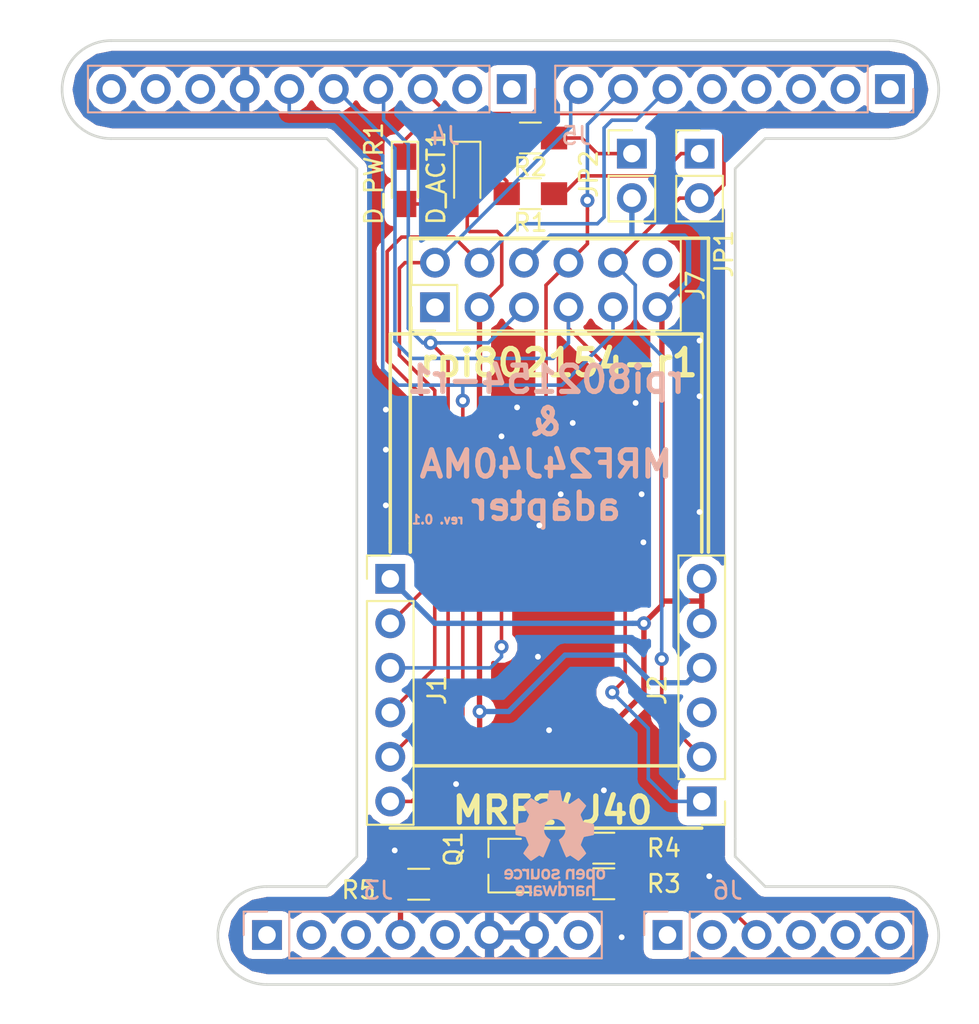
<source format=kicad_pcb>
(kicad_pcb (version 20171130) (host pcbnew "(2018-01-23 revision c95c77c51)-master")

  (general
    (thickness 1.6)
    (drawings 31)
    (tracks 206)
    (zones 0)
    (modules 18)
    (nets 17)
  )

  (page A4)
  (layers
    (0 F.Cu signal)
    (31 B.Cu signal)
    (34 B.Paste user)
    (35 F.Paste user)
    (36 B.SilkS user)
    (37 F.SilkS user)
    (38 B.Mask user)
    (39 F.Mask user)
    (41 Cmts.User user)
    (44 Edge.Cuts user)
    (45 Margin user)
    (46 B.CrtYd user)
    (47 F.CrtYd user)
  )

  (setup
    (last_trace_width 0.1524)
    (user_trace_width 0.1524)
    (user_trace_width 0.2032)
    (user_trace_width 0.254)
    (user_trace_width 0.3048)
    (trace_clearance 0.1524)
    (zone_clearance 0.508)
    (zone_45_only no)
    (trace_min 0.1524)
    (segment_width 0.2)
    (edge_width 0.15)
    (via_size 0.6858)
    (via_drill 0.3302)
    (via_min_size 0.6858)
    (via_min_drill 0.3302)
    (uvia_size 0.6858)
    (uvia_drill 0.3302)
    (uvias_allowed no)
    (uvia_min_size 0.2)
    (uvia_min_drill 0.1)
    (pcb_text_width 0.3)
    (pcb_text_size 1.5 1.5)
    (mod_edge_width 0.15)
    (mod_text_size 1 1)
    (mod_text_width 0.15)
    (pad_size 1.524 1.524)
    (pad_drill 0.762)
    (pad_to_mask_clearance 0.0508)
    (aux_axis_origin 0 0)
    (grid_origin 157.0951 131.1606)
    (visible_elements FFFFFFFF)
    (pcbplotparams
      (layerselection 0x010f0_ffffffff)
      (usegerberextensions true)
      (usegerberattributes false)
      (usegerberadvancedattributes false)
      (creategerberjobfile false)
      (excludeedgelayer true)
      (linewidth 0.100000)
      (plotframeref false)
      (viasonmask false)
      (mode 1)
      (useauxorigin false)
      (hpglpennumber 1)
      (hpglpenspeed 20)
      (hpglpendiameter 15)
      (psnegative false)
      (psa4output false)
      (plotreference true)
      (plotvalue true)
      (plotinvisibletext false)
      (padsonsilk false)
      (subtractmaskfromsilk false)
      (outputformat 1)
      (mirror false)
      (drillshape 0)
      (scaleselection 1)
      (outputdirectory gerbers))
  )

  (net 0 "")
  (net 1 GND)
  (net 2 "Net-(JP2-Pad1)")
  (net 3 CS)
  (net 4 WAKE)
  (net 5 INT)
  (net 6 MOSI)
  (net 7 SCK)
  (net 8 MISO)
  (net 9 RST)
  (net 10 "Net-(Q1-Pad1)")
  (net 11 VCC)
  (net 12 MCU_SW)
  (net 13 FET_D)
  (net 14 "Net-(D_ACT1-Pad1)")
  (net 15 "Net-(D_PWR1-Pad1)")
  (net 16 "Net-(JP1-Pad1)")

  (net_class Default "This is the default net class."
    (clearance 0.1524)
    (trace_width 0.1524)
    (via_dia 0.6858)
    (via_drill 0.3302)
    (uvia_dia 0.6858)
    (uvia_drill 0.3302)
    (add_net CS)
    (add_net FET_D)
    (add_net GND)
    (add_net INT)
    (add_net MCU_SW)
    (add_net MISO)
    (add_net MOSI)
    (add_net "Net-(D_ACT1-Pad1)")
    (add_net "Net-(D_PWR1-Pad1)")
    (add_net "Net-(JP1-Pad1)")
    (add_net "Net-(JP2-Pad1)")
    (add_net "Net-(Q1-Pad1)")
    (add_net RST)
    (add_net SCK)
    (add_net VCC)
    (add_net WAKE)
  )

  (module Pin_Headers:Pin_Header_Straight_1x06_Pitch2.54mm (layer B.Cu) (tedit 59650532) (tstamp 5A65ECB3)
    (at 162.0011 136.1136 270)
    (descr "Through hole straight pin header, 1x06, 2.54mm pitch, single row")
    (tags "Through hole pin header THT 1x06 2.54mm single row")
    (path /5A6531E8)
    (fp_text reference J6 (at -2.54 -3.429) (layer B.SilkS)
      (effects (font (size 1 1) (thickness 0.15)) (justify mirror))
    )
    (fp_text value Conn_01x06_Male (at 0 -15.03 270) (layer B.Fab)
      (effects (font (size 1 1) (thickness 0.15)) (justify mirror))
    )
    (fp_line (start -0.635 1.27) (end 1.27 1.27) (layer B.Fab) (width 0.1))
    (fp_line (start 1.27 1.27) (end 1.27 -13.97) (layer B.Fab) (width 0.1))
    (fp_line (start 1.27 -13.97) (end -1.27 -13.97) (layer B.Fab) (width 0.1))
    (fp_line (start -1.27 -13.97) (end -1.27 0.635) (layer B.Fab) (width 0.1))
    (fp_line (start -1.27 0.635) (end -0.635 1.27) (layer B.Fab) (width 0.1))
    (fp_line (start -1.33 -14.03) (end 1.33 -14.03) (layer B.SilkS) (width 0.12))
    (fp_line (start -1.33 -1.27) (end -1.33 -14.03) (layer B.SilkS) (width 0.12))
    (fp_line (start 1.33 -1.27) (end 1.33 -14.03) (layer B.SilkS) (width 0.12))
    (fp_line (start -1.33 -1.27) (end 1.33 -1.27) (layer B.SilkS) (width 0.12))
    (fp_line (start -1.33 0) (end -1.33 1.33) (layer B.SilkS) (width 0.12))
    (fp_line (start -1.33 1.33) (end 0 1.33) (layer B.SilkS) (width 0.12))
    (fp_line (start -1.8 1.8) (end -1.8 -14.5) (layer B.CrtYd) (width 0.05))
    (fp_line (start -1.8 -14.5) (end 1.8 -14.5) (layer B.CrtYd) (width 0.05))
    (fp_line (start 1.8 -14.5) (end 1.8 1.8) (layer B.CrtYd) (width 0.05))
    (fp_line (start 1.8 1.8) (end -1.8 1.8) (layer B.CrtYd) (width 0.05))
    (fp_text user %R (at 0 -6.35 180) (layer B.Fab)
      (effects (font (size 1 1) (thickness 0.15)) (justify mirror))
    )
    (pad 1 thru_hole rect (at 0 0 270) (size 1.7 1.7) (drill 1) (layers *.Cu *.Mask))
    (pad 2 thru_hole oval (at 0 -2.54 270) (size 1.7 1.7) (drill 1) (layers *.Cu *.Mask))
    (pad 3 thru_hole oval (at 0 -5.08 270) (size 1.7 1.7) (drill 1) (layers *.Cu *.Mask)
      (net 12 MCU_SW))
    (pad 4 thru_hole oval (at 0 -7.62 270) (size 1.7 1.7) (drill 1) (layers *.Cu *.Mask))
    (pad 5 thru_hole oval (at 0 -10.16 270) (size 1.7 1.7) (drill 1) (layers *.Cu *.Mask))
    (pad 6 thru_hole oval (at 0 -12.7 270) (size 1.7 1.7) (drill 1) (layers *.Cu *.Mask))
    (model ${KISYS3DMOD}/Connector_PinHeader_2.54mm.3dshapes/PinHeader_1x06_P2.54mm_Vertical.wrl
      (at (xyz 0 0 0))
      (scale (xyz 1 1 1))
      (rotate (xyz 0 0 0))
    )
  )

  (module Symbols:OSHW-Logo_5.7x6mm_SilkScreen (layer B.Cu) (tedit 5A663011) (tstamp 5A6A2887)
    (at 155.5711 130.8812 180)
    (descr "Open Source Hardware Logo")
    (tags "Logo OSHW")
    (path /5A666486)
    (attr virtual)
    (fp_text reference LOGO1 (at 0 0 180) (layer B.SilkS) hide
      (effects (font (size 1 1) (thickness 0.15)) (justify mirror))
    )
    (fp_text value Logo_Open_Hardware_Small (at 0.75 0 180) (layer B.Fab) hide
      (effects (font (size 1 1) (thickness 0.15)) (justify mirror))
    )
    (fp_poly (pts (xy -1.908759 -1.469184) (xy -1.882247 -1.482282) (xy -1.849553 -1.505106) (xy -1.825725 -1.529996)
      (xy -1.809406 -1.561249) (xy -1.79924 -1.603166) (xy -1.793872 -1.660044) (xy -1.791944 -1.736184)
      (xy -1.791831 -1.768917) (xy -1.792161 -1.840656) (xy -1.793527 -1.891927) (xy -1.7965 -1.927404)
      (xy -1.801649 -1.951763) (xy -1.809543 -1.96968) (xy -1.817757 -1.981902) (xy -1.870187 -2.033905)
      (xy -1.93193 -2.065184) (xy -1.998536 -2.074592) (xy -2.065558 -2.06098) (xy -2.086792 -2.051354)
      (xy -2.137624 -2.024859) (xy -2.137624 -2.440052) (xy -2.100525 -2.420868) (xy -2.051643 -2.406025)
      (xy -1.991561 -2.402222) (xy -1.931564 -2.409243) (xy -1.886256 -2.425013) (xy -1.848675 -2.455047)
      (xy -1.816564 -2.498024) (xy -1.81415 -2.502436) (xy -1.803967 -2.523221) (xy -1.79653 -2.54417)
      (xy -1.791411 -2.569548) (xy -1.788181 -2.603618) (xy -1.786413 -2.650641) (xy -1.785677 -2.714882)
      (xy -1.785544 -2.787176) (xy -1.785544 -3.017822) (xy -1.923861 -3.017822) (xy -1.923861 -2.592533)
      (xy -1.962549 -2.559979) (xy -2.002738 -2.53394) (xy -2.040797 -2.529205) (xy -2.079066 -2.541389)
      (xy -2.099462 -2.55332) (xy -2.114642 -2.570313) (xy -2.125438 -2.595995) (xy -2.132683 -2.633991)
      (xy -2.137208 -2.687926) (xy -2.139844 -2.761425) (xy -2.140772 -2.810347) (xy -2.143911 -3.011535)
      (xy -2.209926 -3.015336) (xy -2.27594 -3.019136) (xy -2.27594 -1.77065) (xy -2.137624 -1.77065)
      (xy -2.134097 -1.840254) (xy -2.122215 -1.888569) (xy -2.10002 -1.918631) (xy -2.065559 -1.933471)
      (xy -2.030742 -1.936436) (xy -1.991329 -1.933028) (xy -1.965171 -1.919617) (xy -1.948814 -1.901896)
      (xy -1.935937 -1.882835) (xy -1.928272 -1.861601) (xy -1.924861 -1.831849) (xy -1.924749 -1.787236)
      (xy -1.925897 -1.74988) (xy -1.928532 -1.693604) (xy -1.932456 -1.656658) (xy -1.939063 -1.633223)
      (xy -1.949749 -1.61748) (xy -1.959833 -1.60838) (xy -2.00197 -1.588537) (xy -2.05184 -1.585332)
      (xy -2.080476 -1.592168) (xy -2.108828 -1.616464) (xy -2.127609 -1.663728) (xy -2.136712 -1.733624)
      (xy -2.137624 -1.77065) (xy -2.27594 -1.77065) (xy -2.27594 -1.458614) (xy -2.206782 -1.458614)
      (xy -2.16526 -1.460256) (xy -2.143838 -1.466087) (xy -2.137626 -1.477461) (xy -2.137624 -1.477798)
      (xy -2.134742 -1.488938) (xy -2.12203 -1.487673) (xy -2.096757 -1.475433) (xy -2.037869 -1.456707)
      (xy -1.971615 -1.454739) (xy -1.908759 -1.469184)) (layer B.SilkS) (width 0.01))
    (fp_poly (pts (xy -1.38421 -2.406555) (xy -1.325055 -2.422339) (xy -1.280023 -2.450948) (xy -1.248246 -2.488419)
      (xy -1.238366 -2.504411) (xy -1.231073 -2.521163) (xy -1.225974 -2.542592) (xy -1.222679 -2.572616)
      (xy -1.220797 -2.615154) (xy -1.219937 -2.674122) (xy -1.219707 -2.75344) (xy -1.219703 -2.774484)
      (xy -1.219703 -3.017822) (xy -1.280059 -3.017822) (xy -1.318557 -3.015126) (xy -1.347023 -3.008295)
      (xy -1.354155 -3.004083) (xy -1.373652 -2.996813) (xy -1.393566 -3.004083) (xy -1.426353 -3.01316)
      (xy -1.473978 -3.016813) (xy -1.526764 -3.015228) (xy -1.575036 -3.008589) (xy -1.603218 -3.000072)
      (xy -1.657753 -2.965063) (xy -1.691835 -2.916479) (xy -1.707157 -2.851882) (xy -1.707299 -2.850223)
      (xy -1.705955 -2.821566) (xy -1.584356 -2.821566) (xy -1.573726 -2.854161) (xy -1.55641 -2.872505)
      (xy -1.521652 -2.886379) (xy -1.475773 -2.891917) (xy -1.428988 -2.889191) (xy -1.391514 -2.878274)
      (xy -1.381015 -2.871269) (xy -1.362668 -2.838904) (xy -1.35802 -2.802111) (xy -1.35802 -2.753763)
      (xy -1.427582 -2.753763) (xy -1.493667 -2.75885) (xy -1.543764 -2.773263) (xy -1.574929 -2.795729)
      (xy -1.584356 -2.821566) (xy -1.705955 -2.821566) (xy -1.703987 -2.779647) (xy -1.68071 -2.723845)
      (xy -1.636948 -2.681647) (xy -1.630899 -2.677808) (xy -1.604907 -2.665309) (xy -1.572735 -2.65774)
      (xy -1.52776 -2.654061) (xy -1.474331 -2.653216) (xy -1.35802 -2.653169) (xy -1.35802 -2.604411)
      (xy -1.362953 -2.566581) (xy -1.375543 -2.541236) (xy -1.377017 -2.539887) (xy -1.405034 -2.5288)
      (xy -1.447326 -2.524503) (xy -1.494064 -2.526615) (xy -1.535418 -2.534756) (xy -1.559957 -2.546965)
      (xy -1.573253 -2.556746) (xy -1.587294 -2.558613) (xy -1.606671 -2.5506) (xy -1.635976 -2.530739)
      (xy -1.679803 -2.497063) (xy -1.683825 -2.493909) (xy -1.681764 -2.482236) (xy -1.664568 -2.462822)
      (xy -1.638433 -2.441248) (xy -1.609552 -2.423096) (xy -1.600478 -2.418809) (xy -1.56738 -2.410256)
      (xy -1.51888 -2.404155) (xy -1.464695 -2.401708) (xy -1.462161 -2.401703) (xy -1.38421 -2.406555)) (layer B.SilkS) (width 0.01))
    (fp_poly (pts (xy -0.993356 -2.40302) (xy -0.974539 -2.40866) (xy -0.968473 -2.421053) (xy -0.968218 -2.426647)
      (xy -0.967129 -2.44223) (xy -0.959632 -2.444676) (xy -0.939381 -2.433993) (xy -0.927351 -2.426694)
      (xy -0.8894 -2.411063) (xy -0.844072 -2.403334) (xy -0.796544 -2.40274) (xy -0.751995 -2.408513)
      (xy -0.715602 -2.419884) (xy -0.692543 -2.436088) (xy -0.687996 -2.456355) (xy -0.690291 -2.461843)
      (xy -0.70702 -2.484626) (xy -0.732963 -2.512647) (xy -0.737655 -2.517177) (xy -0.762383 -2.538005)
      (xy -0.783718 -2.544735) (xy -0.813555 -2.540038) (xy -0.825508 -2.536917) (xy -0.862705 -2.529421)
      (xy -0.888859 -2.532792) (xy -0.910946 -2.544681) (xy -0.931178 -2.560635) (xy -0.946079 -2.5807)
      (xy -0.956434 -2.608702) (xy -0.963029 -2.648467) (xy -0.966649 -2.703823) (xy -0.968078 -2.778594)
      (xy -0.968218 -2.82374) (xy -0.968218 -3.017822) (xy -1.09396 -3.017822) (xy -1.09396 -2.401683)
      (xy -1.031089 -2.401683) (xy -0.993356 -2.40302)) (layer B.SilkS) (width 0.01))
    (fp_poly (pts (xy -0.201188 -3.017822) (xy -0.270346 -3.017822) (xy -0.310488 -3.016645) (xy -0.331394 -3.011772)
      (xy -0.338922 -3.001186) (xy -0.339505 -2.994029) (xy -0.340774 -2.979676) (xy -0.348779 -2.976923)
      (xy -0.369815 -2.985771) (xy -0.386173 -2.994029) (xy -0.448977 -3.013597) (xy -0.517248 -3.014729)
      (xy -0.572752 -3.000135) (xy -0.624438 -2.964877) (xy -0.663838 -2.912835) (xy -0.685413 -2.85145)
      (xy -0.685962 -2.848018) (xy -0.689167 -2.810571) (xy -0.690761 -2.756813) (xy -0.690633 -2.716155)
      (xy -0.553279 -2.716155) (xy -0.550097 -2.770194) (xy -0.542859 -2.814735) (xy -0.53306 -2.839888)
      (xy -0.495989 -2.87426) (xy -0.451974 -2.886582) (xy -0.406584 -2.876618) (xy -0.367797 -2.846895)
      (xy -0.353108 -2.826905) (xy -0.344519 -2.80305) (xy -0.340496 -2.76823) (xy -0.339505 -2.71593)
      (xy -0.341278 -2.664139) (xy -0.345963 -2.618634) (xy -0.352603 -2.588181) (xy -0.35371 -2.585452)
      (xy -0.380491 -2.553) (xy -0.419579 -2.535183) (xy -0.463315 -2.532306) (xy -0.504038 -2.544674)
      (xy -0.534087 -2.572593) (xy -0.537204 -2.578148) (xy -0.546961 -2.612022) (xy -0.552277 -2.660728)
      (xy -0.553279 -2.716155) (xy -0.690633 -2.716155) (xy -0.690568 -2.69554) (xy -0.689664 -2.662563)
      (xy -0.683514 -2.580981) (xy -0.670733 -2.51973) (xy -0.649471 -2.474449) (xy -0.617878 -2.440779)
      (xy -0.587207 -2.421014) (xy -0.544354 -2.40712) (xy -0.491056 -2.402354) (xy -0.43648 -2.406236)
      (xy -0.389792 -2.418282) (xy -0.365124 -2.432693) (xy -0.339505 -2.455878) (xy -0.339505 -2.162773)
      (xy -0.201188 -2.162773) (xy -0.201188 -3.017822)) (layer B.SilkS) (width 0.01))
    (fp_poly (pts (xy 0.281524 -2.404237) (xy 0.331255 -2.407971) (xy 0.461291 -2.797773) (xy 0.481678 -2.728614)
      (xy 0.493946 -2.685874) (xy 0.510085 -2.628115) (xy 0.527512 -2.564625) (xy 0.536726 -2.53057)
      (xy 0.571388 -2.401683) (xy 0.714391 -2.401683) (xy 0.671646 -2.536857) (xy 0.650596 -2.603342)
      (xy 0.625167 -2.683539) (xy 0.59861 -2.767193) (xy 0.574902 -2.841782) (xy 0.520902 -3.011535)
      (xy 0.462598 -3.015328) (xy 0.404295 -3.019122) (xy 0.372679 -2.914734) (xy 0.353182 -2.849889)
      (xy 0.331904 -2.7784) (xy 0.313308 -2.715263) (xy 0.312574 -2.71275) (xy 0.298684 -2.669969)
      (xy 0.286429 -2.640779) (xy 0.277846 -2.629741) (xy 0.276082 -2.631018) (xy 0.269891 -2.64813)
      (xy 0.258128 -2.684787) (xy 0.242225 -2.736378) (xy 0.223614 -2.798294) (xy 0.213543 -2.832352)
      (xy 0.159007 -3.017822) (xy 0.043264 -3.017822) (xy -0.049263 -2.725471) (xy -0.075256 -2.643462)
      (xy -0.098934 -2.568987) (xy -0.11918 -2.505544) (xy -0.134874 -2.456632) (xy -0.144898 -2.425749)
      (xy -0.147945 -2.416726) (xy -0.145533 -2.407487) (xy -0.126592 -2.403441) (xy -0.087177 -2.403846)
      (xy -0.081007 -2.404152) (xy -0.007914 -2.407971) (xy 0.039957 -2.58401) (xy 0.057553 -2.648211)
      (xy 0.073277 -2.704649) (xy 0.085746 -2.748422) (xy 0.093574 -2.77463) (xy 0.09502 -2.778903)
      (xy 0.101014 -2.77399) (xy 0.113101 -2.748532) (xy 0.129893 -2.705997) (xy 0.150003 -2.64985)
      (xy 0.167003 -2.59913) (xy 0.231794 -2.400504) (xy 0.281524 -2.404237)) (layer B.SilkS) (width 0.01))
    (fp_poly (pts (xy 1.038411 -2.405417) (xy 1.091411 -2.41829) (xy 1.106731 -2.42511) (xy 1.136428 -2.442974)
      (xy 1.15922 -2.463093) (xy 1.176083 -2.488962) (xy 1.187998 -2.524073) (xy 1.195942 -2.57192)
      (xy 1.200894 -2.635996) (xy 1.203831 -2.719794) (xy 1.204947 -2.775768) (xy 1.209052 -3.017822)
      (xy 1.138932 -3.017822) (xy 1.096393 -3.016038) (xy 1.074476 -3.009942) (xy 1.068812 -2.999706)
      (xy 1.065821 -2.988637) (xy 1.052451 -2.990754) (xy 1.034233 -2.999629) (xy 0.988624 -3.013233)
      (xy 0.930007 -3.016899) (xy 0.868354 -3.010903) (xy 0.813638 -2.995521) (xy 0.80873 -2.993386)
      (xy 0.758723 -2.958255) (xy 0.725756 -2.909419) (xy 0.710587 -2.852333) (xy 0.711746 -2.831824)
      (xy 0.835508 -2.831824) (xy 0.846413 -2.859425) (xy 0.878745 -2.879204) (xy 0.93091 -2.889819)
      (xy 0.958787 -2.891228) (xy 1.005247 -2.88762) (xy 1.036129 -2.873597) (xy 1.043664 -2.866931)
      (xy 1.064076 -2.830666) (xy 1.068812 -2.797773) (xy 1.068812 -2.753763) (xy 1.007513 -2.753763)
      (xy 0.936256 -2.757395) (xy 0.886276 -2.768818) (xy 0.854696 -2.788824) (xy 0.847626 -2.797743)
      (xy 0.835508 -2.831824) (xy 0.711746 -2.831824) (xy 0.713971 -2.792456) (xy 0.736663 -2.735244)
      (xy 0.767624 -2.69658) (xy 0.786376 -2.679864) (xy 0.804733 -2.668878) (xy 0.828619 -2.66218)
      (xy 0.863957 -2.658326) (xy 0.916669 -2.655873) (xy 0.937577 -2.655168) (xy 1.068812 -2.650879)
      (xy 1.06862 -2.611158) (xy 1.063537 -2.569405) (xy 1.045162 -2.544158) (xy 1.008039 -2.52803)
      (xy 1.007043 -2.527742) (xy 0.95441 -2.5214) (xy 0.902906 -2.529684) (xy 0.86463 -2.549827)
      (xy 0.849272 -2.559773) (xy 0.83273 -2.558397) (xy 0.807275 -2.543987) (xy 0.792328 -2.533817)
      (xy 0.763091 -2.512088) (xy 0.74498 -2.4958) (xy 0.742074 -2.491137) (xy 0.75404 -2.467005)
      (xy 0.789396 -2.438185) (xy 0.804753 -2.428461) (xy 0.848901 -2.411714) (xy 0.908398 -2.402227)
      (xy 0.974487 -2.400095) (xy 1.038411 -2.405417)) (layer B.SilkS) (width 0.01))
    (fp_poly (pts (xy 1.635255 -2.401486) (xy 1.683595 -2.411015) (xy 1.711114 -2.425125) (xy 1.740064 -2.448568)
      (xy 1.698876 -2.500571) (xy 1.673482 -2.532064) (xy 1.656238 -2.547428) (xy 1.639102 -2.549776)
      (xy 1.614027 -2.542217) (xy 1.602257 -2.537941) (xy 1.55427 -2.531631) (xy 1.510324 -2.545156)
      (xy 1.47806 -2.57571) (xy 1.472819 -2.585452) (xy 1.467112 -2.611258) (xy 1.462706 -2.658817)
      (xy 1.459811 -2.724758) (xy 1.458631 -2.80571) (xy 1.458614 -2.817226) (xy 1.458614 -3.017822)
      (xy 1.320297 -3.017822) (xy 1.320297 -2.401683) (xy 1.389456 -2.401683) (xy 1.429333 -2.402725)
      (xy 1.450107 -2.407358) (xy 1.457789 -2.417849) (xy 1.458614 -2.427745) (xy 1.458614 -2.453806)
      (xy 1.491745 -2.427745) (xy 1.529735 -2.409965) (xy 1.58077 -2.401174) (xy 1.635255 -2.401486)) (layer B.SilkS) (width 0.01))
    (fp_poly (pts (xy 2.032581 -2.40497) (xy 2.092685 -2.420597) (xy 2.143021 -2.452848) (xy 2.167393 -2.47694)
      (xy 2.207345 -2.533895) (xy 2.230242 -2.599965) (xy 2.238108 -2.681182) (xy 2.238148 -2.687748)
      (xy 2.238218 -2.753763) (xy 1.858264 -2.753763) (xy 1.866363 -2.788342) (xy 1.880987 -2.819659)
      (xy 1.906581 -2.852291) (xy 1.911935 -2.8575) (xy 1.957943 -2.885694) (xy 2.01041 -2.890475)
      (xy 2.070803 -2.871926) (xy 2.08104 -2.866931) (xy 2.112439 -2.851745) (xy 2.13347 -2.843094)
      (xy 2.137139 -2.842293) (xy 2.149948 -2.850063) (xy 2.174378 -2.869072) (xy 2.186779 -2.87946)
      (xy 2.212476 -2.903321) (xy 2.220915 -2.919077) (xy 2.215058 -2.933571) (xy 2.211928 -2.937534)
      (xy 2.190725 -2.954879) (xy 2.155738 -2.975959) (xy 2.131337 -2.988265) (xy 2.062072 -3.009946)
      (xy 1.985388 -3.016971) (xy 1.912765 -3.008647) (xy 1.892426 -3.002686) (xy 1.829476 -2.968952)
      (xy 1.782815 -2.917045) (xy 1.752173 -2.846459) (xy 1.737282 -2.756692) (xy 1.735647 -2.709753)
      (xy 1.740421 -2.641413) (xy 1.86099 -2.641413) (xy 1.872652 -2.646465) (xy 1.903998 -2.650429)
      (xy 1.949571 -2.652768) (xy 1.980446 -2.653169) (xy 2.035981 -2.652783) (xy 2.071033 -2.650975)
      (xy 2.090262 -2.646773) (xy 2.09833 -2.639203) (xy 2.099901 -2.628218) (xy 2.089121 -2.594381)
      (xy 2.06198 -2.56094) (xy 2.026277 -2.535272) (xy 1.99056 -2.524772) (xy 1.942048 -2.534086)
      (xy 1.900053 -2.561013) (xy 1.870936 -2.599827) (xy 1.86099 -2.641413) (xy 1.740421 -2.641413)
      (xy 1.742599 -2.610236) (xy 1.764055 -2.530949) (xy 1.80047 -2.471263) (xy 1.852297 -2.430549)
      (xy 1.91999 -2.408179) (xy 1.956662 -2.403871) (xy 2.032581 -2.40497)) (layer B.SilkS) (width 0.01))
    (fp_poly (pts (xy -2.538261 -1.465148) (xy -2.472479 -1.494231) (xy -2.42254 -1.542793) (xy -2.388374 -1.610908)
      (xy -2.369907 -1.698651) (xy -2.368583 -1.712351) (xy -2.367546 -1.808939) (xy -2.380993 -1.893602)
      (xy -2.408108 -1.962221) (xy -2.422627 -1.984294) (xy -2.473201 -2.031011) (xy -2.537609 -2.061268)
      (xy -2.609666 -2.073824) (xy -2.683185 -2.067439) (xy -2.739072 -2.047772) (xy -2.787132 -2.014629)
      (xy -2.826412 -1.971175) (xy -2.827092 -1.970158) (xy -2.843044 -1.943338) (xy -2.85341 -1.916368)
      (xy -2.859688 -1.882332) (xy -2.863373 -1.83431) (xy -2.864997 -1.794931) (xy -2.865672 -1.759219)
      (xy -2.739955 -1.759219) (xy -2.738726 -1.79477) (xy -2.734266 -1.842094) (xy -2.726397 -1.872465)
      (xy -2.712207 -1.894072) (xy -2.698917 -1.906694) (xy -2.651802 -1.933122) (xy -2.602505 -1.936653)
      (xy -2.556593 -1.917639) (xy -2.533638 -1.896331) (xy -2.517096 -1.874859) (xy -2.507421 -1.854313)
      (xy -2.503174 -1.827574) (xy -2.50292 -1.787523) (xy -2.504228 -1.750638) (xy -2.507043 -1.697947)
      (xy -2.511505 -1.663772) (xy -2.519548 -1.64148) (xy -2.533103 -1.624442) (xy -2.543845 -1.614703)
      (xy -2.588777 -1.589123) (xy -2.637249 -1.587847) (xy -2.677894 -1.602999) (xy -2.712567 -1.634642)
      (xy -2.733224 -1.68662) (xy -2.739955 -1.759219) (xy -2.865672 -1.759219) (xy -2.866479 -1.716621)
      (xy -2.863948 -1.658056) (xy -2.856362 -1.614007) (xy -2.842681 -1.579248) (xy -2.821865 -1.548551)
      (xy -2.814147 -1.539436) (xy -2.765889 -1.494021) (xy -2.714128 -1.467493) (xy -2.650828 -1.456379)
      (xy -2.619961 -1.455471) (xy -2.538261 -1.465148)) (layer B.SilkS) (width 0.01))
    (fp_poly (pts (xy -1.356699 -1.472614) (xy -1.344168 -1.478514) (xy -1.300799 -1.510283) (xy -1.25979 -1.556646)
      (xy -1.229168 -1.607696) (xy -1.220459 -1.631166) (xy -1.212512 -1.673091) (xy -1.207774 -1.723757)
      (xy -1.207199 -1.744679) (xy -1.207129 -1.810693) (xy -1.587083 -1.810693) (xy -1.578983 -1.845273)
      (xy -1.559104 -1.88617) (xy -1.524347 -1.921514) (xy -1.482998 -1.944282) (xy -1.456649 -1.94901)
      (xy -1.420916 -1.943273) (xy -1.378282 -1.928882) (xy -1.363799 -1.922262) (xy -1.31024 -1.895513)
      (xy -1.264533 -1.930376) (xy -1.238158 -1.953955) (xy -1.224124 -1.973417) (xy -1.223414 -1.979129)
      (xy -1.235951 -1.992973) (xy -1.263428 -2.014012) (xy -1.288366 -2.030425) (xy -1.355664 -2.05993)
      (xy -1.43111 -2.073284) (xy -1.505888 -2.069812) (xy -1.565495 -2.051663) (xy -1.626941 -2.012784)
      (xy -1.670608 -1.961595) (xy -1.697926 -1.895367) (xy -1.710322 -1.811371) (xy -1.711421 -1.772936)
      (xy -1.707022 -1.684861) (xy -1.706482 -1.682299) (xy -1.580582 -1.682299) (xy -1.577115 -1.690558)
      (xy -1.562863 -1.695113) (xy -1.53347 -1.697065) (xy -1.484575 -1.697517) (xy -1.465748 -1.697525)
      (xy -1.408467 -1.696843) (xy -1.372141 -1.694364) (xy -1.352604 -1.689443) (xy -1.34569 -1.681434)
      (xy -1.345445 -1.678862) (xy -1.353336 -1.658423) (xy -1.373085 -1.629789) (xy -1.381575 -1.619763)
      (xy -1.413094 -1.591408) (xy -1.445949 -1.580259) (xy -1.463651 -1.579327) (xy -1.511539 -1.590981)
      (xy -1.551699 -1.622285) (xy -1.577173 -1.667752) (xy -1.577625 -1.669233) (xy -1.580582 -1.682299)
      (xy -1.706482 -1.682299) (xy -1.692392 -1.61551) (xy -1.666038 -1.560025) (xy -1.633807 -1.520639)
      (xy -1.574217 -1.477931) (xy -1.504168 -1.455109) (xy -1.429661 -1.453046) (xy -1.356699 -1.472614)) (layer B.SilkS) (width 0.01))
    (fp_poly (pts (xy 0.014017 -1.456452) (xy 0.061634 -1.465482) (xy 0.111034 -1.48437) (xy 0.116312 -1.486777)
      (xy 0.153774 -1.506476) (xy 0.179717 -1.524781) (xy 0.188103 -1.536508) (xy 0.180117 -1.555632)
      (xy 0.16072 -1.58385) (xy 0.15211 -1.594384) (xy 0.116628 -1.635847) (xy 0.070885 -1.608858)
      (xy 0.02735 -1.590878) (xy -0.02295 -1.581267) (xy -0.071188 -1.58066) (xy -0.108533 -1.589691)
      (xy -0.117495 -1.595327) (xy -0.134563 -1.621171) (xy -0.136637 -1.650941) (xy -0.123866 -1.674197)
      (xy -0.116312 -1.678708) (xy -0.093675 -1.684309) (xy -0.053885 -1.690892) (xy -0.004834 -1.697183)
      (xy 0.004215 -1.69817) (xy 0.082996 -1.711798) (xy 0.140136 -1.734946) (xy 0.17803 -1.769752)
      (xy 0.199079 -1.818354) (xy 0.205635 -1.877718) (xy 0.196577 -1.945198) (xy 0.167164 -1.998188)
      (xy 0.117278 -2.036783) (xy 0.0468 -2.061081) (xy -0.031435 -2.070667) (xy -0.095234 -2.070552)
      (xy -0.146984 -2.061845) (xy -0.182327 -2.049825) (xy -0.226983 -2.02888) (xy -0.268253 -2.004574)
      (xy -0.282921 -1.993876) (xy -0.320643 -1.963084) (xy -0.275148 -1.917049) (xy -0.229653 -1.871013)
      (xy -0.177928 -1.905243) (xy -0.126048 -1.930952) (xy -0.070649 -1.944399) (xy -0.017395 -1.945818)
      (xy 0.028049 -1.935443) (xy 0.060016 -1.913507) (xy 0.070338 -1.894998) (xy 0.068789 -1.865314)
      (xy 0.04314 -1.842615) (xy -0.00654 -1.82694) (xy -0.060969 -1.819695) (xy -0.144736 -1.805873)
      (xy -0.206967 -1.779796) (xy -0.248493 -1.740699) (xy -0.270147 -1.68782) (xy -0.273147 -1.625126)
      (xy -0.258329 -1.559642) (xy -0.224546 -1.510144) (xy -0.171495 -1.476408) (xy -0.098874 -1.458207)
      (xy -0.045072 -1.454639) (xy 0.014017 -1.456452)) (layer B.SilkS) (width 0.01))
    (fp_poly (pts (xy 0.610762 -1.466055) (xy 0.674363 -1.500692) (xy 0.724123 -1.555372) (xy 0.747568 -1.599842)
      (xy 0.757634 -1.639121) (xy 0.764156 -1.695116) (xy 0.766951 -1.759621) (xy 0.765836 -1.824429)
      (xy 0.760626 -1.881334) (xy 0.754541 -1.911727) (xy 0.734014 -1.953306) (xy 0.698463 -1.997468)
      (xy 0.655619 -2.036087) (xy 0.613211 -2.061034) (xy 0.612177 -2.06143) (xy 0.559553 -2.072331)
      (xy 0.497188 -2.072601) (xy 0.437924 -2.062676) (xy 0.41504 -2.054722) (xy 0.356102 -2.0213)
      (xy 0.31389 -1.977511) (xy 0.286156 -1.919538) (xy 0.270651 -1.843565) (xy 0.267143 -1.803771)
      (xy 0.26759 -1.753766) (xy 0.402376 -1.753766) (xy 0.406917 -1.826732) (xy 0.419986 -1.882334)
      (xy 0.440756 -1.917861) (xy 0.455552 -1.92802) (xy 0.493464 -1.935104) (xy 0.538527 -1.933007)
      (xy 0.577487 -1.922812) (xy 0.587704 -1.917204) (xy 0.614659 -1.884538) (xy 0.632451 -1.834545)
      (xy 0.640024 -1.773705) (xy 0.636325 -1.708497) (xy 0.628057 -1.669253) (xy 0.60432 -1.623805)
      (xy 0.566849 -1.595396) (xy 0.52172 -1.585573) (xy 0.475011 -1.595887) (xy 0.439132 -1.621112)
      (xy 0.420277 -1.641925) (xy 0.409272 -1.662439) (xy 0.404026 -1.690203) (xy 0.402449 -1.732762)
      (xy 0.402376 -1.753766) (xy 0.26759 -1.753766) (xy 0.268094 -1.69758) (xy 0.285388 -1.610501)
      (xy 0.319029 -1.54253) (xy 0.369018 -1.493664) (xy 0.435356 -1.463899) (xy 0.449601 -1.460448)
      (xy 0.53521 -1.452345) (xy 0.610762 -1.466055)) (layer B.SilkS) (width 0.01))
    (fp_poly (pts (xy 0.993367 -1.654342) (xy 0.994555 -1.746563) (xy 0.998897 -1.81661) (xy 1.007558 -1.867381)
      (xy 1.021704 -1.901772) (xy 1.0425 -1.922679) (xy 1.07111 -1.933) (xy 1.106535 -1.935636)
      (xy 1.143636 -1.932682) (xy 1.171818 -1.921889) (xy 1.192243 -1.90036) (xy 1.206079 -1.865199)
      (xy 1.214491 -1.81351) (xy 1.218643 -1.742394) (xy 1.219703 -1.654342) (xy 1.219703 -1.458614)
      (xy 1.35802 -1.458614) (xy 1.35802 -2.062179) (xy 1.288862 -2.062179) (xy 1.24717 -2.060489)
      (xy 1.225701 -2.054556) (xy 1.219703 -2.043293) (xy 1.216091 -2.033261) (xy 1.201714 -2.035383)
      (xy 1.172736 -2.04958) (xy 1.106319 -2.07148) (xy 1.035875 -2.069928) (xy 0.968377 -2.046147)
      (xy 0.936233 -2.027362) (xy 0.911715 -2.007022) (xy 0.893804 -1.981573) (xy 0.881479 -1.947458)
      (xy 0.873723 -1.901121) (xy 0.869516 -1.839007) (xy 0.86784 -1.757561) (xy 0.867624 -1.694578)
      (xy 0.867624 -1.458614) (xy 0.993367 -1.458614) (xy 0.993367 -1.654342)) (layer B.SilkS) (width 0.01))
    (fp_poly (pts (xy 2.217226 -1.46388) (xy 2.29008 -1.49483) (xy 2.313027 -1.509895) (xy 2.342354 -1.533048)
      (xy 2.360764 -1.551253) (xy 2.363961 -1.557183) (xy 2.354935 -1.57034) (xy 2.331837 -1.592667)
      (xy 2.313344 -1.60825) (xy 2.262728 -1.648926) (xy 2.22276 -1.615295) (xy 2.191874 -1.593584)
      (xy 2.161759 -1.58609) (xy 2.127292 -1.58792) (xy 2.072561 -1.601528) (xy 2.034886 -1.629772)
      (xy 2.011991 -1.675433) (xy 2.001597 -1.741289) (xy 2.001595 -1.741331) (xy 2.002494 -1.814939)
      (xy 2.016463 -1.868946) (xy 2.044328 -1.905716) (xy 2.063325 -1.918168) (xy 2.113776 -1.933673)
      (xy 2.167663 -1.933683) (xy 2.214546 -1.918638) (xy 2.225644 -1.911287) (xy 2.253476 -1.892511)
      (xy 2.275236 -1.889434) (xy 2.298704 -1.903409) (xy 2.324649 -1.92851) (xy 2.365716 -1.97088)
      (xy 2.320121 -2.008464) (xy 2.249674 -2.050882) (xy 2.170233 -2.071785) (xy 2.087215 -2.070272)
      (xy 2.032694 -2.056411) (xy 1.96897 -2.022135) (xy 1.918005 -1.968212) (xy 1.894851 -1.930149)
      (xy 1.876099 -1.875536) (xy 1.866715 -1.806369) (xy 1.866643 -1.731407) (xy 1.875824 -1.659409)
      (xy 1.894199 -1.599137) (xy 1.897093 -1.592958) (xy 1.939952 -1.532351) (xy 1.997979 -1.488224)
      (xy 2.066591 -1.461493) (xy 2.141201 -1.453073) (xy 2.217226 -1.46388)) (layer B.SilkS) (width 0.01))
    (fp_poly (pts (xy 2.677898 -1.456457) (xy 2.710096 -1.464279) (xy 2.771825 -1.492921) (xy 2.82461 -1.536667)
      (xy 2.861141 -1.589117) (xy 2.86616 -1.600893) (xy 2.873045 -1.63174) (xy 2.877864 -1.677371)
      (xy 2.879505 -1.723492) (xy 2.879505 -1.810693) (xy 2.697178 -1.810693) (xy 2.621979 -1.810978)
      (xy 2.569003 -1.812704) (xy 2.535325 -1.817181) (xy 2.51802 -1.82572) (xy 2.514163 -1.83963)
      (xy 2.520829 -1.860222) (xy 2.53277 -1.884315) (xy 2.56608 -1.924525) (xy 2.612368 -1.944558)
      (xy 2.668944 -1.943905) (xy 2.733031 -1.922101) (xy 2.788417 -1.895193) (xy 2.834375 -1.931532)
      (xy 2.880333 -1.967872) (xy 2.837096 -2.007819) (xy 2.779374 -2.045563) (xy 2.708386 -2.06832)
      (xy 2.632029 -2.074688) (xy 2.558199 -2.063268) (xy 2.546287 -2.059393) (xy 2.481399 -2.025506)
      (xy 2.43313 -1.974986) (xy 2.400465 -1.906325) (xy 2.382385 -1.818014) (xy 2.382175 -1.816121)
      (xy 2.380556 -1.719878) (xy 2.3871 -1.685542) (xy 2.514852 -1.685542) (xy 2.526584 -1.690822)
      (xy 2.558438 -1.694867) (xy 2.605397 -1.697176) (xy 2.635154 -1.697525) (xy 2.690648 -1.697306)
      (xy 2.725346 -1.695916) (xy 2.743601 -1.692251) (xy 2.749766 -1.68521) (xy 2.748195 -1.67369)
      (xy 2.746878 -1.669233) (xy 2.724382 -1.627355) (xy 2.689003 -1.593604) (xy 2.65778 -1.578773)
      (xy 2.616301 -1.579668) (xy 2.574269 -1.598164) (xy 2.539012 -1.628786) (xy 2.517854 -1.666062)
      (xy 2.514852 -1.685542) (xy 2.3871 -1.685542) (xy 2.39669 -1.635229) (xy 2.428698 -1.564191)
      (xy 2.474701 -1.508779) (xy 2.532821 -1.471009) (xy 2.60118 -1.452896) (xy 2.677898 -1.456457)) (layer B.SilkS) (width 0.01))
    (fp_poly (pts (xy -0.754012 -1.469002) (xy -0.722717 -1.48395) (xy -0.692409 -1.505541) (xy -0.669318 -1.530391)
      (xy -0.6525 -1.562087) (xy -0.641006 -1.604214) (xy -0.633891 -1.660358) (xy -0.630207 -1.734106)
      (xy -0.629008 -1.829044) (xy -0.628989 -1.838985) (xy -0.628713 -2.062179) (xy -0.76703 -2.062179)
      (xy -0.76703 -1.856418) (xy -0.767128 -1.780189) (xy -0.767809 -1.724939) (xy -0.769651 -1.686501)
      (xy -0.773233 -1.660706) (xy -0.779132 -1.643384) (xy -0.787927 -1.630368) (xy -0.80018 -1.617507)
      (xy -0.843047 -1.589873) (xy -0.889843 -1.584745) (xy -0.934424 -1.602217) (xy -0.949928 -1.615221)
      (xy -0.96131 -1.627447) (xy -0.969481 -1.64054) (xy -0.974974 -1.658615) (xy -0.97832 -1.685787)
      (xy -0.980051 -1.72617) (xy -0.980697 -1.783879) (xy -0.980792 -1.854132) (xy -0.980792 -2.062179)
      (xy -1.119109 -2.062179) (xy -1.119109 -1.458614) (xy -1.04995 -1.458614) (xy -1.008428 -1.460256)
      (xy -0.987006 -1.466087) (xy -0.980795 -1.477461) (xy -0.980792 -1.477798) (xy -0.97791 -1.488938)
      (xy -0.965199 -1.487674) (xy -0.939926 -1.475434) (xy -0.882605 -1.457424) (xy -0.817037 -1.455421)
      (xy -0.754012 -1.469002)) (layer B.SilkS) (width 0.01))
    (fp_poly (pts (xy 1.79946 -1.45803) (xy 1.842711 -1.471245) (xy 1.870558 -1.487941) (xy 1.879629 -1.501145)
      (xy 1.877132 -1.516797) (xy 1.860931 -1.541385) (xy 1.847232 -1.5588) (xy 1.818992 -1.590283)
      (xy 1.797775 -1.603529) (xy 1.779688 -1.602664) (xy 1.726035 -1.58901) (xy 1.68663 -1.58963)
      (xy 1.654632 -1.605104) (xy 1.64389 -1.614161) (xy 1.609505 -1.646027) (xy 1.609505 -2.062179)
      (xy 1.471188 -2.062179) (xy 1.471188 -1.458614) (xy 1.540347 -1.458614) (xy 1.581869 -1.460256)
      (xy 1.603291 -1.466087) (xy 1.609502 -1.477461) (xy 1.609505 -1.477798) (xy 1.612439 -1.489713)
      (xy 1.625704 -1.488159) (xy 1.644084 -1.479563) (xy 1.682046 -1.463568) (xy 1.712872 -1.453945)
      (xy 1.752536 -1.451478) (xy 1.79946 -1.45803)) (layer B.SilkS) (width 0.01))
    (fp_poly (pts (xy 0.376964 2.709982) (xy 0.433812 2.40843) (xy 0.853338 2.235488) (xy 1.104984 2.406605)
      (xy 1.175458 2.45425) (xy 1.239163 2.49679) (xy 1.293126 2.532285) (xy 1.334373 2.55879)
      (xy 1.359934 2.574364) (xy 1.366895 2.577722) (xy 1.379435 2.569086) (xy 1.406231 2.545208)
      (xy 1.44428 2.509141) (xy 1.490579 2.463933) (xy 1.542123 2.412636) (xy 1.595909 2.358299)
      (xy 1.648935 2.303972) (xy 1.698195 2.252705) (xy 1.740687 2.207549) (xy 1.773407 2.171554)
      (xy 1.793351 2.14777) (xy 1.798119 2.13981) (xy 1.791257 2.125135) (xy 1.77202 2.092986)
      (xy 1.74243 2.046508) (xy 1.70451 1.988844) (xy 1.660282 1.92314) (xy 1.634654 1.885664)
      (xy 1.587941 1.817232) (xy 1.546432 1.75548) (xy 1.51214 1.703481) (xy 1.48708 1.664308)
      (xy 1.473264 1.641035) (xy 1.471188 1.636145) (xy 1.475895 1.622245) (xy 1.488723 1.58985)
      (xy 1.507738 1.543515) (xy 1.531003 1.487794) (xy 1.556584 1.427242) (xy 1.582545 1.366414)
      (xy 1.60695 1.309864) (xy 1.627863 1.262148) (xy 1.643349 1.227819) (xy 1.651472 1.211432)
      (xy 1.651952 1.210788) (xy 1.664707 1.207659) (xy 1.698677 1.200679) (xy 1.75034 1.190533)
      (xy 1.816176 1.177908) (xy 1.892664 1.163491) (xy 1.93729 1.155177) (xy 2.019021 1.139616)
      (xy 2.092843 1.124808) (xy 2.155021 1.111564) (xy 2.201822 1.100695) (xy 2.229509 1.093011)
      (xy 2.235074 1.090573) (xy 2.240526 1.07407) (xy 2.244924 1.0368) (xy 2.248272 0.98312)
      (xy 2.250574 0.917388) (xy 2.251832 0.843963) (xy 2.252048 0.767204) (xy 2.251227 0.691468)
      (xy 2.249371 0.621114) (xy 2.246482 0.5605) (xy 2.242565 0.513984) (xy 2.237622 0.485925)
      (xy 2.234657 0.480084) (xy 2.216934 0.473083) (xy 2.179381 0.463073) (xy 2.126964 0.451231)
      (xy 2.064652 0.438733) (xy 2.0429 0.43469) (xy 1.938024 0.41548) (xy 1.85518 0.400009)
      (xy 1.79163 0.387663) (xy 1.744637 0.377827) (xy 1.711463 0.369886) (xy 1.689371 0.363224)
      (xy 1.675624 0.357227) (xy 1.667484 0.351281) (xy 1.666345 0.350106) (xy 1.654977 0.331174)
      (xy 1.637635 0.294331) (xy 1.61605 0.244087) (xy 1.591954 0.184954) (xy 1.567079 0.121444)
      (xy 1.543157 0.058068) (xy 1.521919 -0.000662) (xy 1.505097 -0.050235) (xy 1.494422 -0.086139)
      (xy 1.491627 -0.103862) (xy 1.49186 -0.104483) (xy 1.501331 -0.11897) (xy 1.522818 -0.150844)
      (xy 1.554063 -0.196789) (xy 1.592807 -0.253485) (xy 1.636793 -0.317617) (xy 1.649319 -0.335842)
      (xy 1.693984 -0.401914) (xy 1.733288 -0.4622) (xy 1.765088 -0.513235) (xy 1.787245 -0.55156)
      (xy 1.797617 -0.573711) (xy 1.798119 -0.576432) (xy 1.789405 -0.590736) (xy 1.765325 -0.619072)
      (xy 1.728976 -0.658396) (xy 1.683453 -0.705661) (xy 1.631852 -0.757823) (xy 1.577267 -0.811835)
      (xy 1.522794 -0.864653) (xy 1.471529 -0.913231) (xy 1.426567 -0.954523) (xy 1.391004 -0.985485)
      (xy 1.367935 -1.00307) (xy 1.361554 -1.005941) (xy 1.346699 -0.999178) (xy 1.316286 -0.980939)
      (xy 1.275268 -0.954297) (xy 1.243709 -0.932852) (xy 1.186525 -0.893503) (xy 1.118806 -0.847171)
      (xy 1.05088 -0.800913) (xy 1.014361 -0.776155) (xy 0.890752 -0.692547) (xy 0.786991 -0.74865)
      (xy 0.73972 -0.773228) (xy 0.699523 -0.792331) (xy 0.672326 -0.803227) (xy 0.665402 -0.804743)
      (xy 0.657077 -0.793549) (xy 0.640654 -0.761917) (xy 0.617357 -0.712765) (xy 0.588414 -0.64901)
      (xy 0.55505 -0.573571) (xy 0.518491 -0.489364) (xy 0.479964 -0.399308) (xy 0.440694 -0.306321)
      (xy 0.401908 -0.21332) (xy 0.36483 -0.123223) (xy 0.330689 -0.038948) (xy 0.300708 0.036587)
      (xy 0.276116 0.100466) (xy 0.258136 0.149769) (xy 0.247997 0.181579) (xy 0.246366 0.192504)
      (xy 0.259291 0.206439) (xy 0.287589 0.22906) (xy 0.325346 0.255667) (xy 0.328515 0.257772)
      (xy 0.4261 0.335886) (xy 0.504786 0.427018) (xy 0.563891 0.528255) (xy 0.602732 0.636682)
      (xy 0.620628 0.749386) (xy 0.616897 0.863452) (xy 0.590857 0.975966) (xy 0.541825 1.084015)
      (xy 0.5274 1.107655) (xy 0.452369 1.203113) (xy 0.36373 1.279768) (xy 0.264549 1.33722)
      (xy 0.157895 1.375071) (xy 0.046836 1.392922) (xy -0.065561 1.390375) (xy -0.176227 1.36703)
      (xy -0.282094 1.32249) (xy -0.380095 1.256355) (xy -0.41041 1.229513) (xy -0.487562 1.145488)
      (xy -0.543782 1.057034) (xy -0.582347 0.957885) (xy -0.603826 0.859697) (xy -0.609128 0.749303)
      (xy -0.591448 0.63836) (xy -0.552581 0.530619) (xy -0.494323 0.429831) (xy -0.418469 0.339744)
      (xy -0.326817 0.264108) (xy -0.314772 0.256136) (xy -0.276611 0.230026) (xy -0.247601 0.207405)
      (xy -0.233732 0.192961) (xy -0.233531 0.192504) (xy -0.236508 0.176879) (xy -0.248311 0.141418)
      (xy -0.267714 0.089038) (xy -0.293488 0.022655) (xy -0.324409 -0.054814) (xy -0.359249 -0.14045)
      (xy -0.396783 -0.231337) (xy -0.435783 -0.324559) (xy -0.475023 -0.417197) (xy -0.513276 -0.506335)
      (xy -0.549317 -0.589055) (xy -0.581917 -0.662441) (xy -0.609852 -0.723575) (xy -0.631895 -0.769541)
      (xy -0.646818 -0.797421) (xy -0.652828 -0.804743) (xy -0.671191 -0.799041) (xy -0.705552 -0.783749)
      (xy -0.749984 -0.761599) (xy -0.774417 -0.74865) (xy -0.878178 -0.692547) (xy -1.001787 -0.776155)
      (xy -1.064886 -0.818987) (xy -1.13397 -0.866122) (xy -1.198707 -0.910503) (xy -1.231134 -0.932852)
      (xy -1.276741 -0.963477) (xy -1.31536 -0.987747) (xy -1.341952 -1.002587) (xy -1.35059 -1.005724)
      (xy -1.363161 -0.997261) (xy -1.390984 -0.973636) (xy -1.431361 -0.937302) (xy -1.481595 -0.890711)
      (xy -1.538988 -0.836317) (xy -1.575286 -0.801392) (xy -1.63879 -0.738996) (xy -1.693673 -0.683188)
      (xy -1.737714 -0.636354) (xy -1.768695 -0.600882) (xy -1.784398 -0.579161) (xy -1.785905 -0.574752)
      (xy -1.778914 -0.557985) (xy -1.759594 -0.524082) (xy -1.730091 -0.476476) (xy -1.692545 -0.418599)
      (xy -1.6491 -0.353884) (xy -1.636745 -0.335842) (xy -1.591727 -0.270267) (xy -1.55134 -0.211228)
      (xy -1.51784 -0.162042) (xy -1.493486 -0.126028) (xy -1.480536 -0.106502) (xy -1.479285 -0.104483)
      (xy -1.481156 -0.088922) (xy -1.491087 -0.054709) (xy -1.507347 -0.006355) (xy -1.528205 0.051629)
      (xy -1.551927 0.11473) (xy -1.576784 0.178437) (xy -1.601042 0.238239) (xy -1.622971 0.289624)
      (xy -1.640838 0.328081) (xy -1.652913 0.349098) (xy -1.653771 0.350106) (xy -1.661154 0.356112)
      (xy -1.673625 0.362052) (xy -1.69392 0.36854) (xy -1.724778 0.376191) (xy -1.768934 0.38562)
      (xy -1.829126 0.397441) (xy -1.908093 0.412271) (xy -2.00857 0.430723) (xy -2.030325 0.43469)
      (xy -2.094802 0.447147) (xy -2.151011 0.459334) (xy -2.193987 0.470074) (xy -2.21876 0.478191)
      (xy -2.222082 0.480084) (xy -2.227556 0.496862) (xy -2.232006 0.534355) (xy -2.235428 0.588206)
      (xy -2.237819 0.654056) (xy -2.239177 0.727547) (xy -2.239499 0.80432) (xy -2.238781 0.880017)
      (xy -2.237021 0.95028) (xy -2.234216 1.01075) (xy -2.230362 1.05707) (xy -2.225457 1.084881)
      (xy -2.2225 1.090573) (xy -2.206037 1.096314) (xy -2.168551 1.105655) (xy -2.113775 1.117785)
      (xy -2.045445 1.131893) (xy -1.967294 1.14717) (xy -1.924716 1.155177) (xy -1.843929 1.170279)
      (xy -1.771887 1.18396) (xy -1.712111 1.195533) (xy -1.668121 1.204313) (xy -1.643439 1.209613)
      (xy -1.639377 1.210788) (xy -1.632511 1.224035) (xy -1.617998 1.255943) (xy -1.597771 1.301953)
      (xy -1.573766 1.357508) (xy -1.547918 1.418047) (xy -1.52216 1.479014) (xy -1.498427 1.535849)
      (xy -1.478654 1.583994) (xy -1.464776 1.61889) (xy -1.458726 1.635979) (xy -1.458614 1.636726)
      (xy -1.465472 1.650207) (xy -1.484698 1.68123) (xy -1.514272 1.726711) (xy -1.552173 1.783568)
      (xy -1.59638 1.848717) (xy -1.622079 1.886138) (xy -1.668907 1.954753) (xy -1.710499 2.017048)
      (xy -1.744825 2.069871) (xy -1.769857 2.110073) (xy -1.783565 2.1345) (xy -1.785544 2.139976)
      (xy -1.777034 2.152722) (xy -1.753507 2.179937) (xy -1.717968 2.218572) (xy -1.673423 2.265577)
      (xy -1.622877 2.317905) (xy -1.569336 2.372505) (xy -1.515805 2.42633) (xy -1.465289 2.47633)
      (xy -1.420794 2.519457) (xy -1.385325 2.552661) (xy -1.361887 2.572894) (xy -1.354046 2.577722)
      (xy -1.34128 2.570933) (xy -1.310744 2.551858) (xy -1.26541 2.522439) (xy -1.208244 2.484619)
      (xy -1.142216 2.440339) (xy -1.09241 2.406605) (xy -0.840764 2.235488) (xy -0.631001 2.321959)
      (xy -0.421237 2.40843) (xy -0.364389 2.709982) (xy -0.30754 3.011534) (xy 0.320115 3.011534)
      (xy 0.376964 2.709982)) (layer B.SilkS) (width 0.01))
    (fp_line (start -3.048 -3.302) (end 3.048 -3.302) (layer B.CrtYd) (width 0.05))
    (fp_line (start 3.048 -3.302) (end 3.048 3.302) (layer B.CrtYd) (width 0.05))
    (fp_line (start 3.048 3.302) (end -3.048 3.302) (layer B.CrtYd) (width 0.05))
    (fp_line (start -3.048 3.302) (end -3.048 -3.302) (layer B.CrtYd) (width 0.05))
  )

  (module Pin_Headers:Pin_Header_Straight_1x06_Pitch2.54mm (layer F.Cu) (tedit 59650532) (tstamp 5A65FA8A)
    (at 146.1769 115.7936)
    (descr "Through hole straight pin header, 1x06, 2.54mm pitch, single row")
    (tags "Through hole pin header THT 1x06 2.54mm single row")
    (path /5A6106B2)
    (fp_text reference J1 (at 2.667 6.35 90) (layer F.SilkS)
      (effects (font (size 1 1) (thickness 0.15)))
    )
    (fp_text value Conn_01x06_Female (at 0 15.03) (layer F.Fab)
      (effects (font (size 1 1) (thickness 0.15)))
    )
    (fp_line (start -0.635 -1.27) (end 1.27 -1.27) (layer F.Fab) (width 0.1))
    (fp_line (start 1.27 -1.27) (end 1.27 13.97) (layer F.Fab) (width 0.1))
    (fp_line (start 1.27 13.97) (end -1.27 13.97) (layer F.Fab) (width 0.1))
    (fp_line (start -1.27 13.97) (end -1.27 -0.635) (layer F.Fab) (width 0.1))
    (fp_line (start -1.27 -0.635) (end -0.635 -1.27) (layer F.Fab) (width 0.1))
    (fp_line (start -1.33 14.03) (end 1.33 14.03) (layer F.SilkS) (width 0.12))
    (fp_line (start -1.33 1.27) (end -1.33 14.03) (layer F.SilkS) (width 0.12))
    (fp_line (start 1.33 1.27) (end 1.33 14.03) (layer F.SilkS) (width 0.12))
    (fp_line (start -1.33 1.27) (end 1.33 1.27) (layer F.SilkS) (width 0.12))
    (fp_line (start -1.33 0) (end -1.33 -1.33) (layer F.SilkS) (width 0.12))
    (fp_line (start -1.33 -1.33) (end 0 -1.33) (layer F.SilkS) (width 0.12))
    (fp_line (start -1.8 -1.8) (end -1.8 14.5) (layer F.CrtYd) (width 0.05))
    (fp_line (start -1.8 14.5) (end 1.8 14.5) (layer F.CrtYd) (width 0.05))
    (fp_line (start 1.8 14.5) (end 1.8 -1.8) (layer F.CrtYd) (width 0.05))
    (fp_line (start 1.8 -1.8) (end -1.8 -1.8) (layer F.CrtYd) (width 0.05))
    (fp_text user %R (at 0 6.35 90) (layer F.Fab)
      (effects (font (size 1 1) (thickness 0.15)))
    )
    (pad 1 thru_hole rect (at 0 0) (size 1.7 1.7) (drill 1) (layers *.Cu *.Mask)
      (net 13 FET_D))
    (pad 2 thru_hole oval (at 0 2.54) (size 1.7 1.7) (drill 1) (layers *.Cu *.Mask)
      (net 9 RST))
    (pad 3 thru_hole oval (at 0 5.08) (size 1.7 1.7) (drill 1) (layers *.Cu *.Mask)
      (net 4 WAKE))
    (pad 4 thru_hole oval (at 0 7.62) (size 1.7 1.7) (drill 1) (layers *.Cu *.Mask)
      (net 5 INT))
    (pad 5 thru_hole oval (at 0 10.16) (size 1.7 1.7) (drill 1) (layers *.Cu *.Mask)
      (net 6 MOSI))
    (pad 6 thru_hole oval (at 0 12.7) (size 1.7 1.7) (drill 1) (layers *.Cu *.Mask)
      (net 7 SCK))
    (model ${KISYS3DMOD}/Connector_PinSocket_2.54mm.3dshapes/PinSocket_1x06_P2.54mm_Vertical.wrl
      (at (xyz 0 0 0))
      (scale (xyz 1 1 1))
      (rotate (xyz 0 0 0))
    )
  )

  (module Pin_Headers:Pin_Header_Straight_1x06_Pitch2.54mm (layer F.Cu) (tedit 59650532) (tstamp 5A65C3B1)
    (at 163.9569 128.4936 180)
    (descr "Through hole straight pin header, 1x06, 2.54mm pitch, single row")
    (tags "Through hole pin header THT 1x06 2.54mm single row")
    (path /5A610736)
    (fp_text reference J2 (at 2.54 6.35 270) (layer F.SilkS)
      (effects (font (size 1 1) (thickness 0.15)))
    )
    (fp_text value Conn_01x06_Female (at 0 15.03 180) (layer F.Fab)
      (effects (font (size 1 1) (thickness 0.15)))
    )
    (fp_text user %R (at 0 6.35 270) (layer F.Fab)
      (effects (font (size 1 1) (thickness 0.15)))
    )
    (fp_line (start 1.8 -1.8) (end -1.8 -1.8) (layer F.CrtYd) (width 0.05))
    (fp_line (start 1.8 14.5) (end 1.8 -1.8) (layer F.CrtYd) (width 0.05))
    (fp_line (start -1.8 14.5) (end 1.8 14.5) (layer F.CrtYd) (width 0.05))
    (fp_line (start -1.8 -1.8) (end -1.8 14.5) (layer F.CrtYd) (width 0.05))
    (fp_line (start -1.33 -1.33) (end 0 -1.33) (layer F.SilkS) (width 0.12))
    (fp_line (start -1.33 0) (end -1.33 -1.33) (layer F.SilkS) (width 0.12))
    (fp_line (start -1.33 1.27) (end 1.33 1.27) (layer F.SilkS) (width 0.12))
    (fp_line (start 1.33 1.27) (end 1.33 14.03) (layer F.SilkS) (width 0.12))
    (fp_line (start -1.33 1.27) (end -1.33 14.03) (layer F.SilkS) (width 0.12))
    (fp_line (start -1.33 14.03) (end 1.33 14.03) (layer F.SilkS) (width 0.12))
    (fp_line (start -1.27 -0.635) (end -0.635 -1.27) (layer F.Fab) (width 0.1))
    (fp_line (start -1.27 13.97) (end -1.27 -0.635) (layer F.Fab) (width 0.1))
    (fp_line (start 1.27 13.97) (end -1.27 13.97) (layer F.Fab) (width 0.1))
    (fp_line (start 1.27 -1.27) (end 1.27 13.97) (layer F.Fab) (width 0.1))
    (fp_line (start -0.635 -1.27) (end 1.27 -1.27) (layer F.Fab) (width 0.1))
    (pad 6 thru_hole oval (at 0 12.7 180) (size 1.7 1.7) (drill 1) (layers *.Cu *.Mask)
      (net 13 FET_D))
    (pad 5 thru_hole oval (at 0 10.16 180) (size 1.7 1.7) (drill 1) (layers *.Cu *.Mask)
      (net 13 FET_D))
    (pad 4 thru_hole oval (at 0 7.62 180) (size 1.7 1.7) (drill 1) (layers *.Cu *.Mask)
      (net 11 VCC))
    (pad 3 thru_hole oval (at 0 5.08 180) (size 1.7 1.7) (drill 1) (layers *.Cu *.Mask))
    (pad 2 thru_hole oval (at 0 2.54 180) (size 1.7 1.7) (drill 1) (layers *.Cu *.Mask)
      (net 3 CS))
    (pad 1 thru_hole rect (at 0 0 180) (size 1.7 1.7) (drill 1) (layers *.Cu *.Mask)
      (net 8 MISO))
    (model ${KISYS3DMOD}/Connector_PinSocket_2.54mm.3dshapes/PinSocket_1x06_P2.54mm_Vertical.wrl
      (at (xyz 0 0 0))
      (scale (xyz 1 1 1))
      (rotate (xyz 0 0 0))
    )
  )

  (module TO_SOT_Packages_SMD:TSOT-23 (layer F.Cu) (tedit 58CE4E80) (tstamp 5A65BE13)
    (at 152.7301 132.1766 180)
    (descr "3-pin TSOT23 package, http://www.analog.com.tw/pdf/All_In_One.pdf")
    (tags TSOT-23)
    (path /5A6209E3)
    (attr smd)
    (fp_text reference Q1 (at 2.9502 0.9652 270) (layer F.SilkS)
      (effects (font (size 1 1) (thickness 0.15)))
    )
    (fp_text value MMBF170 (at 0 2.5 180) (layer F.Fab)
      (effects (font (size 1 1) (thickness 0.15)))
    )
    (fp_text user %R (at 0 0 270) (layer F.Fab)
      (effects (font (size 0.5 0.5) (thickness 0.075)))
    )
    (fp_line (start 0.95 0.5) (end 0.95 1.55) (layer F.SilkS) (width 0.12))
    (fp_line (start 0.95 1.55) (end -0.9 1.55) (layer F.SilkS) (width 0.12))
    (fp_line (start 0.95 -1.5) (end 0.95 -0.5) (layer F.SilkS) (width 0.12))
    (fp_line (start 0.93 -1.51) (end -1.5 -1.51) (layer F.SilkS) (width 0.12))
    (fp_line (start -0.88 -1) (end -0.43 -1.45) (layer F.Fab) (width 0.1))
    (fp_line (start 0.88 -1.45) (end -0.43 -1.45) (layer F.Fab) (width 0.1))
    (fp_line (start -0.88 -1) (end -0.88 1.45) (layer F.Fab) (width 0.1))
    (fp_line (start 0.88 1.45) (end -0.88 1.45) (layer F.Fab) (width 0.1))
    (fp_line (start 0.88 -1.45) (end 0.88 1.45) (layer F.Fab) (width 0.1))
    (fp_line (start -2.17 -1.7) (end 2.17 -1.7) (layer F.CrtYd) (width 0.05))
    (fp_line (start -2.17 -1.7) (end -2.17 1.7) (layer F.CrtYd) (width 0.05))
    (fp_line (start 2.17 1.7) (end 2.17 -1.7) (layer F.CrtYd) (width 0.05))
    (fp_line (start 2.17 1.7) (end -2.17 1.7) (layer F.CrtYd) (width 0.05))
    (pad 1 smd rect (at -1.31 -0.95 180) (size 1.22 0.65) (layers F.Cu F.Paste F.Mask)
      (net 10 "Net-(Q1-Pad1)"))
    (pad 2 smd rect (at -1.31 0.95 180) (size 1.22 0.65) (layers F.Cu F.Paste F.Mask)
      (net 1 GND))
    (pad 3 smd rect (at 1.31 0 180) (size 1.22 0.65) (layers F.Cu F.Paste F.Mask)
      (net 13 FET_D))
    (model ${KISYS3DMOD}/Package_TO_SOT_SMD.3dshapes/SOT-23.wrl
      (at (xyz 0 0 0))
      (scale (xyz 1 1 1))
      (rotate (xyz 0 0 0))
    )
  )

  (module Resistors_SMD:R_0805_HandSoldering (layer F.Cu) (tedit 58E0A804) (tstamp 5A6A2C21)
    (at 158.3651 131.1606 180)
    (descr "Resistor SMD 0805, hand soldering")
    (tags "resistor 0805")
    (path /5A65CDBC)
    (attr smd)
    (fp_text reference R4 (at -3.429 0 180) (layer F.SilkS)
      (effects (font (size 1 1) (thickness 0.15)))
    )
    (fp_text value 47k (at 0 1.75 180) (layer F.Fab)
      (effects (font (size 1 1) (thickness 0.15)))
    )
    (fp_text user %R (at 0 0 180) (layer F.Fab)
      (effects (font (size 0.5 0.5) (thickness 0.075)))
    )
    (fp_line (start -1 0.62) (end -1 -0.62) (layer F.Fab) (width 0.1))
    (fp_line (start 1 0.62) (end -1 0.62) (layer F.Fab) (width 0.1))
    (fp_line (start 1 -0.62) (end 1 0.62) (layer F.Fab) (width 0.1))
    (fp_line (start -1 -0.62) (end 1 -0.62) (layer F.Fab) (width 0.1))
    (fp_line (start 0.6 0.88) (end -0.6 0.88) (layer F.SilkS) (width 0.12))
    (fp_line (start -0.6 -0.88) (end 0.6 -0.88) (layer F.SilkS) (width 0.12))
    (fp_line (start -2.35 -0.9) (end 2.35 -0.9) (layer F.CrtYd) (width 0.05))
    (fp_line (start -2.35 -0.9) (end -2.35 0.9) (layer F.CrtYd) (width 0.05))
    (fp_line (start 2.35 0.9) (end 2.35 -0.9) (layer F.CrtYd) (width 0.05))
    (fp_line (start 2.35 0.9) (end -2.35 0.9) (layer F.CrtYd) (width 0.05))
    (pad 1 smd rect (at -1.35 0 180) (size 1.5 1.3) (layers F.Cu F.Paste F.Mask)
      (net 1 GND))
    (pad 2 smd rect (at 1.35 0 180) (size 1.5 1.3) (layers F.Cu F.Paste F.Mask)
      (net 10 "Net-(Q1-Pad1)"))
    (model ${KISYS3DMOD}/Resistor_SMD.3dshapes/R_0805_2012Metric.wrl
      (at (xyz 0 0 0))
      (scale (xyz 1 1 1))
      (rotate (xyz 0 0 0))
    )
  )

  (module Pin_Headers:Pin_Header_Straight_1x02_Pitch2.54mm (layer F.Cu) (tedit 59650532) (tstamp 5A65E3F1)
    (at 159.9691 91.5366)
    (descr "Through hole straight pin header, 1x02, 2.54mm pitch, single row")
    (tags "Through hole pin header THT 1x02 2.54mm single row")
    (path /5A66C369)
    (fp_text reference JP2 (at -2.4676 1.1684 90) (layer F.SilkS)
      (effects (font (size 1 1) (thickness 0.15)))
    )
    (fp_text value Jumper (at 0 4.87) (layer F.Fab)
      (effects (font (size 1 1) (thickness 0.15)))
    )
    (fp_text user %R (at 0 1.27 90) (layer F.Fab)
      (effects (font (size 1 1) (thickness 0.15)))
    )
    (fp_line (start 1.8 -1.8) (end -1.8 -1.8) (layer F.CrtYd) (width 0.05))
    (fp_line (start 1.8 4.35) (end 1.8 -1.8) (layer F.CrtYd) (width 0.05))
    (fp_line (start -1.8 4.35) (end 1.8 4.35) (layer F.CrtYd) (width 0.05))
    (fp_line (start -1.8 -1.8) (end -1.8 4.35) (layer F.CrtYd) (width 0.05))
    (fp_line (start -1.33 -1.33) (end 0 -1.33) (layer F.SilkS) (width 0.12))
    (fp_line (start -1.33 0) (end -1.33 -1.33) (layer F.SilkS) (width 0.12))
    (fp_line (start -1.33 1.27) (end 1.33 1.27) (layer F.SilkS) (width 0.12))
    (fp_line (start 1.33 1.27) (end 1.33 3.87) (layer F.SilkS) (width 0.12))
    (fp_line (start -1.33 1.27) (end -1.33 3.87) (layer F.SilkS) (width 0.12))
    (fp_line (start -1.33 3.87) (end 1.33 3.87) (layer F.SilkS) (width 0.12))
    (fp_line (start -1.27 -0.635) (end -0.635 -1.27) (layer F.Fab) (width 0.1))
    (fp_line (start -1.27 3.81) (end -1.27 -0.635) (layer F.Fab) (width 0.1))
    (fp_line (start 1.27 3.81) (end -1.27 3.81) (layer F.Fab) (width 0.1))
    (fp_line (start 1.27 -1.27) (end 1.27 3.81) (layer F.Fab) (width 0.1))
    (fp_line (start -0.635 -1.27) (end 1.27 -1.27) (layer F.Fab) (width 0.1))
    (pad 2 thru_hole oval (at 0 2.54) (size 1.7 1.7) (drill 1) (layers *.Cu *.Mask)
      (net 13 FET_D))
    (pad 1 thru_hole rect (at 0 0) (size 1.7 1.7) (drill 1) (layers *.Cu *.Mask)
      (net 2 "Net-(JP2-Pad1)"))
    (model ${KISYS3DMOD}/Connector_PinHeader_2.54mm.3dshapes/PinHeader_1x02_P2.54mm_Vertical.wrl
      (at (xyz 0 0 0))
      (scale (xyz 1 1 1))
      (rotate (xyz 0 0 0))
    )
  )

  (module Resistors_SMD:R_0805_HandSoldering (layer F.Cu) (tedit 58E0A804) (tstamp 5A662B73)
    (at 154.1741 93.8226 180)
    (descr "Resistor SMD 0805, hand soldering")
    (tags "resistor 0805")
    (path /5A65A2ED)
    (attr smd)
    (fp_text reference R1 (at 0 -1.651 180) (layer F.SilkS)
      (effects (font (size 1 1) (thickness 0.15)))
    )
    (fp_text value 1.5k (at 0 1.75 180) (layer F.Fab)
      (effects (font (size 1 1) (thickness 0.15)))
    )
    (fp_text user %R (at 0 0 180) (layer F.Fab)
      (effects (font (size 0.5 0.5) (thickness 0.075)))
    )
    (fp_line (start -1 0.62) (end -1 -0.62) (layer F.Fab) (width 0.1))
    (fp_line (start 1 0.62) (end -1 0.62) (layer F.Fab) (width 0.1))
    (fp_line (start 1 -0.62) (end 1 0.62) (layer F.Fab) (width 0.1))
    (fp_line (start -1 -0.62) (end 1 -0.62) (layer F.Fab) (width 0.1))
    (fp_line (start 0.6 0.88) (end -0.6 0.88) (layer F.SilkS) (width 0.12))
    (fp_line (start -0.6 -0.88) (end 0.6 -0.88) (layer F.SilkS) (width 0.12))
    (fp_line (start -2.35 -0.9) (end 2.35 -0.9) (layer F.CrtYd) (width 0.05))
    (fp_line (start -2.35 -0.9) (end -2.35 0.9) (layer F.CrtYd) (width 0.05))
    (fp_line (start 2.35 0.9) (end 2.35 -0.9) (layer F.CrtYd) (width 0.05))
    (fp_line (start 2.35 0.9) (end -2.35 0.9) (layer F.CrtYd) (width 0.05))
    (pad 1 smd rect (at -1.35 0 180) (size 1.5 1.3) (layers F.Cu F.Paste F.Mask)
      (net 16 "Net-(JP1-Pad1)"))
    (pad 2 smd rect (at 1.35 0 180) (size 1.5 1.3) (layers F.Cu F.Paste F.Mask)
      (net 14 "Net-(D_ACT1-Pad1)"))
    (model ${KISYS3DMOD}/Resistor_SMD.3dshapes/R_0805_2012Metric.wrl
      (at (xyz 0 0 0))
      (scale (xyz 1 1 1))
      (rotate (xyz 0 0 0))
    )
  )

  (module Resistors_SMD:R_0805_HandSoldering (layer F.Cu) (tedit 5A622829) (tstamp 5A662B22)
    (at 154.1741 90.6476 180)
    (descr "Resistor SMD 0805, hand soldering")
    (tags "resistor 0805")
    (path /5A65BA69)
    (attr smd)
    (fp_text reference R2 (at 0 -1.651 180) (layer F.SilkS)
      (effects (font (size 1 1) (thickness 0.15)))
    )
    (fp_text value 1.5k (at 0 1.75 180) (layer F.Fab)
      (effects (font (size 1 1) (thickness 0.15)))
    )
    (fp_text user %R (at 0 0 180) (layer F.Fab)
      (effects (font (size 0.5 0.5) (thickness 0.075)))
    )
    (fp_line (start -1 0.62) (end -1 -0.62) (layer F.Fab) (width 0.1))
    (fp_line (start 1 0.62) (end -1 0.62) (layer F.Fab) (width 0.1))
    (fp_line (start 1 -0.62) (end 1 0.62) (layer F.Fab) (width 0.1))
    (fp_line (start -1 -0.62) (end 1 -0.62) (layer F.Fab) (width 0.1))
    (fp_line (start 0.6 0.88) (end -0.6 0.88) (layer F.SilkS) (width 0.12))
    (fp_line (start -0.6 -0.88) (end 0.6 -0.88) (layer F.SilkS) (width 0.12))
    (fp_line (start -2.35 -0.9) (end 2.35 -0.9) (layer F.CrtYd) (width 0.05))
    (fp_line (start -2.35 -0.9) (end -2.35 0.9) (layer F.CrtYd) (width 0.05))
    (fp_line (start 2.35 0.9) (end 2.35 -0.9) (layer F.CrtYd) (width 0.05))
    (fp_line (start 2.35 0.9) (end -2.35 0.9) (layer F.CrtYd) (width 0.05))
    (pad 1 smd rect (at -1.35 0 180) (size 1.5 1.3) (layers F.Cu F.Paste F.Mask)
      (net 2 "Net-(JP2-Pad1)"))
    (pad 2 smd rect (at 1.35 0 180) (size 1.5 1.3) (layers F.Cu F.Paste F.Mask)
      (net 15 "Net-(D_PWR1-Pad1)"))
    (model ${KISYS3DMOD}/Resistor_SMD.3dshapes/R_0805_2012Metric.wrl
      (at (xyz 0 0 0))
      (scale (xyz 1 1 1))
      (rotate (xyz 0 0 0))
    )
  )

  (module Resistors_SMD:R_0805_HandSoldering (layer F.Cu) (tedit 58E0A804) (tstamp 5A6A2BE0)
    (at 158.3651 133.1926 180)
    (descr "Resistor SMD 0805, hand soldering")
    (tags "resistor 0805")
    (path /5A660F53)
    (attr smd)
    (fp_text reference R3 (at -3.429 0 180) (layer F.SilkS)
      (effects (font (size 1 1) (thickness 0.15)))
    )
    (fp_text value 8k (at 0 1.75 180) (layer F.Fab)
      (effects (font (size 1 1) (thickness 0.15)))
    )
    (fp_line (start 2.35 0.9) (end -2.35 0.9) (layer F.CrtYd) (width 0.05))
    (fp_line (start 2.35 0.9) (end 2.35 -0.9) (layer F.CrtYd) (width 0.05))
    (fp_line (start -2.35 -0.9) (end -2.35 0.9) (layer F.CrtYd) (width 0.05))
    (fp_line (start -2.35 -0.9) (end 2.35 -0.9) (layer F.CrtYd) (width 0.05))
    (fp_line (start -0.6 -0.88) (end 0.6 -0.88) (layer F.SilkS) (width 0.12))
    (fp_line (start 0.6 0.88) (end -0.6 0.88) (layer F.SilkS) (width 0.12))
    (fp_line (start -1 -0.62) (end 1 -0.62) (layer F.Fab) (width 0.1))
    (fp_line (start 1 -0.62) (end 1 0.62) (layer F.Fab) (width 0.1))
    (fp_line (start 1 0.62) (end -1 0.62) (layer F.Fab) (width 0.1))
    (fp_line (start -1 0.62) (end -1 -0.62) (layer F.Fab) (width 0.1))
    (fp_text user %R (at 0 0 180) (layer F.Fab)
      (effects (font (size 0.5 0.5) (thickness 0.075)))
    )
    (pad 2 smd rect (at 1.35 0 180) (size 1.5 1.3) (layers F.Cu F.Paste F.Mask)
      (net 10 "Net-(Q1-Pad1)"))
    (pad 1 smd rect (at -1.35 0 180) (size 1.5 1.3) (layers F.Cu F.Paste F.Mask)
      (net 12 MCU_SW))
    (model ${KISYS3DMOD}/Resistor_SMD.3dshapes/R_0805_2012Metric.wrl
      (at (xyz 0 0 0))
      (scale (xyz 1 1 1))
      (rotate (xyz 0 0 0))
    )
  )

  (module LEDs:LED_0805_HandSoldering (layer F.Cu) (tedit 595FCA25) (tstamp 5A65E5A1)
    (at 150.5711 93.0606 270)
    (descr "Resistor SMD 0805, hand soldering")
    (tags "resistor 0805")
    (path /5A6634B3)
    (attr smd)
    (fp_text reference D_ACT1 (at -0.127 1.778 270) (layer F.SilkS)
      (effects (font (size 1 1) (thickness 0.15)))
    )
    (fp_text value LED (at 0 1.75 270) (layer F.Fab)
      (effects (font (size 1 1) (thickness 0.15)))
    )
    (fp_line (start -0.4 -0.4) (end -0.4 0.4) (layer F.Fab) (width 0.1))
    (fp_line (start -0.4 0) (end 0.2 -0.4) (layer F.Fab) (width 0.1))
    (fp_line (start 0.2 0.4) (end -0.4 0) (layer F.Fab) (width 0.1))
    (fp_line (start 0.2 -0.4) (end 0.2 0.4) (layer F.Fab) (width 0.1))
    (fp_line (start -1 0.62) (end -1 -0.62) (layer F.Fab) (width 0.1))
    (fp_line (start 1 0.62) (end -1 0.62) (layer F.Fab) (width 0.1))
    (fp_line (start 1 -0.62) (end 1 0.62) (layer F.Fab) (width 0.1))
    (fp_line (start -1 -0.62) (end 1 -0.62) (layer F.Fab) (width 0.1))
    (fp_line (start 1 0.75) (end -2.2 0.75) (layer F.SilkS) (width 0.12))
    (fp_line (start -2.2 -0.75) (end 1 -0.75) (layer F.SilkS) (width 0.12))
    (fp_line (start -2.35 -0.9) (end 2.35 -0.9) (layer F.CrtYd) (width 0.05))
    (fp_line (start -2.35 -0.9) (end -2.35 0.9) (layer F.CrtYd) (width 0.05))
    (fp_line (start 2.35 0.9) (end 2.35 -0.9) (layer F.CrtYd) (width 0.05))
    (fp_line (start 2.35 0.9) (end -2.35 0.9) (layer F.CrtYd) (width 0.05))
    (fp_line (start -2.2 -0.75) (end -2.2 0.75) (layer F.SilkS) (width 0.12))
    (pad 1 smd rect (at -1.35 0 270) (size 1.5 1.3) (layers F.Cu F.Paste F.Mask)
      (net 14 "Net-(D_ACT1-Pad1)"))
    (pad 2 smd rect (at 1.35 0 270) (size 1.5 1.3) (layers F.Cu F.Paste F.Mask)
      (net 11 VCC))
    (model ${KISYS3DMOD}/Diode_SMD.3dshapes/D_0805.wrl
      (at (xyz 0 0 0))
      (scale (xyz 1 1 1))
      (rotate (xyz 0 0 0))
    )
  )

  (module LEDs:LED_0805_HandSoldering (layer F.Cu) (tedit 595FCA25) (tstamp 5A65E7FE)
    (at 147.0151 93.0606 270)
    (descr "Resistor SMD 0805, hand soldering")
    (tags "resistor 0805")
    (path /5A663203)
    (attr smd)
    (fp_text reference D_PWR1 (at -0.381 1.778 270) (layer F.SilkS)
      (effects (font (size 1 1) (thickness 0.15)))
    )
    (fp_text value LED (at 0 1.75 270) (layer F.Fab)
      (effects (font (size 1 1) (thickness 0.15)))
    )
    (fp_line (start -2.2 -0.75) (end -2.2 0.75) (layer F.SilkS) (width 0.12))
    (fp_line (start 2.35 0.9) (end -2.35 0.9) (layer F.CrtYd) (width 0.05))
    (fp_line (start 2.35 0.9) (end 2.35 -0.9) (layer F.CrtYd) (width 0.05))
    (fp_line (start -2.35 -0.9) (end -2.35 0.9) (layer F.CrtYd) (width 0.05))
    (fp_line (start -2.35 -0.9) (end 2.35 -0.9) (layer F.CrtYd) (width 0.05))
    (fp_line (start -2.2 -0.75) (end 1 -0.75) (layer F.SilkS) (width 0.12))
    (fp_line (start 1 0.75) (end -2.2 0.75) (layer F.SilkS) (width 0.12))
    (fp_line (start -1 -0.62) (end 1 -0.62) (layer F.Fab) (width 0.1))
    (fp_line (start 1 -0.62) (end 1 0.62) (layer F.Fab) (width 0.1))
    (fp_line (start 1 0.62) (end -1 0.62) (layer F.Fab) (width 0.1))
    (fp_line (start -1 0.62) (end -1 -0.62) (layer F.Fab) (width 0.1))
    (fp_line (start 0.2 -0.4) (end 0.2 0.4) (layer F.Fab) (width 0.1))
    (fp_line (start 0.2 0.4) (end -0.4 0) (layer F.Fab) (width 0.1))
    (fp_line (start -0.4 0) (end 0.2 -0.4) (layer F.Fab) (width 0.1))
    (fp_line (start -0.4 -0.4) (end -0.4 0.4) (layer F.Fab) (width 0.1))
    (pad 2 smd rect (at 1.35 0 270) (size 1.5 1.3) (layers F.Cu F.Paste F.Mask)
      (net 11 VCC))
    (pad 1 smd rect (at -1.35 0 270) (size 1.5 1.3) (layers F.Cu F.Paste F.Mask)
      (net 15 "Net-(D_PWR1-Pad1)"))
    (model ${KISYS3DMOD}/Diode_SMD.3dshapes/D_0805.wrl
      (at (xyz 0 0 0))
      (scale (xyz 1 1 1))
      (rotate (xyz 0 0 0))
    )
  )

  (module Pin_Headers:Pin_Header_Straight_1x08_Pitch2.54mm (layer B.Cu) (tedit 59650532) (tstamp 5A65EC18)
    (at 139.1411 136.1136 270)
    (descr "Through hole straight pin header, 1x08, 2.54mm pitch, single row")
    (tags "Through hole pin header THT 1x08 2.54mm single row")
    (path /5A64C74C)
    (fp_text reference J3 (at -2.54 -6.35) (layer B.SilkS)
      (effects (font (size 1 1) (thickness 0.15)) (justify mirror))
    )
    (fp_text value Conn_01x08_Male (at 0 -20.11 270) (layer B.Fab)
      (effects (font (size 1 1) (thickness 0.15)) (justify mirror))
    )
    (fp_line (start -0.635 1.27) (end 1.27 1.27) (layer B.Fab) (width 0.1))
    (fp_line (start 1.27 1.27) (end 1.27 -19.05) (layer B.Fab) (width 0.1))
    (fp_line (start 1.27 -19.05) (end -1.27 -19.05) (layer B.Fab) (width 0.1))
    (fp_line (start -1.27 -19.05) (end -1.27 0.635) (layer B.Fab) (width 0.1))
    (fp_line (start -1.27 0.635) (end -0.635 1.27) (layer B.Fab) (width 0.1))
    (fp_line (start -1.33 -19.11) (end 1.33 -19.11) (layer B.SilkS) (width 0.12))
    (fp_line (start -1.33 -1.27) (end -1.33 -19.11) (layer B.SilkS) (width 0.12))
    (fp_line (start 1.33 -1.27) (end 1.33 -19.11) (layer B.SilkS) (width 0.12))
    (fp_line (start -1.33 -1.27) (end 1.33 -1.27) (layer B.SilkS) (width 0.12))
    (fp_line (start -1.33 0) (end -1.33 1.33) (layer B.SilkS) (width 0.12))
    (fp_line (start -1.33 1.33) (end 0 1.33) (layer B.SilkS) (width 0.12))
    (fp_line (start -1.8 1.8) (end -1.8 -19.55) (layer B.CrtYd) (width 0.05))
    (fp_line (start -1.8 -19.55) (end 1.8 -19.55) (layer B.CrtYd) (width 0.05))
    (fp_line (start 1.8 -19.55) (end 1.8 1.8) (layer B.CrtYd) (width 0.05))
    (fp_line (start 1.8 1.8) (end -1.8 1.8) (layer B.CrtYd) (width 0.05))
    (fp_text user %R (at 0 -8.89 180) (layer B.Fab)
      (effects (font (size 1 1) (thickness 0.15)) (justify mirror))
    )
    (pad 1 thru_hole rect (at 0 0 270) (size 1.7 1.7) (drill 1) (layers *.Cu *.Mask))
    (pad 2 thru_hole oval (at 0 -2.54 270) (size 1.7 1.7) (drill 1) (layers *.Cu *.Mask))
    (pad 3 thru_hole oval (at 0 -5.08 270) (size 1.7 1.7) (drill 1) (layers *.Cu *.Mask))
    (pad 4 thru_hole oval (at 0 -7.62 270) (size 1.7 1.7) (drill 1) (layers *.Cu *.Mask)
      (net 11 VCC))
    (pad 5 thru_hole oval (at 0 -10.16 270) (size 1.7 1.7) (drill 1) (layers *.Cu *.Mask))
    (pad 6 thru_hole oval (at 0 -12.7 270) (size 1.7 1.7) (drill 1) (layers *.Cu *.Mask)
      (net 1 GND))
    (pad 7 thru_hole oval (at 0 -15.24 270) (size 1.7 1.7) (drill 1) (layers *.Cu *.Mask)
      (net 1 GND))
    (pad 8 thru_hole oval (at 0 -17.78 270) (size 1.7 1.7) (drill 1) (layers *.Cu *.Mask))
    (model ${KISYS3DMOD}/Connector_PinHeader_2.54mm.3dshapes/PinHeader_1x08_P2.54mm_Vertical.wrl
      (at (xyz 0 0 0))
      (scale (xyz 1 1 1))
      (rotate (xyz 0 0 0))
    )
  )

  (module Pin_Headers:Pin_Header_Straight_1x10_Pitch2.54mm (layer B.Cu) (tedit 59650532) (tstamp 5A65ED5B)
    (at 153.1111 87.8536 90)
    (descr "Through hole straight pin header, 1x10, 2.54mm pitch, single row")
    (tags "Through hole pin header THT 1x10 2.54mm single row")
    (path /5A659CFC)
    (fp_text reference J4 (at -2.667 -3.81) (layer B.SilkS)
      (effects (font (size 1 1) (thickness 0.15)) (justify mirror))
    )
    (fp_text value Conn_01x10_Male (at 0 -25.19 90) (layer B.Fab)
      (effects (font (size 1 1) (thickness 0.15)) (justify mirror))
    )
    (fp_line (start -0.635 1.27) (end 1.27 1.27) (layer B.Fab) (width 0.1))
    (fp_line (start 1.27 1.27) (end 1.27 -24.13) (layer B.Fab) (width 0.1))
    (fp_line (start 1.27 -24.13) (end -1.27 -24.13) (layer B.Fab) (width 0.1))
    (fp_line (start -1.27 -24.13) (end -1.27 0.635) (layer B.Fab) (width 0.1))
    (fp_line (start -1.27 0.635) (end -0.635 1.27) (layer B.Fab) (width 0.1))
    (fp_line (start -1.33 -24.19) (end 1.33 -24.19) (layer B.SilkS) (width 0.12))
    (fp_line (start -1.33 -1.27) (end -1.33 -24.19) (layer B.SilkS) (width 0.12))
    (fp_line (start 1.33 -1.27) (end 1.33 -24.19) (layer B.SilkS) (width 0.12))
    (fp_line (start -1.33 -1.27) (end 1.33 -1.27) (layer B.SilkS) (width 0.12))
    (fp_line (start -1.33 0) (end -1.33 1.33) (layer B.SilkS) (width 0.12))
    (fp_line (start -1.33 1.33) (end 0 1.33) (layer B.SilkS) (width 0.12))
    (fp_line (start -1.8 1.8) (end -1.8 -24.65) (layer B.CrtYd) (width 0.05))
    (fp_line (start -1.8 -24.65) (end 1.8 -24.65) (layer B.CrtYd) (width 0.05))
    (fp_line (start 1.8 -24.65) (end 1.8 1.8) (layer B.CrtYd) (width 0.05))
    (fp_line (start 1.8 1.8) (end -1.8 1.8) (layer B.CrtYd) (width 0.05))
    (fp_text user %R (at 0 -11.43) (layer B.Fab)
      (effects (font (size 1 1) (thickness 0.15)) (justify mirror))
    )
    (pad 1 thru_hole rect (at 0 0 90) (size 1.7 1.7) (drill 1) (layers *.Cu *.Mask))
    (pad 2 thru_hole oval (at 0 -2.54 90) (size 1.7 1.7) (drill 1) (layers *.Cu *.Mask))
    (pad 3 thru_hole oval (at 0 -5.08 90) (size 1.7 1.7) (drill 1) (layers *.Cu *.Mask)
      (net 3 CS))
    (pad 4 thru_hole oval (at 0 -7.62 90) (size 1.7 1.7) (drill 1) (layers *.Cu *.Mask)
      (net 6 MOSI))
    (pad 5 thru_hole oval (at 0 -10.16 90) (size 1.7 1.7) (drill 1) (layers *.Cu *.Mask)
      (net 8 MISO))
    (pad 6 thru_hole oval (at 0 -12.7 90) (size 1.7 1.7) (drill 1) (layers *.Cu *.Mask)
      (net 7 SCK))
    (pad 7 thru_hole oval (at 0 -15.24 90) (size 1.7 1.7) (drill 1) (layers *.Cu *.Mask)
      (net 1 GND))
    (pad 8 thru_hole oval (at 0 -17.78 90) (size 1.7 1.7) (drill 1) (layers *.Cu *.Mask))
    (pad 9 thru_hole oval (at 0 -20.32 90) (size 1.7 1.7) (drill 1) (layers *.Cu *.Mask))
    (pad 10 thru_hole oval (at 0 -22.86 90) (size 1.7 1.7) (drill 1) (layers *.Cu *.Mask))
    (model ${KISYS3DMOD}/Connector_PinHeader_2.54mm.3dshapes/PinHeader_1x10_P2.54mm_Vertical.wrl
      (at (xyz 0 0 0))
      (scale (xyz 1 1 1))
      (rotate (xyz 0 0 0))
    )
  )

  (module Pin_Headers:Pin_Header_Straight_1x08_Pitch2.54mm (layer B.Cu) (tedit 59650532) (tstamp 5A65E2FC)
    (at 174.7011 87.8536 90)
    (descr "Through hole straight pin header, 1x08, 2.54mm pitch, single row")
    (tags "Through hole pin header THT 1x08 2.54mm single row")
    (path /5A6545BA)
    (fp_text reference J5 (at -2.667 -17.907) (layer B.SilkS)
      (effects (font (size 1 1) (thickness 0.15)) (justify mirror))
    )
    (fp_text value Conn_01x08_Male (at 0 -20.11 90) (layer B.Fab)
      (effects (font (size 1 1) (thickness 0.15)) (justify mirror))
    )
    (fp_line (start -0.635 1.27) (end 1.27 1.27) (layer B.Fab) (width 0.1))
    (fp_line (start 1.27 1.27) (end 1.27 -19.05) (layer B.Fab) (width 0.1))
    (fp_line (start 1.27 -19.05) (end -1.27 -19.05) (layer B.Fab) (width 0.1))
    (fp_line (start -1.27 -19.05) (end -1.27 0.635) (layer B.Fab) (width 0.1))
    (fp_line (start -1.27 0.635) (end -0.635 1.27) (layer B.Fab) (width 0.1))
    (fp_line (start -1.33 -19.11) (end 1.33 -19.11) (layer B.SilkS) (width 0.12))
    (fp_line (start -1.33 -1.27) (end -1.33 -19.11) (layer B.SilkS) (width 0.12))
    (fp_line (start 1.33 -1.27) (end 1.33 -19.11) (layer B.SilkS) (width 0.12))
    (fp_line (start -1.33 -1.27) (end 1.33 -1.27) (layer B.SilkS) (width 0.12))
    (fp_line (start -1.33 0) (end -1.33 1.33) (layer B.SilkS) (width 0.12))
    (fp_line (start -1.33 1.33) (end 0 1.33) (layer B.SilkS) (width 0.12))
    (fp_line (start -1.8 1.8) (end -1.8 -19.55) (layer B.CrtYd) (width 0.05))
    (fp_line (start -1.8 -19.55) (end 1.8 -19.55) (layer B.CrtYd) (width 0.05))
    (fp_line (start 1.8 -19.55) (end 1.8 1.8) (layer B.CrtYd) (width 0.05))
    (fp_line (start 1.8 1.8) (end -1.8 1.8) (layer B.CrtYd) (width 0.05))
    (fp_text user %R (at 0 -8.89) (layer B.Fab)
      (effects (font (size 1 1) (thickness 0.15)) (justify mirror))
    )
    (pad 1 thru_hole rect (at 0 0 90) (size 1.7 1.7) (drill 1) (layers *.Cu *.Mask))
    (pad 2 thru_hole oval (at 0 -2.54 90) (size 1.7 1.7) (drill 1) (layers *.Cu *.Mask))
    (pad 3 thru_hole oval (at 0 -5.08 90) (size 1.7 1.7) (drill 1) (layers *.Cu *.Mask))
    (pad 4 thru_hole oval (at 0 -7.62 90) (size 1.7 1.7) (drill 1) (layers *.Cu *.Mask))
    (pad 5 thru_hole oval (at 0 -10.16 90) (size 1.7 1.7) (drill 1) (layers *.Cu *.Mask))
    (pad 6 thru_hole oval (at 0 -12.7 90) (size 1.7 1.7) (drill 1) (layers *.Cu *.Mask)
      (net 9 RST))
    (pad 7 thru_hole oval (at 0 -15.24 90) (size 1.7 1.7) (drill 1) (layers *.Cu *.Mask)
      (net 4 WAKE))
    (pad 8 thru_hole oval (at 0 -17.78 90) (size 1.7 1.7) (drill 1) (layers *.Cu *.Mask)
      (net 5 INT))
    (model ${KISYS3DMOD}/Connector_PinHeader_2.54mm.3dshapes/PinHeader_1x08_P2.54mm_Vertical.wrl
      (at (xyz 0 0 0))
      (scale (xyz 1 1 1))
      (rotate (xyz 0 0 0))
    )
  )

  (module Pin_Headers:Pin_Header_Straight_2x06_Pitch2.54mm (layer F.Cu) (tedit 59650532) (tstamp 5A662CD2)
    (at 148.7296 100.2996 90)
    (descr "Through hole straight pin header, 2x06, 2.54mm pitch, double rows")
    (tags "Through hole pin header THT 2x06 2.54mm double row")
    (path /5A670977)
    (fp_text reference J7 (at 1.2446 14.8679 270) (layer F.SilkS)
      (effects (font (size 1 1) (thickness 0.15)))
    )
    (fp_text value Conn_02x06_Odd_Even (at 1.27 15.03 90) (layer F.Fab)
      (effects (font (size 1 1) (thickness 0.15)))
    )
    (fp_line (start 0 -1.27) (end 3.81 -1.27) (layer F.Fab) (width 0.1))
    (fp_line (start 3.81 -1.27) (end 3.81 13.97) (layer F.Fab) (width 0.1))
    (fp_line (start 3.81 13.97) (end -1.27 13.97) (layer F.Fab) (width 0.1))
    (fp_line (start -1.27 13.97) (end -1.27 0) (layer F.Fab) (width 0.1))
    (fp_line (start -1.27 0) (end 0 -1.27) (layer F.Fab) (width 0.1))
    (fp_line (start -1.33 14.03) (end 3.87 14.03) (layer F.SilkS) (width 0.12))
    (fp_line (start -1.33 1.27) (end -1.33 14.03) (layer F.SilkS) (width 0.12))
    (fp_line (start 3.87 -1.33) (end 3.87 14.03) (layer F.SilkS) (width 0.12))
    (fp_line (start -1.33 1.27) (end 1.27 1.27) (layer F.SilkS) (width 0.12))
    (fp_line (start 1.27 1.27) (end 1.27 -1.33) (layer F.SilkS) (width 0.12))
    (fp_line (start 1.27 -1.33) (end 3.87 -1.33) (layer F.SilkS) (width 0.12))
    (fp_line (start -1.33 0) (end -1.33 -1.33) (layer F.SilkS) (width 0.12))
    (fp_line (start -1.33 -1.33) (end 0 -1.33) (layer F.SilkS) (width 0.12))
    (fp_line (start -1.8 -1.8) (end -1.8 14.5) (layer F.CrtYd) (width 0.05))
    (fp_line (start -1.8 14.5) (end 4.35 14.5) (layer F.CrtYd) (width 0.05))
    (fp_line (start 4.35 14.5) (end 4.35 -1.8) (layer F.CrtYd) (width 0.05))
    (fp_line (start 4.35 -1.8) (end -1.8 -1.8) (layer F.CrtYd) (width 0.05))
    (fp_text user %R (at 1.27 6.35 180) (layer F.Fab)
      (effects (font (size 1 1) (thickness 0.15)))
    )
    (pad 1 thru_hole rect (at 0 0 90) (size 1.7 1.7) (drill 1) (layers *.Cu *.Mask))
    (pad 2 thru_hole oval (at 2.54 0 90) (size 1.7 1.7) (drill 1) (layers *.Cu *.Mask)
      (net 5 INT))
    (pad 3 thru_hole oval (at 0 2.54 90) (size 1.7 1.7) (drill 1) (layers *.Cu *.Mask)
      (net 11 VCC))
    (pad 4 thru_hole oval (at 2.54 2.54 90) (size 1.7 1.7) (drill 1) (layers *.Cu *.Mask)
      (net 9 RST))
    (pad 5 thru_hole oval (at 0 5.08 90) (size 1.7 1.7) (drill 1) (layers *.Cu *.Mask)
      (net 6 MOSI))
    (pad 6 thru_hole oval (at 2.54 5.08 90) (size 1.7 1.7) (drill 1) (layers *.Cu *.Mask)
      (net 13 FET_D))
    (pad 7 thru_hole oval (at 0 7.62 90) (size 1.7 1.7) (drill 1) (layers *.Cu *.Mask)
      (net 8 MISO))
    (pad 8 thru_hole oval (at 2.54 7.62 90) (size 1.7 1.7) (drill 1) (layers *.Cu *.Mask)
      (net 4 WAKE))
    (pad 9 thru_hole oval (at 0 10.16 90) (size 1.7 1.7) (drill 1) (layers *.Cu *.Mask)
      (net 7 SCK))
    (pad 10 thru_hole oval (at 2.54 10.16 90) (size 1.7 1.7) (drill 1) (layers *.Cu *.Mask)
      (net 3 CS))
    (pad 11 thru_hole oval (at 0 12.7 90) (size 1.7 1.7) (drill 1) (layers *.Cu *.Mask)
      (net 13 FET_D))
    (pad 12 thru_hole oval (at 2.54 12.7 90) (size 1.7 1.7) (drill 1) (layers *.Cu *.Mask))
    (model ${KISYS3DMOD}/Connector_PinHeader_2.54mm.3dshapes/PinHeader_2x06_P2.54mm_Vertical.wrl
      (at (xyz 0 0 0))
      (scale (xyz 1 1 1))
      (rotate (xyz 0 0 0))
    )
  )

  (module Pin_Headers:Pin_Header_Straight_1x02_Pitch2.54mm (layer F.Cu) (tedit 59650532) (tstamp 5A662551)
    (at 163.8299 91.5366)
    (descr "Through hole straight pin header, 1x02, 2.54mm pitch, single row")
    (tags "Through hole pin header THT 1x02 2.54mm single row")
    (path /5A66AF68)
    (fp_text reference JP1 (at 1.3932 5.715 90) (layer F.SilkS)
      (effects (font (size 1 1) (thickness 0.15)))
    )
    (fp_text value Jumper (at 0 4.87) (layer F.Fab)
      (effects (font (size 1 1) (thickness 0.15)))
    )
    (fp_text user %R (at 0 1.27 90) (layer F.Fab)
      (effects (font (size 1 1) (thickness 0.15)))
    )
    (fp_line (start 1.8 -1.8) (end -1.8 -1.8) (layer F.CrtYd) (width 0.05))
    (fp_line (start 1.8 4.35) (end 1.8 -1.8) (layer F.CrtYd) (width 0.05))
    (fp_line (start -1.8 4.35) (end 1.8 4.35) (layer F.CrtYd) (width 0.05))
    (fp_line (start -1.8 -1.8) (end -1.8 4.35) (layer F.CrtYd) (width 0.05))
    (fp_line (start -1.33 -1.33) (end 0 -1.33) (layer F.SilkS) (width 0.12))
    (fp_line (start -1.33 0) (end -1.33 -1.33) (layer F.SilkS) (width 0.12))
    (fp_line (start -1.33 1.27) (end 1.33 1.27) (layer F.SilkS) (width 0.12))
    (fp_line (start 1.33 1.27) (end 1.33 3.87) (layer F.SilkS) (width 0.12))
    (fp_line (start -1.33 1.27) (end -1.33 3.87) (layer F.SilkS) (width 0.12))
    (fp_line (start -1.33 3.87) (end 1.33 3.87) (layer F.SilkS) (width 0.12))
    (fp_line (start -1.27 -0.635) (end -0.635 -1.27) (layer F.Fab) (width 0.1))
    (fp_line (start -1.27 3.81) (end -1.27 -0.635) (layer F.Fab) (width 0.1))
    (fp_line (start 1.27 3.81) (end -1.27 3.81) (layer F.Fab) (width 0.1))
    (fp_line (start 1.27 -1.27) (end 1.27 3.81) (layer F.Fab) (width 0.1))
    (fp_line (start -0.635 -1.27) (end 1.27 -1.27) (layer F.Fab) (width 0.1))
    (pad 2 thru_hole oval (at 0 2.54) (size 1.7 1.7) (drill 1) (layers *.Cu *.Mask)
      (net 3 CS))
    (pad 1 thru_hole rect (at 0 0) (size 1.7 1.7) (drill 1) (layers *.Cu *.Mask)
      (net 16 "Net-(JP1-Pad1)"))
    (model ${KISYS3DMOD}/Connector_PinHeader_2.54mm.3dshapes/PinHeader_1x02_P2.54mm_Vertical.wrl
      (at (xyz 0 0 0))
      (scale (xyz 1 1 1))
      (rotate (xyz 0 0 0))
    )
  )

  (module Resistors_SMD:R_0805_HandSoldering (layer F.Cu) (tedit 58E0A804) (tstamp 5A6A2A97)
    (at 147.7987 133.218 180)
    (descr "Resistor SMD 0805, hand soldering")
    (tags "resistor 0805")
    (path /5A66DCCB)
    (attr smd)
    (fp_text reference R5 (at 3.429 -0.3302 180) (layer F.SilkS)
      (effects (font (size 1 1) (thickness 0.15)))
    )
    (fp_text value <inf>k (at 0 1.75 180) (layer F.Fab)
      (effects (font (size 1 1) (thickness 0.15)))
    )
    (fp_text user %R (at 0 0 180) (layer F.Fab)
      (effects (font (size 0.5 0.5) (thickness 0.075)))
    )
    (fp_line (start -1 0.62) (end -1 -0.62) (layer F.Fab) (width 0.1))
    (fp_line (start 1 0.62) (end -1 0.62) (layer F.Fab) (width 0.1))
    (fp_line (start 1 -0.62) (end 1 0.62) (layer F.Fab) (width 0.1))
    (fp_line (start -1 -0.62) (end 1 -0.62) (layer F.Fab) (width 0.1))
    (fp_line (start 0.6 0.88) (end -0.6 0.88) (layer F.SilkS) (width 0.12))
    (fp_line (start -0.6 -0.88) (end 0.6 -0.88) (layer F.SilkS) (width 0.12))
    (fp_line (start -2.35 -0.9) (end 2.35 -0.9) (layer F.CrtYd) (width 0.05))
    (fp_line (start -2.35 -0.9) (end -2.35 0.9) (layer F.CrtYd) (width 0.05))
    (fp_line (start 2.35 0.9) (end 2.35 -0.9) (layer F.CrtYd) (width 0.05))
    (fp_line (start 2.35 0.9) (end -2.35 0.9) (layer F.CrtYd) (width 0.05))
    (pad 1 smd rect (at -1.35 0 180) (size 1.5 1.3) (layers F.Cu F.Paste F.Mask)
      (net 10 "Net-(Q1-Pad1)"))
    (pad 2 smd rect (at 1.35 0 180) (size 1.5 1.3) (layers F.Cu F.Paste F.Mask)
      (net 11 VCC))
    (model ${KISYS3DMOD}/Resistor_SMD.3dshapes/R_0805_2012Metric.wrl
      (at (xyz 0 0 0))
      (scale (xyz 1 1 1))
      (rotate (xyz 0 0 0))
    )
  )

  (gr_text "rev. 0.1" (at 148.8909 112.4154) (layer B.SilkS) (tstamp 5A69E73E)
    (effects (font (size 0.5 0.5) (thickness 0.125)) (justify mirror))
  )
  (gr_text rpi802154-r1 (at 155.7997 103.4746) (layer F.SilkS) (tstamp 5A65F2E5)
    (effects (font (size 1.5 1.5) (thickness 0.3)))
  )
  (gr_text "MRF24J40\n" (at 155.4441 129.0016) (layer F.SilkS)
    (effects (font (size 1.5 1.5) (thickness 0.3)))
  )
  (gr_line (start 146.1769 113.7616) (end 146.1769 114.2696) (layer F.SilkS) (width 0.2))
  (gr_line (start 147.3199 113.7616) (end 147.3199 114.2696) (layer F.SilkS) (width 0.2))
  (gr_line (start 164.3379 96.3626) (end 164.3379 114.2696) (layer F.SilkS) (width 0.2) (tstamp 5A662BFF))
  (gr_line (start 147.5739 126.4616) (end 162.5599 126.4616) (layer F.SilkS) (width 0.2))
  (gr_line (start 147.3199 96.3626) (end 147.3199 113.7616) (layer F.SilkS) (width 0.2))
  (gr_text "rpi802154-r1\n&\nMRF24J40MA\nadapter" (at 155.0669 108.0466) (layer B.SilkS) (tstamp 5A65F8DE)
    (effects (font (size 1.5 1.5) (thickness 0.3)) (justify mirror))
  )
  (gr_line (start 147.3326 96.3626) (end 164.3506 96.3626) (layer F.SilkS) (width 0.2))
  (gr_line (start 146.1769 101.8236) (end 146.1769 113.7616) (layer F.SilkS) (width 0.2) (tstamp 5A65C46D))
  (gr_line (start 163.9569 101.8236) (end 146.1769 101.8236) (layer F.SilkS) (width 0.2) (tstamp 5A65C1EE))
  (gr_line (start 163.9569 114.2696) (end 163.9569 101.8236) (layer F.SilkS) (width 0.2) (tstamp 5A65C37C))
  (gr_line (start 146.1769 130.0176) (end 163.9569 130.0176) (layer F.SilkS) (width 0.2) (tstamp 5A65C4DC))
  (gr_line (start 130.2385 90.678) (end 142.5575 90.678) (layer Edge.Cuts) (width 0.15))
  (gr_line (start 144.272 92.3925) (end 142.5575 90.678) (layer Edge.Cuts) (width 0.15))
  (gr_line (start 144.272 131.6355) (end 144.272 92.3925) (layer Edge.Cuts) (width 0.15))
  (gr_line (start 142.5575 133.35) (end 144.272 131.6355) (layer Edge.Cuts) (width 0.15))
  (gr_line (start 139.1285 133.35) (end 142.5575 133.35) (layer Edge.Cuts) (width 0.15))
  (gr_line (start 174.6885 138.938) (end 139.1285 138.938) (layer Edge.Cuts) (width 0.15))
  (gr_arc (start 139.1285 136.144) (end 139.1285 133.35) (angle -180) (layer Edge.Cuts) (width 0.15))
  (gr_line (start 165.862 131.6355) (end 165.862 130.6195) (layer Edge.Cuts) (width 0.15) (tstamp 5A65BD0E))
  (gr_line (start 167.5765 133.35) (end 165.862 131.6355) (layer Edge.Cuts) (width 0.15))
  (gr_line (start 174.6885 133.35) (end 167.5765 133.35) (layer Edge.Cuts) (width 0.15))
  (gr_arc (start 174.6885 136.144) (end 174.6885 138.938) (angle -180) (layer Edge.Cuts) (width 0.15) (tstamp 5A5F64F3))
  (gr_line (start 165.862 92.3925) (end 165.862 130.6195) (layer Edge.Cuts) (width 0.15))
  (gr_line (start 167.5765 90.678) (end 165.862 92.3925) (layer Edge.Cuts) (width 0.15))
  (gr_line (start 174.6885 90.678) (end 167.5765 90.678) (layer Edge.Cuts) (width 0.15))
  (gr_line (start 174.6885 85.09) (end 130.2385 85.09) (layer Edge.Cuts) (width 0.15))
  (gr_arc (start 174.6885 87.884) (end 174.6885 90.678) (angle -180) (layer Edge.Cuts) (width 0.15) (tstamp 5A5F64DA))
  (gr_arc (start 130.2385 87.884) (end 130.2385 85.09) (angle -180) (layer Edge.Cuts) (width 0.15))

  (via (at 160.18121 105.7606) (size 0.6858) (drill 0.3302) (layers F.Cu B.Cu) (net 1))
  (via (at 160.5241 110.9676) (size 0.6858) (drill 0.3302) (layers F.Cu B.Cu) (net 1))
  (via (at 154.6059 120.2386) (size 0.6858) (drill 0.3302) (layers F.Cu B.Cu) (net 1))
  (via (at 155.2409 124.4296) (size 0.6858) (drill 0.3302) (layers F.Cu B.Cu) (net 1))
  (via (at 164.3849 132.7608) (size 0.6858) (drill 0.3302) (layers F.Cu B.Cu) (net 1))
  (via (at 163.8299 111.9836) (size 0.6858) (drill 0.3302) (layers F.Cu B.Cu) (net 1))
  (segment (start 156.3496 101.501681) (end 159.5843 104.736381) (width 0.2032) (layer F.Cu) (net 8))
  (segment (start 156.3496 100.2996) (end 156.3496 101.501681) (width 0.2032) (layer F.Cu) (net 8) (status 10))
  (segment (start 159.5843 121.534) (end 158.8477 122.2706) (width 0.2032) (layer F.Cu) (net 8))
  (segment (start 159.5843 104.736381) (end 159.5843 121.534) (width 0.2032) (layer F.Cu) (net 8))
  (segment (start 162.2005 128.4936) (end 160.9051 127.1982) (width 0.2032) (layer B.Cu) (net 8))
  (segment (start 160.9051 127.1982) (end 160.9051 124.328) (width 0.2032) (layer B.Cu) (net 8))
  (segment (start 163.9569 128.4936) (end 162.2005 128.4936) (width 0.2032) (layer B.Cu) (net 8) (status 10))
  (segment (start 160.9051 124.328) (end 158.8477 122.2706) (width 0.2032) (layer B.Cu) (net 8))
  (via (at 158.8477 122.2706) (size 0.8) (drill 0.4) (layers F.Cu B.Cu) (net 8) (tstamp 5A6886B0))
  (segment (start 149.1487 133.218) (end 150.1019 133.218) (width 0.2032) (layer F.Cu) (net 10) (status 10))
  (segment (start 150.1019 133.218) (end 150.8893 134.0054) (width 0.2032) (layer F.Cu) (net 10))
  (segment (start 153.7551 133.1266) (end 154.0401 133.1266) (width 0.2032) (layer F.Cu) (net 10) (status 30))
  (segment (start 150.8893 134.0054) (end 152.8763 134.0054) (width 0.2032) (layer F.Cu) (net 10))
  (segment (start 152.8763 134.0054) (end 153.7551 133.1266) (width 0.2032) (layer F.Cu) (net 10) (status 20))
  (segment (start 163.9569 120.8736) (end 163.106901 121.723599) (width 0.3048) (layer B.Cu) (net 11) (status 10))
  (segment (start 163.106901 121.723599) (end 161.096793 121.723599) (width 0.3048) (layer B.Cu) (net 11))
  (segment (start 161.096793 121.723599) (end 159.521793 120.148599) (width 0.3048) (layer B.Cu) (net 11))
  (segment (start 159.521793 120.148599) (end 156.150586 120.148599) (width 0.3048) (layer B.Cu) (net 11))
  (segment (start 151.844185 123.3628) (end 151.2785 123.3628) (width 0.3048) (layer B.Cu) (net 11))
  (segment (start 156.150586 120.148599) (end 152.936385 123.3628) (width 0.3048) (layer B.Cu) (net 11))
  (segment (start 151.2785 123.928485) (end 151.2785 123.3628) (width 0.3048) (layer F.Cu) (net 11))
  (segment (start 151.2785 127.4334) (end 151.2785 123.928485) (width 0.3048) (layer F.Cu) (net 11))
  (segment (start 146.4487 132.2632) (end 151.2785 127.4334) (width 0.3048) (layer F.Cu) (net 11))
  (segment (start 146.4487 133.218) (end 146.4487 132.2632) (width 0.3048) (layer F.Cu) (net 11) (status 10))
  (segment (start 151.2696 123.3539) (end 151.2785 123.3628) (width 0.3048) (layer F.Cu) (net 11))
  (segment (start 152.936385 123.3628) (end 151.844185 123.3628) (width 0.3048) (layer B.Cu) (net 11))
  (segment (start 151.2696 100.2996) (end 151.2696 123.3539) (width 0.3048) (layer F.Cu) (net 11) (status 10))
  (via (at 151.2785 123.3628) (size 0.8) (drill 0.4) (layers F.Cu B.Cu) (net 11))
  (segment (start 146.7611 136.1136) (end 146.7611 133.5304) (width 0.3048) (layer F.Cu) (net 11) (status 30))
  (segment (start 146.7611 133.5304) (end 146.4487 133.218) (width 0.3048) (layer F.Cu) (net 11) (status 30))
  (segment (start 146.7611 136.1136) (end 146.7611 135.3732) (width 0.3048) (layer B.Cu) (net 11) (status 30))
  (via (at 163.8299 105.3796) (size 0.6858) (drill 0.3302) (layers F.Cu B.Cu) (net 1))
  (via (at 163.8299 102.2046) (size 0.6858) (drill 0.3302) (layers F.Cu B.Cu) (net 1))
  (via (at 159.3849 136.2406) (size 0.6858) (drill 0.3302) (layers F.Cu B.Cu) (net 1))
  (via (at 149.9323 127.503) (size 0.6858) (drill 0.3302) (layers F.Cu B.Cu) (net 1))
  (via (at 146.4309 131.2876) (size 0.6858) (drill 0.3302) (layers F.Cu B.Cu) (net 1))
  (via (at 158.3689 127.8586) (size 0.6858) (drill 0.3302) (layers F.Cu B.Cu) (net 1))
  (via (at 145.9229 111.6026) (size 0.6858) (drill 0.3302) (layers F.Cu B.Cu) (net 1))
  (via (at 145.9229 108.4276) (size 0.6858) (drill 0.3302) (layers F.Cu B.Cu) (net 1))
  (via (at 154.6859 112.7456) (size 0.6858) (drill 0.3302) (layers F.Cu B.Cu) (net 1))
  (via (at 156.5909 106.9036) (size 0.6858) (drill 0.3302) (layers F.Cu B.Cu) (net 1))
  (via (at 153.4159 106.0146) (size 0.6858) (drill 0.3302) (layers F.Cu B.Cu) (net 1))
  (via (at 160.6257 113.7108) (size 0.6858) (drill 0.3302) (layers F.Cu B.Cu) (net 1))
  (via (at 152.5269 107.6656) (size 0.6858) (drill 0.3302) (layers F.Cu B.Cu) (net 1))
  (via (at 145.9229 106.1416) (size 0.6858) (drill 0.3302) (layers F.Cu B.Cu) (net 1) (tstamp 5A65B55D))
  (via (at 155.9051 110.9676) (size 0.6858) (drill 0.3302) (layers F.Cu B.Cu) (net 1) (tstamp 5A65B4C1))
  (segment (start 157.9901 91.5366) (end 157.1011 90.6476) (width 0.2032) (layer F.Cu) (net 2))
  (segment (start 157.1011 90.6476) (end 155.5241 90.6476) (width 0.2032) (layer F.Cu) (net 2) (status 20))
  (segment (start 159.9691 91.5366) (end 157.9901 91.5366) (width 0.2032) (layer F.Cu) (net 2) (status 10))
  (segment (start 149.4281 89.2506) (end 164.7151 89.2506) (width 0.2032) (layer F.Cu) (net 3))
  (segment (start 148.0311 87.8536) (end 149.4281 89.2506) (width 0.2032) (layer F.Cu) (net 3) (status 10))
  (segment (start 165.2231 93.3146) (end 164.4611 94.0766) (width 0.2032) (layer F.Cu) (net 3) (status 20))
  (segment (start 164.7151 89.2506) (end 165.2231 89.7586) (width 0.2032) (layer F.Cu) (net 3))
  (segment (start 165.2231 89.7586) (end 165.2231 93.3146) (width 0.2032) (layer F.Cu) (net 3))
  (segment (start 164.4611 94.0766) (end 163.8299 94.0766) (width 0.2032) (layer F.Cu) (net 3) (status 30))
  (segment (start 162.6996 94.0766) (end 163.8299 94.0766) (width 0.2032) (layer F.Cu) (net 3) (status 20))
  (segment (start 159.0166 97.7596) (end 162.6996 94.0766) (width 0.2032) (layer F.Cu) (net 3) (status 10))
  (segment (start 161.6709 120.931285) (end 161.6709 120.3656) (width 0.2032) (layer F.Cu) (net 3))
  (segment (start 158.8896 97.7596) (end 160.1596 99.0296) (width 0.2032) (layer B.Cu) (net 3) (status 10))
  (segment (start 160.1596 99.0296) (end 160.1596 101.5696) (width 0.2032) (layer B.Cu) (net 3))
  (segment (start 160.1596 101.5696) (end 161.6709 103.0809) (width 0.2032) (layer B.Cu) (net 3))
  (segment (start 161.6709 119.799915) (end 161.6709 120.3656) (width 0.2032) (layer B.Cu) (net 3))
  (segment (start 161.6709 103.0809) (end 161.6709 119.799915) (width 0.2032) (layer B.Cu) (net 3))
  (segment (start 161.6709 123.6676) (end 161.6709 120.931285) (width 0.2032) (layer F.Cu) (net 3))
  (segment (start 163.9569 125.9536) (end 161.6709 123.6676) (width 0.2032) (layer F.Cu) (net 3) (status 10))
  (via (at 161.6709 120.3656) (size 0.8) (drill 0.4) (layers F.Cu B.Cu) (net 3))
  (segment (start 158.8896 97.7596) (end 159.0166 97.7596) (width 0.2032) (layer F.Cu) (net 3) (status 30))
  (segment (start 152.5269 110.5866) (end 155.0669 108.0466) (width 0.2032) (layer F.Cu) (net 4))
  (segment (start 152.5269 119.67341) (end 152.5269 110.5866) (width 0.2032) (layer F.Cu) (net 4))
  (segment (start 155.0669 108.0466) (end 155.0669 102.15638) (width 0.2032) (layer F.Cu) (net 4))
  (segment (start 151.8919 120.8736) (end 152.5269 120.2386) (width 0.2032) (layer B.Cu) (net 4))
  (segment (start 152.5269 120.2386) (end 152.5269 119.67341) (width 0.2032) (layer B.Cu) (net 4))
  (segment (start 146.1769 120.8736) (end 151.8919 120.8736) (width 0.2032) (layer B.Cu) (net 4) (status 10))
  (segment (start 155.0669 102.15638) (end 155.0669 99.0423) (width 0.2032) (layer F.Cu) (net 4))
  (segment (start 155.0669 99.0423) (end 156.3496 97.7596) (width 0.2032) (layer F.Cu) (net 4) (status 20))
  (segment (start 152.6539 119.54641) (end 152.5269 119.67341) (width 0.2032) (layer F.Cu) (net 4))
  (via (at 152.5269 119.67341) (size 0.8) (drill 0.4) (layers F.Cu B.Cu) (net 4))
  (segment (start 157.4291 93.637915) (end 157.4291 94.2036) (width 0.2032) (layer B.Cu) (net 4))
  (segment (start 156.3496 97.7596) (end 157.4291 96.6801) (width 0.2032) (layer F.Cu) (net 4) (status 10))
  (segment (start 157.4291 96.6801) (end 157.4291 94.769285) (width 0.2032) (layer F.Cu) (net 4))
  (segment (start 157.4291 94.769285) (end 157.4291 94.2036) (width 0.2032) (layer F.Cu) (net 4))
  (segment (start 157.4291 89.8856) (end 157.4291 93.637915) (width 0.2032) (layer B.Cu) (net 4))
  (segment (start 159.4611 87.8536) (end 157.4291 89.8856) (width 0.2032) (layer B.Cu) (net 4) (status 10))
  (via (at 157.4291 94.2036) (size 0.8) (drill 0.4) (layers F.Cu B.Cu) (net 4))
  (segment (start 148.7169 120.8736) (end 148.7169 105.0494) (width 0.2032) (layer F.Cu) (net 5))
  (segment (start 146.1769 123.4136) (end 148.7169 120.8736) (width 0.2032) (layer F.Cu) (net 5) (status 10))
  (segment (start 148.7169 105.0494) (end 146.6976 103.0301) (width 0.2032) (layer F.Cu) (net 5))
  (segment (start 146.6976 103.0301) (end 146.6976 98.0771) (width 0.2032) (layer F.Cu) (net 5))
  (segment (start 146.6976 98.0771) (end 147.0151 97.7596) (width 0.2032) (layer F.Cu) (net 5))
  (segment (start 147.0151 97.7596) (end 148.7296 97.7596) (width 0.2032) (layer F.Cu) (net 5) (status 20))
  (segment (start 156.4766 90.0126) (end 156.4766 88.2981) (width 0.2032) (layer B.Cu) (net 5) (status 20))
  (segment (start 148.7296 97.7596) (end 156.4766 90.0126) (width 0.2032) (layer B.Cu) (net 5) (status 10))
  (segment (start 156.4766 88.2981) (end 156.9211 87.8536) (width 0.2032) (layer B.Cu) (net 5) (status 30))
  (segment (start 149.4789 122.6516) (end 149.4789 103.334902) (width 0.2032) (layer F.Cu) (net 6))
  (segment (start 146.1769 125.9536) (end 149.4789 122.6516) (width 0.2032) (layer F.Cu) (net 6) (status 10))
  (segment (start 149.4789 103.334902) (end 148.475598 102.3316) (width 0.2032) (layer F.Cu) (net 6))
  (segment (start 145.796 88.1585) (end 145.796 89.5985) (width 0.2032) (layer B.Cu) (net 6) (status 10))
  (segment (start 148.0311 102.3316) (end 148.475598 102.3316) (width 0.2032) (layer B.Cu) (net 6))
  (segment (start 145.4911 87.8536) (end 145.796 88.1585) (width 0.2032) (layer B.Cu) (net 6) (status 30))
  (segment (start 145.796 89.5985) (end 147.2056 91.0081) (width 0.2032) (layer B.Cu) (net 6))
  (segment (start 147.2056 101.5061) (end 148.0311 102.3316) (width 0.2032) (layer B.Cu) (net 6))
  (segment (start 147.2056 91.0081) (end 147.2056 101.5061) (width 0.2032) (layer B.Cu) (net 6))
  (segment (start 153.8096 100.2996) (end 151.7776 102.3316) (width 0.2032) (layer B.Cu) (net 6) (status 10))
  (segment (start 149.041283 102.3316) (end 148.475598 102.3316) (width 0.2032) (layer B.Cu) (net 6))
  (segment (start 151.7776 102.3316) (end 149.041283 102.3316) (width 0.2032) (layer B.Cu) (net 6))
  (via (at 148.475598 102.3316) (size 0.8) (drill 0.4) (layers F.Cu B.Cu) (net 6))
  (segment (start 155.9686 104.7446) (end 158.8896 101.8236) (width 0.2032) (layer B.Cu) (net 7))
  (segment (start 150.3171 104.7446) (end 155.9686 104.7446) (width 0.2032) (layer B.Cu) (net 7))
  (segment (start 158.8896 101.8236) (end 158.8896 100.2996) (width 0.2032) (layer B.Cu) (net 7) (status 20))
  (segment (start 150.3171 125.5726) (end 147.3961 128.4936) (width 0.2032) (layer F.Cu) (net 7))
  (segment (start 150.3171 105.6336) (end 150.3171 125.5726) (width 0.2032) (layer F.Cu) (net 7))
  (segment (start 147.3961 128.4936) (end 146.1769 128.4936) (width 0.2032) (layer F.Cu) (net 7) (status 20))
  (segment (start 146.6341 104.7446) (end 145.7451 103.8556) (width 0.2032) (layer B.Cu) (net 7) (tstamp 5A65B587))
  (segment (start 145.7451 91.6636) (end 143.2559 89.1744) (width 0.2032) (layer B.Cu) (net 7))
  (segment (start 150.3171 104.7446) (end 146.6341 104.7446) (width 0.2032) (layer B.Cu) (net 7) (tstamp 5A65B623))
  (segment (start 145.7451 103.8556) (end 145.7451 91.6636) (width 0.2032) (layer B.Cu) (net 7) (tstamp 5A65E560))
  (segment (start 143.2559 89.1744) (end 140.4111 89.1744) (width 0.2032) (layer B.Cu) (net 7))
  (segment (start 140.4111 89.1744) (end 140.4111 87.8536) (width 0.2032) (layer B.Cu) (net 7) (status 20))
  (segment (start 150.3171 105.6336) (end 150.3171 104.7446) (width 0.2032) (layer B.Cu) (net 7) (tstamp 5A65B5BD))
  (via (at 150.3171 105.6336) (size 0.8) (drill 0.4) (layers F.Cu B.Cu) (net 7) (tstamp 5A65C686))
  (segment (start 155.4606 103.2206) (end 156.3496 102.3316) (width 0.2032) (layer B.Cu) (net 8))
  (segment (start 147.3961 103.2206) (end 155.4606 103.2206) (width 0.2032) (layer B.Cu) (net 8))
  (segment (start 146.4436 102.2681) (end 147.3961 103.2206) (width 0.2032) (layer B.Cu) (net 8))
  (segment (start 146.4436 91.2445) (end 146.4436 102.2681) (width 0.2032) (layer B.Cu) (net 8))
  (segment (start 142.9511 87.8536) (end 143.0527 87.8536) (width 0.2032) (layer B.Cu) (net 8) (status 30))
  (segment (start 143.0527 87.8536) (end 146.4436 91.2445) (width 0.2032) (layer B.Cu) (net 8) (status 10))
  (segment (start 156.3496 102.3316) (end 156.3496 100.2996) (width 0.2032) (layer B.Cu) (net 8) (status 20))
  (segment (start 146.8246 96.2991) (end 149.8091 96.2991) (width 0.2032) (layer F.Cu) (net 9))
  (segment (start 145.9991 103.3476) (end 145.9991 97.1246) (width 0.2032) (layer F.Cu) (net 9))
  (segment (start 149.8091 96.2991) (end 150.419601 96.909601) (width 0.2032) (layer F.Cu) (net 9))
  (segment (start 147.9549 105.3034) (end 145.9991 103.3476) (width 0.2032) (layer F.Cu) (net 9))
  (segment (start 146.1769 118.3336) (end 147.9549 116.5556) (width 0.2032) (layer F.Cu) (net 9) (status 10))
  (segment (start 145.9991 97.1246) (end 146.8246 96.2991) (width 0.2032) (layer F.Cu) (net 9))
  (segment (start 147.9549 116.5556) (end 147.9549 105.3034) (width 0.2032) (layer F.Cu) (net 9))
  (segment (start 150.419601 96.909601) (end 151.2696 97.7596) (width 0.2032) (layer F.Cu) (net 9) (status 20))
  (segment (start 158.0006 95.5371) (end 153.4921 95.5371) (width 0.2032) (layer B.Cu) (net 9))
  (segment (start 158.3816 95.1561) (end 158.0006 95.5371) (width 0.2032) (layer B.Cu) (net 9))
  (segment (start 158.3816 90.0761) (end 158.3816 95.1561) (width 0.2032) (layer B.Cu) (net 9))
  (segment (start 158.8261 89.6316) (end 158.3816 90.0761) (width 0.2032) (layer B.Cu) (net 9))
  (segment (start 162.0011 87.8536) (end 160.2231 89.6316) (width 0.2032) (layer B.Cu) (net 9) (status 10))
  (segment (start 160.2231 89.6316) (end 158.8261 89.6316) (width 0.2032) (layer B.Cu) (net 9))
  (segment (start 153.4921 95.5371) (end 151.2696 97.7596) (width 0.2032) (layer B.Cu) (net 9) (status 20))
  (segment (start 157.0151 133.1926) (end 154.1061 133.1926) (width 0.2032) (layer F.Cu) (net 10) (status 30))
  (segment (start 154.1061 133.1926) (end 154.0401 133.1266) (width 0.2032) (layer F.Cu) (net 10) (status 30))
  (segment (start 157.0151 133.1926) (end 157.0151 132.3394) (width 0.2032) (layer F.Cu) (net 10) (status 10))
  (segment (start 157.0151 132.3394) (end 157.0151 131.1606) (width 0.2032) (layer F.Cu) (net 10) (status 20))
  (segment (start 150.5711 94.4106) (end 149.7179 94.4106) (width 0.2032) (layer F.Cu) (net 11) (status 10))
  (segment (start 149.7179 94.4106) (end 147.0151 94.4106) (width 0.2032) (layer F.Cu) (net 11) (status 20))
  (segment (start 150.7093 95.9816) (end 150.5711 95.8434) (width 0.2032) (layer F.Cu) (net 11))
  (segment (start 150.5711 95.8434) (end 150.5711 94.4106) (width 0.2032) (layer F.Cu) (net 11) (status 20))
  (segment (start 152.5396 96.2356) (end 152.5396 99.0296) (width 0.2032) (layer F.Cu) (net 11))
  (segment (start 152.5396 99.0296) (end 151.2696 100.2996) (width 0.2032) (layer F.Cu) (net 11) (status 20))
  (segment (start 152.2856 95.9816) (end 152.5396 96.2356) (width 0.2032) (layer F.Cu) (net 11))
  (segment (start 150.7093 95.9816) (end 152.2856 95.9816) (width 0.2032) (layer F.Cu) (net 11))
  (segment (start 140.5635 87.8536) (end 140.4111 87.8536) (width 0.2032) (layer B.Cu) (net 7) (tstamp 563FE20A3240) (status 30))
  (segment (start 143.0781 87.8536) (end 142.9511 87.8536) (width 0.2032) (layer B.Cu) (net 8) (tstamp 563FE2084500) (status 30))
  (segment (start 147.8787 87.8536) (end 148.0311 87.8536) (width 0.2032) (layer F.Cu) (net 3) (tstamp 563FE20363A0) (status 30))
  (segment (start 162.6361 133.1926) (end 163.7537 134.3102) (width 0.2032) (layer F.Cu) (net 12))
  (segment (start 159.7151 133.1926) (end 162.6361 133.1926) (width 0.2032) (layer F.Cu) (net 12) (status 10))
  (segment (start 163.7537 134.3102) (end 165.2777 134.3102) (width 0.2032) (layer F.Cu) (net 12))
  (segment (start 165.2777 134.3102) (end 166.231101 135.263601) (width 0.2032) (layer F.Cu) (net 12))
  (segment (start 166.231101 135.263601) (end 167.0811 136.1136) (width 0.2032) (layer F.Cu) (net 12) (status 20))
  (segment (start 163.9569 115.7936) (end 163.9569 117.0636) (width 0.3048) (layer F.Cu) (net 13) (status 10))
  (segment (start 163.9569 117.0636) (end 163.9569 118.3336) (width 0.3048) (layer F.Cu) (net 13) (status 20))
  (segment (start 161.6836 117.304894) (end 161.6836 117.0636) (width 0.3048) (layer F.Cu) (net 13))
  (segment (start 161.6836 117.0636) (end 161.6836 100.5536) (width 0.3048) (layer F.Cu) (net 13) (status 20))
  (segment (start 163.9569 117.0636) (end 161.6836 117.0636) (width 0.3048) (layer F.Cu) (net 13))
  (segment (start 160.654894 118.3336) (end 161.6836 117.304894) (width 0.3048) (layer F.Cu) (net 13))
  (segment (start 161.6836 100.5536) (end 161.4296 100.2996) (width 0.3048) (layer F.Cu) (net 13) (status 30))
  (segment (start 159.9691 96.2356) (end 159.9691 94.0766) (width 0.3048) (layer B.Cu) (net 13) (status 20))
  (segment (start 151.4201 131.5468) (end 160.6549 122.312) (width 0.3048) (layer F.Cu) (net 13))
  (segment (start 151.4201 132.1766) (end 151.4201 131.5468) (width 0.3048) (layer F.Cu) (net 13) (status 10))
  (segment (start 160.6549 118.333606) (end 160.654894 118.3336) (width 0.3048) (layer F.Cu) (net 13))
  (segment (start 160.6549 122.312) (end 160.6549 118.333606) (width 0.3048) (layer F.Cu) (net 13))
  (segment (start 148.7169 118.3336) (end 160.0199 118.3336) (width 0.3048) (layer B.Cu) (net 13))
  (segment (start 160.0199 118.3336) (end 160.654894 118.3336) (width 0.3048) (layer B.Cu) (net 13))
  (segment (start 146.1769 115.7936) (end 148.7169 118.3336) (width 0.3048) (layer B.Cu) (net 13) (status 10))
  (via (at 160.654894 118.3336) (size 0.8) (drill 0.4) (layers F.Cu B.Cu) (net 13))
  (segment (start 155.3336 96.2356) (end 159.9691 96.2356) (width 0.3048) (layer B.Cu) (net 13))
  (segment (start 159.9691 96.2356) (end 162.9536 96.2356) (width 0.3048) (layer B.Cu) (net 13))
  (segment (start 153.8096 97.7596) (end 155.3336 96.2356) (width 0.3048) (layer B.Cu) (net 13) (status 10))
  (segment (start 162.9536 96.2356) (end 163.2076 96.4896) (width 0.3048) (layer B.Cu) (net 13))
  (segment (start 163.2076 96.4896) (end 163.2076 98.7756) (width 0.3048) (layer B.Cu) (net 13))
  (segment (start 163.2076 98.7756) (end 161.6836 100.2996) (width 0.3048) (layer B.Cu) (net 13) (status 20))
  (segment (start 161.6836 100.2996) (end 161.4296 100.2996) (width 0.3048) (layer B.Cu) (net 13) (status 30))
  (segment (start 152.8241 93.1076) (end 151.4271 91.7106) (width 0.2032) (layer F.Cu) (net 14))
  (segment (start 152.8241 93.8226) (end 152.8241 93.1076) (width 0.2032) (layer F.Cu) (net 14) (status 10))
  (segment (start 151.4271 91.7106) (end 151.4243 91.7106) (width 0.2032) (layer F.Cu) (net 14))
  (segment (start 151.4243 91.7106) (end 150.5711 91.7106) (width 0.2032) (layer F.Cu) (net 14) (status 20))
  (segment (start 150.5711 91.7906) (end 151.0791 92.2986) (width 0.2032) (layer F.Cu) (net 14) (status 30))
  (segment (start 150.5711 91.7106) (end 150.5711 91.7906) (width 0.2032) (layer F.Cu) (net 14) (status 30))
  (segment (start 147.0151 90.7574) (end 147.6329 90.1396) (width 0.2032) (layer F.Cu) (net 15))
  (segment (start 152.3161 90.1396) (end 152.8241 90.6476) (width 0.2032) (layer F.Cu) (net 15) (status 30))
  (segment (start 147.0151 91.7106) (end 147.0151 90.7574) (width 0.2032) (layer F.Cu) (net 15) (status 10))
  (segment (start 147.6329 90.1396) (end 152.3161 90.1396) (width 0.2032) (layer F.Cu) (net 15) (status 20))
  (segment (start 162.7767 91.5366) (end 161.5067 92.8066) (width 0.2032) (layer F.Cu) (net 16))
  (segment (start 163.8299 91.5366) (end 162.7767 91.5366) (width 0.2032) (layer F.Cu) (net 16) (status 10))
  (segment (start 156.0791 93.8226) (end 155.5241 93.8226) (width 0.2032) (layer F.Cu) (net 16) (status 30))
  (segment (start 161.5067 92.8066) (end 157.0951 92.8066) (width 0.2032) (layer F.Cu) (net 16))
  (segment (start 157.0951 92.8066) (end 156.0791 93.8226) (width 0.2032) (layer F.Cu) (net 16) (status 20))

  (zone (net 1) (net_name GND) (layer F.Cu) (tstamp 0) (hatch edge 0.508)
    (connect_pads (clearance 0.508))
    (min_thickness 0.254)
    (fill yes (arc_segments 16) (thermal_gap 0.508) (thermal_bridge_width 0.508))
    (polygon
      (pts
        (xy 123.9011 82.7736) (xy 179.7811 82.7736) (xy 179.7811 141.1936) (xy 123.9011 141.1936)
      )
    )
    (filled_polygon
      (pts
        (xy 160.9343 123.595059) (xy 160.919871 123.6676) (xy 160.9343 123.74014) (xy 160.9343 123.740143) (xy 160.977039 123.955006)
        (xy 161.139842 124.198658) (xy 161.201342 124.239751) (xy 162.521181 125.559591) (xy 162.442808 125.9536) (xy 162.558061 126.533018)
        (xy 162.886275 127.024225) (xy 162.904519 127.036416) (xy 162.859135 127.045443) (xy 162.649091 127.185791) (xy 162.508743 127.395835)
        (xy 162.45946 127.6436) (xy 162.45946 129.3436) (xy 162.508743 129.591365) (xy 162.649091 129.801409) (xy 162.859135 129.941757)
        (xy 163.1069 129.99104) (xy 164.8069 129.99104) (xy 165.054665 129.941757) (xy 165.152001 129.876719) (xy 165.152001 130.549574)
        (xy 165.152 131.565575) (xy 165.138091 131.6355) (xy 165.152 131.705424) (xy 165.152 131.705425) (xy 165.193195 131.912527)
        (xy 165.350119 132.14738) (xy 165.409402 132.186992) (xy 167.025008 133.802599) (xy 167.064619 133.861881) (xy 167.299472 134.018805)
        (xy 167.506574 134.06) (xy 167.506578 134.06) (xy 167.576499 134.073908) (xy 167.64642 134.06) (xy 174.618569 134.06)
        (xy 175.48069 134.231486) (xy 176.152275 134.680225) (xy 176.601013 135.351809) (xy 176.75859 136.144) (xy 176.601013 136.936191)
        (xy 176.152275 137.607775) (xy 175.48069 138.056514) (xy 174.618569 138.228) (xy 139.198431 138.228) (xy 138.336309 138.056513)
        (xy 137.664725 137.607775) (xy 137.215986 136.93619) (xy 137.05841 136.144) (xy 137.215986 135.35181) (xy 137.664725 134.680225)
        (xy 138.336309 134.231487) (xy 139.198431 134.06) (xy 142.487576 134.06) (xy 142.5575 134.073909) (xy 142.627424 134.06)
        (xy 142.627426 134.06) (xy 142.834528 134.018805) (xy 143.069381 133.861881) (xy 143.108994 133.802596) (xy 144.724601 132.18699)
        (xy 144.78388 132.147381) (xy 144.940805 131.912528) (xy 144.982 131.705426) (xy 144.982 131.705422) (xy 144.995908 131.635501)
        (xy 144.982 131.56558) (xy 144.982 129.378234) (xy 145.106275 129.564225) (xy 145.597482 129.892439) (xy 146.030644 129.9786)
        (xy 146.323156 129.9786) (xy 146.756318 129.892439) (xy 147.247525 129.564225) (xy 147.471031 129.229725) (xy 147.683507 129.187461)
        (xy 147.927158 129.024658) (xy 147.968251 128.963158) (xy 150.4911 126.44031) (xy 150.4911 127.107248) (xy 145.946763 131.651586)
        (xy 145.881017 131.695516) (xy 145.837087 131.761262) (xy 145.730648 131.92056) (xy 145.6987 131.92056) (xy 145.450935 131.969843)
        (xy 145.240891 132.110191) (xy 145.100543 132.320235) (xy 145.05126 132.568) (xy 145.05126 133.868) (xy 145.100543 134.115765)
        (xy 145.240891 134.325809) (xy 145.450935 134.466157) (xy 145.6987 134.51544) (xy 145.973701 134.51544) (xy 145.9737 134.85373)
        (xy 145.690475 135.042975) (xy 145.4911 135.341361) (xy 145.291725 135.042975) (xy 144.800518 134.714761) (xy 144.367356 134.6286)
        (xy 144.074844 134.6286) (xy 143.641682 134.714761) (xy 143.150475 135.042975) (xy 142.9511 135.341361) (xy 142.751725 135.042975)
        (xy 142.260518 134.714761) (xy 141.827356 134.6286) (xy 141.534844 134.6286) (xy 141.101682 134.714761) (xy 140.610475 135.042975)
        (xy 140.598284 135.061219) (xy 140.589257 135.015835) (xy 140.448909 134.805791) (xy 140.238865 134.665443) (xy 139.9911 134.61616)
        (xy 138.2911 134.61616) (xy 138.043335 134.665443) (xy 137.833291 134.805791) (xy 137.692943 135.015835) (xy 137.64366 135.2636)
        (xy 137.64366 136.9636) (xy 137.692943 137.211365) (xy 137.833291 137.421409) (xy 138.043335 137.561757) (xy 138.2911 137.61104)
        (xy 139.9911 137.61104) (xy 140.238865 137.561757) (xy 140.448909 137.421409) (xy 140.589257 137.211365) (xy 140.598284 137.165981)
        (xy 140.610475 137.184225) (xy 141.101682 137.512439) (xy 141.534844 137.5986) (xy 141.827356 137.5986) (xy 142.260518 137.512439)
        (xy 142.751725 137.184225) (xy 142.9511 136.885839) (xy 143.150475 137.184225) (xy 143.641682 137.512439) (xy 144.074844 137.5986)
        (xy 144.367356 137.5986) (xy 144.800518 137.512439) (xy 145.291725 137.184225) (xy 145.4911 136.885839) (xy 145.690475 137.184225)
        (xy 146.181682 137.512439) (xy 146.614844 137.5986) (xy 146.907356 137.5986) (xy 147.340518 137.512439) (xy 147.831725 137.184225)
        (xy 148.0311 136.885839) (xy 148.230475 137.184225) (xy 148.721682 137.512439) (xy 149.154844 137.5986) (xy 149.447356 137.5986)
        (xy 149.880518 137.512439) (xy 150.371725 137.184225) (xy 150.584943 136.865122) (xy 150.645917 136.994958) (xy 151.074176 137.385245)
        (xy 151.48421 137.555076) (xy 151.7141 137.433755) (xy 151.7141 136.2406) (xy 151.9681 136.2406) (xy 151.9681 137.433755)
        (xy 152.19799 137.555076) (xy 152.608024 137.385245) (xy 153.036283 136.994958) (xy 153.1111 136.835646) (xy 153.185917 136.994958)
        (xy 153.614176 137.385245) (xy 154.02421 137.555076) (xy 154.2541 137.433755) (xy 154.2541 136.2406) (xy 151.9681 136.2406)
        (xy 151.7141 136.2406) (xy 151.6941 136.2406) (xy 151.6941 135.9866) (xy 151.7141 135.9866) (xy 151.7141 135.9666)
        (xy 151.9681 135.9666) (xy 151.9681 135.9866) (xy 154.2541 135.9866) (xy 154.2541 134.793445) (xy 154.5081 134.793445)
        (xy 154.5081 135.9866) (xy 154.5281 135.9866) (xy 154.5281 136.2406) (xy 154.5081 136.2406) (xy 154.5081 137.433755)
        (xy 154.73799 137.555076) (xy 155.148024 137.385245) (xy 155.576283 136.994958) (xy 155.637257 136.865122) (xy 155.850475 137.184225)
        (xy 156.341682 137.512439) (xy 156.774844 137.5986) (xy 157.067356 137.5986) (xy 157.500518 137.512439) (xy 157.991725 137.184225)
        (xy 158.319939 136.693018) (xy 158.435192 136.1136) (xy 158.319939 135.534182) (xy 157.991725 135.042975) (xy 157.500518 134.714761)
        (xy 157.067356 134.6286) (xy 156.774844 134.6286) (xy 156.341682 134.714761) (xy 155.850475 135.042975) (xy 155.637257 135.362078)
        (xy 155.576283 135.232242) (xy 155.148024 134.841955) (xy 154.73799 134.672124) (xy 154.5081 134.793445) (xy 154.2541 134.793445)
        (xy 154.02421 134.672124) (xy 153.614176 134.841955) (xy 153.185917 135.232242) (xy 153.1111 135.391554) (xy 153.036283 135.232242)
        (xy 152.608024 134.841955) (xy 152.366696 134.742) (xy 152.80376 134.742) (xy 152.8763 134.756429) (xy 152.94884 134.742)
        (xy 152.948844 134.742) (xy 153.163707 134.699261) (xy 153.407358 134.536458) (xy 153.448451 134.474958) (xy 153.824369 134.09904)
        (xy 154.6501 134.09904) (xy 154.897865 134.049757) (xy 155.07829 133.9292) (xy 155.634886 133.9292) (xy 155.666943 134.090365)
        (xy 155.807291 134.300409) (xy 156.017335 134.440757) (xy 156.2651 134.49004) (xy 157.7651 134.49004) (xy 158.012865 134.440757)
        (xy 158.222909 134.300409) (xy 158.363257 134.090365) (xy 158.3651 134.0811) (xy 158.366943 134.090365) (xy 158.507291 134.300409)
        (xy 158.717335 134.440757) (xy 158.9651 134.49004) (xy 160.4651 134.49004) (xy 160.712865 134.440757) (xy 160.922909 134.300409)
        (xy 161.063257 134.090365) (xy 161.095314 133.9292) (xy 162.330991 133.9292) (xy 163.059379 134.657589) (xy 162.8511 134.61616)
        (xy 161.1511 134.61616) (xy 160.903335 134.665443) (xy 160.693291 134.805791) (xy 160.552943 135.015835) (xy 160.50366 135.2636)
        (xy 160.50366 136.9636) (xy 160.552943 137.211365) (xy 160.693291 137.421409) (xy 160.903335 137.561757) (xy 161.1511 137.61104)
        (xy 162.8511 137.61104) (xy 163.098865 137.561757) (xy 163.308909 137.421409) (xy 163.449257 137.211365) (xy 163.458284 137.165981)
        (xy 163.470475 137.184225) (xy 163.961682 137.512439) (xy 164.394844 137.5986) (xy 164.687356 137.5986) (xy 165.120518 137.512439)
        (xy 165.611725 137.184225) (xy 165.8111 136.885839) (xy 166.010475 137.184225) (xy 166.501682 137.512439) (xy 166.934844 137.5986)
        (xy 167.227356 137.5986) (xy 167.660518 137.512439) (xy 168.151725 137.184225) (xy 168.3511 136.885839) (xy 168.550475 137.184225)
        (xy 169.041682 137.512439) (xy 169.474844 137.5986) (xy 169.767356 137.5986) (xy 170.200518 137.512439) (xy 170.691725 137.184225)
        (xy 170.8911 136.885839) (xy 171.090475 137.184225) (xy 171.581682 137.512439) (xy 172.014844 137.5986) (xy 172.307356 137.5986)
        (xy 172.740518 137.512439) (xy 173.231725 137.184225) (xy 173.4311 136.885839) (xy 173.630475 137.184225) (xy 174.121682 137.512439)
        (xy 174.554844 137.5986) (xy 174.847356 137.5986) (xy 175.280518 137.512439) (xy 175.771725 137.184225) (xy 176.099939 136.693018)
        (xy 176.215192 136.1136) (xy 176.099939 135.534182) (xy 175.771725 135.042975) (xy 175.280518 134.714761) (xy 174.847356 134.6286)
        (xy 174.554844 134.6286) (xy 174.121682 134.714761) (xy 173.630475 135.042975) (xy 173.4311 135.341361) (xy 173.231725 135.042975)
        (xy 172.740518 134.714761) (xy 172.307356 134.6286) (xy 172.014844 134.6286) (xy 171.581682 134.714761) (xy 171.090475 135.042975)
        (xy 170.8911 135.341361) (xy 170.691725 135.042975) (xy 170.200518 134.714761) (xy 169.767356 134.6286) (xy 169.474844 134.6286)
        (xy 169.041682 134.714761) (xy 168.550475 135.042975) (xy 168.3511 135.341361) (xy 168.151725 135.042975) (xy 167.660518 134.714761)
        (xy 167.227356 134.6286) (xy 166.934844 134.6286) (xy 166.687091 134.677881) (xy 165.84985 133.840641) (xy 165.808758 133.779142)
        (xy 165.565107 133.616339) (xy 165.350244 133.5736) (xy 165.35024 133.5736) (xy 165.2777 133.559171) (xy 165.20516 133.5736)
        (xy 164.05881 133.5736) (xy 163.208251 132.723042) (xy 163.167158 132.661542) (xy 162.923507 132.498739) (xy 162.708644 132.456)
        (xy 162.70864 132.456) (xy 162.6361 132.441571) (xy 162.56356 132.456) (xy 161.095314 132.456) (xy 161.063257 132.294835)
        (xy 160.98941 132.184316) (xy 161.003427 132.170299) (xy 161.1001 131.93691) (xy 161.1001 131.44635) (xy 160.94135 131.2876)
        (xy 159.8421 131.2876) (xy 159.8421 131.3076) (xy 159.5881 131.3076) (xy 159.5881 131.2876) (xy 159.5681 131.2876)
        (xy 159.5681 131.0336) (xy 159.5881 131.0336) (xy 159.5881 130.03435) (xy 159.8421 130.03435) (xy 159.8421 131.0336)
        (xy 160.94135 131.0336) (xy 161.1001 130.87485) (xy 161.1001 130.38429) (xy 161.003427 130.150901) (xy 160.824798 129.972273)
        (xy 160.591409 129.8756) (xy 160.00085 129.8756) (xy 159.8421 130.03435) (xy 159.5881 130.03435) (xy 159.42935 129.8756)
        (xy 158.838791 129.8756) (xy 158.605402 129.972273) (xy 158.426773 130.150901) (xy 158.368821 130.290809) (xy 158.363257 130.262835)
        (xy 158.222909 130.052791) (xy 158.012865 129.912443) (xy 157.7651 129.86316) (xy 156.2651 129.86316) (xy 156.017335 129.912443)
        (xy 155.807291 130.052791) (xy 155.666943 130.262835) (xy 155.61766 130.5106) (xy 155.61766 131.8106) (xy 155.666943 132.058365)
        (xy 155.745946 132.1766) (xy 155.666943 132.294835) (xy 155.634886 132.456) (xy 155.182885 132.456) (xy 155.107909 132.343791)
        (xy 154.897865 132.203443) (xy 154.788341 132.181658) (xy 155.009798 132.089927) (xy 155.188427 131.911299) (xy 155.2851 131.67791)
        (xy 155.2851 131.51235) (xy 155.12635 131.3536) (xy 154.1671 131.3536) (xy 154.1671 131.3736) (xy 153.9131 131.3736)
        (xy 153.9131 131.3536) (xy 153.8931 131.3536) (xy 153.8931 131.0996) (xy 153.9131 131.0996) (xy 153.9131 130.42535)
        (xy 154.1671 130.42535) (xy 154.1671 131.0996) (xy 155.12635 131.0996) (xy 155.2851 130.94085) (xy 155.2851 130.77529)
        (xy 155.188427 130.541901) (xy 155.009798 130.363273) (xy 154.776409 130.2666) (xy 154.32585 130.2666) (xy 154.1671 130.42535)
        (xy 153.9131 130.42535) (xy 153.784101 130.296351) (xy 160.9343 123.146152)
      )
    )
    (filled_polygon
      (pts
        (xy 155.818543 102.032739) (xy 155.88004 102.07383) (xy 158.8477 105.041491) (xy 158.847701 113.8886) (xy 153.5429 113.8886)
        (xy 153.494299 113.898267) (xy 153.453097 113.925797) (xy 153.425567 113.966999) (xy 153.4159 114.0156) (xy 153.4159 117.5716)
        (xy 153.425567 117.620201) (xy 153.453097 117.661403) (xy 153.494299 117.688933) (xy 153.5429 117.6986) (xy 158.847701 117.6986)
        (xy 158.847701 121.228889) (xy 158.84099 121.2356) (xy 158.641826 121.2356) (xy 158.26142 121.393169) (xy 157.970269 121.68432)
        (xy 157.8127 122.064726) (xy 157.8127 122.476474) (xy 157.970269 122.85688) (xy 158.26142 123.148031) (xy 158.575303 123.278045)
        (xy 150.918163 130.935186) (xy 150.852417 130.979116) (xy 150.685484 131.228947) (xy 150.562335 131.253443) (xy 150.352291 131.393791)
        (xy 150.211943 131.603835) (xy 150.16266 131.8516) (xy 150.16266 131.980664) (xy 150.146465 131.969843) (xy 149.8987 131.92056)
        (xy 148.3987 131.92056) (xy 148.150935 131.969843) (xy 147.940891 132.110191) (xy 147.800543 132.320235) (xy 147.7987 132.3295)
        (xy 147.796857 132.320235) (xy 147.680042 132.14541) (xy 151.780438 128.045014) (xy 151.846184 128.001084) (xy 152.020215 127.740628)
        (xy 152.0659 127.510952) (xy 152.0659 127.510951) (xy 152.081326 127.4334) (xy 152.0659 127.355849) (xy 152.0659 124.039111)
        (xy 152.155931 123.94908) (xy 152.3135 123.568674) (xy 152.3135 123.156926) (xy 152.155931 122.77652) (xy 152.057 122.677589)
        (xy 152.057 120.599047) (xy 152.321026 120.70841) (xy 152.732774 120.70841) (xy 153.11318 120.550841) (xy 153.404331 120.25969)
        (xy 153.5619 119.879284) (xy 153.5619 119.467536) (xy 153.404331 119.08713) (xy 153.2635 118.946299) (xy 153.2635 110.891709)
        (xy 155.536458 108.618751) (xy 155.597958 108.577658) (xy 155.760761 108.334007) (xy 155.8035 108.119144) (xy 155.8035 108.11914)
        (xy 155.817929 108.046601) (xy 155.8035 107.974062) (xy 155.8035 102.010226)
      )
    )
    (filled_polygon
      (pts
        (xy 160.358975 101.370225) (xy 160.850182 101.698439) (xy 160.896201 101.707593) (xy 160.8962 116.978742) (xy 160.576343 117.2986)
        (xy 160.44902 117.2986) (xy 160.3209 117.351669) (xy 160.3209 104.808921) (xy 160.335329 104.736381) (xy 160.3209 104.663838)
        (xy 160.3209 104.663837) (xy 160.278161 104.448974) (xy 160.156451 104.266822) (xy 160.156449 104.26682) (xy 160.115358 104.205323)
        (xy 160.053861 104.164232) (xy 157.324089 101.434461) (xy 157.420225 101.370225) (xy 157.6196 101.071839) (xy 157.818975 101.370225)
        (xy 158.310182 101.698439) (xy 158.743344 101.7846) (xy 159.035856 101.7846) (xy 159.469018 101.698439) (xy 159.960225 101.370225)
        (xy 160.1596 101.071839)
      )
    )
    (filled_polygon
      (pts
        (xy 165.152001 114.909266) (xy 165.027525 114.722975) (xy 164.536318 114.394761) (xy 164.103156 114.3086) (xy 163.810644 114.3086)
        (xy 163.377482 114.394761) (xy 162.886275 114.722975) (xy 162.558061 115.214182) (xy 162.471 115.651869) (xy 162.471 101.389753)
        (xy 162.500225 101.370225) (xy 162.828439 100.879018) (xy 162.943692 100.2996) (xy 162.828439 99.720182) (xy 162.500225 99.228975)
        (xy 162.201839 99.0296) (xy 162.500225 98.830225) (xy 162.828439 98.339018) (xy 162.943692 97.7596) (xy 162.828439 97.180182)
        (xy 162.500225 96.688975) (xy 162.009018 96.360761) (xy 161.575856 96.2746) (xy 161.54331 96.2746) (xy 162.723791 95.094119)
        (xy 162.759275 95.147225) (xy 163.250482 95.475439) (xy 163.683644 95.5616) (xy 163.976156 95.5616) (xy 164.409318 95.475439)
        (xy 164.900525 95.147225) (xy 165.152 94.770866)
      )
    )
    (filled_polygon
      (pts
        (xy 175.48069 85.971486) (xy 176.152275 86.420225) (xy 176.601013 87.091809) (xy 176.75859 87.884) (xy 176.601013 88.676191)
        (xy 176.152275 89.347775) (xy 175.48069 89.796514) (xy 174.618569 89.968) (xy 167.64642 89.968) (xy 167.576499 89.954092)
        (xy 167.506578 89.968) (xy 167.506574 89.968) (xy 167.299472 90.009195) (xy 167.064619 90.166119) (xy 167.025008 90.225401)
        (xy 165.9597 91.29071) (xy 165.9597 89.831138) (xy 165.974129 89.758599) (xy 165.9597 89.68606) (xy 165.9597 89.686056)
        (xy 165.916961 89.471193) (xy 165.754158 89.227542) (xy 165.692658 89.186449) (xy 165.503049 88.99684) (xy 165.611725 88.924225)
        (xy 165.8111 88.625839) (xy 166.010475 88.924225) (xy 166.501682 89.252439) (xy 166.934844 89.3386) (xy 167.227356 89.3386)
        (xy 167.660518 89.252439) (xy 168.151725 88.924225) (xy 168.3511 88.625839) (xy 168.550475 88.924225) (xy 169.041682 89.252439)
        (xy 169.474844 89.3386) (xy 169.767356 89.3386) (xy 170.200518 89.252439) (xy 170.691725 88.924225) (xy 170.8911 88.625839)
        (xy 171.090475 88.924225) (xy 171.581682 89.252439) (xy 172.014844 89.3386) (xy 172.307356 89.3386) (xy 172.740518 89.252439)
        (xy 173.231725 88.924225) (xy 173.243916 88.905981) (xy 173.252943 88.951365) (xy 173.393291 89.161409) (xy 173.603335 89.301757)
        (xy 173.8511 89.35104) (xy 175.5511 89.35104) (xy 175.798865 89.301757) (xy 176.008909 89.161409) (xy 176.149257 88.951365)
        (xy 176.19854 88.7036) (xy 176.19854 87.0036) (xy 176.149257 86.755835) (xy 176.008909 86.545791) (xy 175.798865 86.405443)
        (xy 175.5511 86.35616) (xy 173.8511 86.35616) (xy 173.603335 86.405443) (xy 173.393291 86.545791) (xy 173.252943 86.755835)
        (xy 173.243916 86.801219) (xy 173.231725 86.782975) (xy 172.740518 86.454761) (xy 172.307356 86.3686) (xy 172.014844 86.3686)
        (xy 171.581682 86.454761) (xy 171.090475 86.782975) (xy 170.8911 87.081361) (xy 170.691725 86.782975) (xy 170.200518 86.454761)
        (xy 169.767356 86.3686) (xy 169.474844 86.3686) (xy 169.041682 86.454761) (xy 168.550475 86.782975) (xy 168.3511 87.081361)
        (xy 168.151725 86.782975) (xy 167.660518 86.454761) (xy 167.227356 86.3686) (xy 166.934844 86.3686) (xy 166.501682 86.454761)
        (xy 166.010475 86.782975) (xy 165.8111 87.081361) (xy 165.611725 86.782975) (xy 165.120518 86.454761) (xy 164.687356 86.3686)
        (xy 164.394844 86.3686) (xy 163.961682 86.454761) (xy 163.470475 86.782975) (xy 163.2711 87.081361) (xy 163.071725 86.782975)
        (xy 162.580518 86.454761) (xy 162.147356 86.3686) (xy 161.854844 86.3686) (xy 161.421682 86.454761) (xy 160.930475 86.782975)
        (xy 160.7311 87.081361) (xy 160.531725 86.782975) (xy 160.040518 86.454761) (xy 159.607356 86.3686) (xy 159.314844 86.3686)
        (xy 158.881682 86.454761) (xy 158.390475 86.782975) (xy 158.1911 87.081361) (xy 157.991725 86.782975) (xy 157.500518 86.454761)
        (xy 157.067356 86.3686) (xy 156.774844 86.3686) (xy 156.341682 86.454761) (xy 155.850475 86.782975) (xy 155.522261 87.274182)
        (xy 155.407008 87.8536) (xy 155.522261 88.433018) (xy 155.576371 88.514) (xy 154.60854 88.514) (xy 154.60854 87.0036)
        (xy 154.559257 86.755835) (xy 154.418909 86.545791) (xy 154.208865 86.405443) (xy 153.9611 86.35616) (xy 152.2611 86.35616)
        (xy 152.013335 86.405443) (xy 151.803291 86.545791) (xy 151.662943 86.755835) (xy 151.653916 86.801219) (xy 151.641725 86.782975)
        (xy 151.150518 86.454761) (xy 150.717356 86.3686) (xy 150.424844 86.3686) (xy 149.991682 86.454761) (xy 149.500475 86.782975)
        (xy 149.3011 87.081361) (xy 149.101725 86.782975) (xy 148.610518 86.454761) (xy 148.177356 86.3686) (xy 147.884844 86.3686)
        (xy 147.451682 86.454761) (xy 146.960475 86.782975) (xy 146.7611 87.081361) (xy 146.561725 86.782975) (xy 146.070518 86.454761)
        (xy 145.637356 86.3686) (xy 145.344844 86.3686) (xy 144.911682 86.454761) (xy 144.420475 86.782975) (xy 144.2211 87.081361)
        (xy 144.021725 86.782975) (xy 143.530518 86.454761) (xy 143.097356 86.3686) (xy 142.804844 86.3686) (xy 142.371682 86.454761)
        (xy 141.880475 86.782975) (xy 141.6811 87.081361) (xy 141.481725 86.782975) (xy 140.990518 86.454761) (xy 140.557356 86.3686)
        (xy 140.264844 86.3686) (xy 139.831682 86.454761) (xy 139.340475 86.782975) (xy 139.127257 87.102078) (xy 139.066283 86.972242)
        (xy 138.638024 86.581955) (xy 138.22799 86.412124) (xy 137.9981 86.533445) (xy 137.9981 87.7266) (xy 138.0181 87.7266)
        (xy 138.0181 87.9806) (xy 137.9981 87.9806) (xy 137.9981 89.173755) (xy 138.22799 89.295076) (xy 138.638024 89.125245)
        (xy 139.066283 88.734958) (xy 139.127257 88.605122) (xy 139.340475 88.924225) (xy 139.831682 89.252439) (xy 140.264844 89.3386)
        (xy 140.557356 89.3386) (xy 140.990518 89.252439) (xy 141.481725 88.924225) (xy 141.6811 88.625839) (xy 141.880475 88.924225)
        (xy 142.371682 89.252439) (xy 142.804844 89.3386) (xy 143.097356 89.3386) (xy 143.530518 89.252439) (xy 144.021725 88.924225)
        (xy 144.2211 88.625839) (xy 144.420475 88.924225) (xy 144.911682 89.252439) (xy 145.344844 89.3386) (xy 145.637356 89.3386)
        (xy 146.070518 89.252439) (xy 146.561725 88.924225) (xy 146.7611 88.625839) (xy 146.960475 88.924225) (xy 147.451682 89.252439)
        (xy 147.884844 89.3386) (xy 148.177356 89.3386) (xy 148.42511 89.289319) (xy 148.538791 89.403) (xy 147.70544 89.403)
        (xy 147.632899 89.388571) (xy 147.560359 89.403) (xy 147.560356 89.403) (xy 147.345493 89.445739) (xy 147.163341 89.567449)
        (xy 147.163339 89.567451) (xy 147.101842 89.608542) (xy 147.06075 89.67004) (xy 146.54554 90.185251) (xy 146.484043 90.226342)
        (xy 146.442952 90.287839) (xy 146.442949 90.287842) (xy 146.426032 90.31316) (xy 146.3651 90.31316) (xy 146.117335 90.362443)
        (xy 145.907291 90.502791) (xy 145.766943 90.712835) (xy 145.71766 90.9606) (xy 145.71766 92.4606) (xy 145.766943 92.708365)
        (xy 145.907291 92.918409) (xy 146.117335 93.058757) (xy 146.1266 93.0606) (xy 146.117335 93.062443) (xy 145.907291 93.202791)
        (xy 145.766943 93.412835) (xy 145.71766 93.6606) (xy 145.71766 95.1606) (xy 145.766943 95.408365) (xy 145.907291 95.618409)
        (xy 146.117335 95.758757) (xy 146.278346 95.790784) (xy 146.25245 95.82954) (xy 145.52954 96.552451) (xy 145.468043 96.593542)
        (xy 145.426952 96.655039) (xy 145.426949 96.655042) (xy 145.305239 96.837194) (xy 145.248071 97.1246) (xy 145.262501 97.197145)
        (xy 145.2625 103.27506) (xy 145.248071 103.3476) (xy 145.2625 103.42014) (xy 145.2625 103.420143) (xy 145.305239 103.635006)
        (xy 145.468042 103.878658) (xy 145.529542 103.919751) (xy 147.218301 105.608511) (xy 147.2183 114.334231) (xy 147.0269 114.29616)
        (xy 145.3269 114.29616) (xy 145.079135 114.345443) (xy 144.982 114.410347) (xy 144.982 92.46242) (xy 144.995908 92.392499)
        (xy 144.982 92.322578) (xy 144.982 92.322574) (xy 144.940805 92.115472) (xy 144.783881 91.880619) (xy 144.724599 91.841008)
        (xy 143.108994 90.225404) (xy 143.069381 90.166119) (xy 142.834528 90.009195) (xy 142.627426 89.968) (xy 142.627424 89.968)
        (xy 142.5575 89.954091) (xy 142.487576 89.968) (xy 130.308431 89.968) (xy 129.446309 89.796513) (xy 128.774725 89.347775)
        (xy 128.325986 88.67619) (xy 128.16841 87.884) (xy 128.174456 87.8536) (xy 128.737008 87.8536) (xy 128.852261 88.433018)
        (xy 129.180475 88.924225) (xy 129.671682 89.252439) (xy 130.104844 89.3386) (xy 130.397356 89.3386) (xy 130.830518 89.252439)
        (xy 131.321725 88.924225) (xy 131.5211 88.625839) (xy 131.720475 88.924225) (xy 132.211682 89.252439) (xy 132.644844 89.3386)
        (xy 132.937356 89.3386) (xy 133.370518 89.252439) (xy 133.861725 88.924225) (xy 134.0611 88.625839) (xy 134.260475 88.924225)
        (xy 134.751682 89.252439) (xy 135.184844 89.3386) (xy 135.477356 89.3386) (xy 135.910518 89.252439) (xy 136.401725 88.924225)
        (xy 136.614943 88.605122) (xy 136.675917 88.734958) (xy 137.104176 89.125245) (xy 137.51421 89.295076) (xy 137.7441 89.173755)
        (xy 137.7441 87.9806) (xy 137.7241 87.9806) (xy 137.7241 87.7266) (xy 137.7441 87.7266) (xy 137.7441 86.533445)
        (xy 137.51421 86.412124) (xy 137.104176 86.581955) (xy 136.675917 86.972242) (xy 136.614943 87.102078) (xy 136.401725 86.782975)
        (xy 135.910518 86.454761) (xy 135.477356 86.3686) (xy 135.184844 86.3686) (xy 134.751682 86.454761) (xy 134.260475 86.782975)
        (xy 134.0611 87.081361) (xy 133.861725 86.782975) (xy 133.370518 86.454761) (xy 132.937356 86.3686) (xy 132.644844 86.3686)
        (xy 132.211682 86.454761) (xy 131.720475 86.782975) (xy 131.5211 87.081361) (xy 131.321725 86.782975) (xy 130.830518 86.454761)
        (xy 130.397356 86.3686) (xy 130.104844 86.3686) (xy 129.671682 86.454761) (xy 129.180475 86.782975) (xy 128.852261 87.274182)
        (xy 128.737008 87.8536) (xy 128.174456 87.8536) (xy 128.325986 87.09181) (xy 128.774725 86.420225) (xy 129.446309 85.971487)
        (xy 130.308431 85.8) (xy 174.618569 85.8)
      )
    )
    (filled_polygon
      (pts
        (xy 152.738975 101.370225) (xy 153.230182 101.698439) (xy 153.663344 101.7846) (xy 153.955856 101.7846) (xy 154.3303 101.710119)
        (xy 154.3303 102.228923) (xy 154.330301 102.228928) (xy 154.3303 107.741491) (xy 152.05734 110.014451) (xy 152.057 110.014678)
        (xy 152.057 101.55947) (xy 152.340225 101.370225) (xy 152.5396 101.071839)
      )
    )
  )
  (zone (net 1) (net_name GND) (layer B.Cu) (tstamp 0) (hatch edge 0.508)
    (connect_pads (clearance 0.508))
    (min_thickness 0.254)
    (fill yes (arc_segments 16) (thermal_gap 0.508) (thermal_bridge_width 0.508))
    (polygon
      (pts
        (xy 123.9011 82.7736) (xy 179.7811 82.7736) (xy 179.7811 141.1936) (xy 123.9011 141.1936)
      )
    )
    (filled_polygon
      (pts
        (xy 160.068614 119.211031) (xy 160.44902 119.3686) (xy 160.860768 119.3686) (xy 160.934301 119.338142) (xy 160.934301 119.638488)
        (xy 160.793469 119.77932) (xy 160.638996 120.152251) (xy 160.133409 119.646664) (xy 160.089477 119.580915) (xy 159.829021 119.406884)
        (xy 159.599345 119.361199) (xy 159.599344 119.361199) (xy 159.521793 119.345773) (xy 159.444242 119.361199) (xy 156.228137 119.361199)
        (xy 156.150586 119.345773) (xy 156.073035 119.361199) (xy 156.073034 119.361199) (xy 155.843358 119.406884) (xy 155.582902 119.580915)
        (xy 155.538972 119.646661) (xy 152.610234 122.5754) (xy 151.954811 122.5754) (xy 151.86478 122.485369) (xy 151.484374 122.3278)
        (xy 151.072626 122.3278) (xy 150.69222 122.485369) (xy 150.401069 122.77652) (xy 150.2435 123.156926) (xy 150.2435 123.568674)
        (xy 150.401069 123.94908) (xy 150.69222 124.240231) (xy 151.072626 124.3978) (xy 151.484374 124.3978) (xy 151.86478 124.240231)
        (xy 151.954811 124.1502) (xy 152.858834 124.1502) (xy 152.936385 124.165626) (xy 153.013936 124.1502) (xy 153.013937 124.1502)
        (xy 153.243613 124.104515) (xy 153.504069 123.930484) (xy 153.548001 123.864735) (xy 156.476738 120.935999) (xy 159.195642 120.935999)
        (xy 160.485179 122.225537) (xy 160.529109 122.291283) (xy 160.789565 122.465314) (xy 161.019241 122.510999) (xy 161.096792 122.526425)
        (xy 161.174343 122.510999) (xy 162.774005 122.510999) (xy 162.558061 122.834182) (xy 162.442808 123.4136) (xy 162.558061 123.993018)
        (xy 162.886275 124.484225) (xy 163.184661 124.6836) (xy 162.886275 124.882975) (xy 162.558061 125.374182) (xy 162.442808 125.9536)
        (xy 162.558061 126.533018) (xy 162.886275 127.024225) (xy 162.904519 127.036416) (xy 162.859135 127.045443) (xy 162.649091 127.185791)
        (xy 162.508743 127.395835) (xy 162.45946 127.6436) (xy 162.45946 127.71085) (xy 161.6417 126.893091) (xy 161.6417 124.40054)
        (xy 161.656129 124.328) (xy 161.6417 124.255459) (xy 161.6417 124.255456) (xy 161.598961 124.040593) (xy 161.537814 123.94908)
        (xy 161.477251 123.858441) (xy 161.477249 123.858439) (xy 161.436158 123.796942) (xy 161.37466 123.75585) (xy 159.8827 122.263891)
        (xy 159.8827 122.064726) (xy 159.725131 121.68432) (xy 159.43398 121.393169) (xy 159.053574 121.2356) (xy 158.641826 121.2356)
        (xy 158.26142 121.393169) (xy 157.970269 121.68432) (xy 157.8127 122.064726) (xy 157.8127 122.476474) (xy 157.970269 122.85688)
        (xy 158.26142 123.148031) (xy 158.641826 123.3056) (xy 158.840991 123.3056) (xy 160.168501 124.633111) (xy 160.1685 127.12566)
        (xy 160.154071 127.1982) (xy 160.1685 127.27074) (xy 160.1685 127.270743) (xy 160.211239 127.485606) (xy 160.374042 127.729258)
        (xy 160.435542 127.770351) (xy 161.62835 128.96316) (xy 161.669442 129.024658) (xy 161.730939 129.065749) (xy 161.730941 129.065751)
        (xy 161.913093 129.187461) (xy 162.127956 129.2302) (xy 162.127959 129.2302) (xy 162.200499 129.244629) (xy 162.27304 129.2302)
        (xy 162.45946 129.2302) (xy 162.45946 129.3436) (xy 162.508743 129.591365) (xy 162.649091 129.801409) (xy 162.859135 129.941757)
        (xy 163.1069 129.99104) (xy 164.8069 129.99104) (xy 165.054665 129.941757) (xy 165.152001 129.876719) (xy 165.152001 130.549574)
        (xy 165.152 131.565575) (xy 165.138091 131.6355) (xy 165.152 131.705424) (xy 165.152 131.705425) (xy 165.193195 131.912527)
        (xy 165.350119 132.14738) (xy 165.409402 132.186992) (xy 167.025008 133.802599) (xy 167.064619 133.861881) (xy 167.299472 134.018805)
        (xy 167.506574 134.06) (xy 167.506578 134.06) (xy 167.576499 134.073908) (xy 167.64642 134.06) (xy 174.618569 134.06)
        (xy 175.48069 134.231486) (xy 176.152275 134.680225) (xy 176.601013 135.351809) (xy 176.75859 136.144) (xy 176.601013 136.936191)
        (xy 176.152275 137.607775) (xy 175.48069 138.056514) (xy 174.618569 138.228) (xy 139.198431 138.228) (xy 138.336309 138.056513)
        (xy 137.664725 137.607775) (xy 137.215986 136.93619) (xy 137.05841 136.144) (xy 137.215986 135.35181) (xy 137.274926 135.2636)
        (xy 137.64366 135.2636) (xy 137.64366 136.9636) (xy 137.692943 137.211365) (xy 137.833291 137.421409) (xy 138.043335 137.561757)
        (xy 138.2911 137.61104) (xy 139.9911 137.61104) (xy 140.238865 137.561757) (xy 140.448909 137.421409) (xy 140.589257 137.211365)
        (xy 140.598284 137.165981) (xy 140.610475 137.184225) (xy 141.101682 137.512439) (xy 141.534844 137.5986) (xy 141.827356 137.5986)
        (xy 142.260518 137.512439) (xy 142.751725 137.184225) (xy 142.9511 136.885839) (xy 143.150475 137.184225) (xy 143.641682 137.512439)
        (xy 144.074844 137.5986) (xy 144.367356 137.5986) (xy 144.800518 137.512439) (xy 145.291725 137.184225) (xy 145.4911 136.885839)
        (xy 145.690475 137.184225) (xy 146.181682 137.512439) (xy 146.614844 137.5986) (xy 146.907356 137.5986) (xy 147.340518 137.512439)
        (xy 147.831725 137.184225) (xy 148.0311 136.885839) (xy 148.230475 137.184225) (xy 148.721682 137.512439) (xy 149.154844 137.5986)
        (xy 149.447356 137.5986) (xy 149.880518 137.512439) (xy 150.371725 137.184225) (xy 150.584943 136.865122) (xy 150.645917 136.994958)
        (xy 151.074176 137.385245) (xy 151.48421 137.555076) (xy 151.7141 137.433755) (xy 151.7141 136.2406) (xy 151.9681 136.2406)
        (xy 151.9681 137.433755) (xy 152.19799 137.555076) (xy 152.608024 137.385245) (xy 153.036283 136.994958) (xy 153.1111 136.835646)
        (xy 153.185917 136.994958) (xy 153.614176 137.385245) (xy 154.02421 137.555076) (xy 154.2541 137.433755) (xy 154.2541 136.2406)
        (xy 151.9681 136.2406) (xy 151.7141 136.2406) (xy 151.6941 136.2406) (xy 151.6941 135.9866) (xy 151.7141 135.9866)
        (xy 151.7141 134.793445) (xy 151.9681 134.793445) (xy 151.9681 135.9866) (xy 154.2541 135.9866) (xy 154.2541 134.793445)
        (xy 154.5081 134.793445) (xy 154.5081 135.9866) (xy 154.5281 135.9866) (xy 154.5281 136.2406) (xy 154.5081 136.2406)
        (xy 154.5081 137.433755) (xy 154.73799 137.555076) (xy 155.148024 137.385245) (xy 155.576283 136.994958) (xy 155.637257 136.865122)
        (xy 155.850475 137.184225) (xy 156.341682 137.512439) (xy 156.774844 137.5986) (xy 157.067356 137.5986) (xy 157.500518 137.512439)
        (xy 157.991725 137.184225) (xy 158.319939 136.693018) (xy 158.435192 136.1136) (xy 158.319939 135.534182) (xy 158.139142 135.2636)
        (xy 160.50366 135.2636) (xy 160.50366 136.9636) (xy 160.552943 137.211365) (xy 160.693291 137.421409) (xy 160.903335 137.561757)
        (xy 161.1511 137.61104) (xy 162.8511 137.61104) (xy 163.098865 137.561757) (xy 163.308909 137.421409) (xy 163.449257 137.211365)
        (xy 163.458284 137.165981) (xy 163.470475 137.184225) (xy 163.961682 137.512439) (xy 164.394844 137.5986) (xy 164.687356 137.5986)
        (xy 165.120518 137.512439) (xy 165.611725 137.184225) (xy 165.8111 136.885839) (xy 166.010475 137.184225) (xy 166.501682 137.512439)
        (xy 166.934844 137.5986) (xy 167.227356 137.5986) (xy 167.660518 137.512439) (xy 168.151725 137.184225) (xy 168.3511 136.885839)
        (xy 168.550475 137.184225) (xy 169.041682 137.512439) (xy 169.474844 137.5986) (xy 169.767356 137.5986) (xy 170.200518 137.512439)
        (xy 170.691725 137.184225) (xy 170.8911 136.885839) (xy 171.090475 137.184225) (xy 171.581682 137.512439) (xy 172.014844 137.5986)
        (xy 172.307356 137.5986) (xy 172.740518 137.512439) (xy 173.231725 137.184225) (xy 173.4311 136.885839) (xy 173.630475 137.184225)
        (xy 174.121682 137.512439) (xy 174.554844 137.5986) (xy 174.847356 137.5986) (xy 175.280518 137.512439) (xy 175.771725 137.184225)
        (xy 176.099939 136.693018) (xy 176.215192 136.1136) (xy 176.099939 135.534182) (xy 175.771725 135.042975) (xy 175.280518 134.714761)
        (xy 174.847356 134.6286) (xy 174.554844 134.6286) (xy 174.121682 134.714761) (xy 173.630475 135.042975) (xy 173.4311 135.341361)
        (xy 173.231725 135.042975) (xy 172.740518 134.714761) (xy 172.307356 134.6286) (xy 172.014844 134.6286) (xy 171.581682 134.714761)
        (xy 171.090475 135.042975) (xy 170.8911 135.341361) (xy 170.691725 135.042975) (xy 170.200518 134.714761) (xy 169.767356 134.6286)
        (xy 169.474844 134.6286) (xy 169.041682 134.714761) (xy 168.550475 135.042975) (xy 168.3511 135.341361) (xy 168.151725 135.042975)
        (xy 167.660518 134.714761) (xy 167.227356 134.6286) (xy 166.934844 134.6286) (xy 166.501682 134.714761) (xy 166.010475 135.042975)
        (xy 165.8111 135.341361) (xy 165.611725 135.042975) (xy 165.120518 134.714761) (xy 164.687356 134.6286) (xy 164.394844 134.6286)
        (xy 163.961682 134.714761) (xy 163.470475 135.042975) (xy 163.458284 135.061219) (xy 163.449257 135.015835) (xy 163.308909 134.805791)
        (xy 163.098865 134.665443) (xy 162.8511 134.61616) (xy 161.1511 134.61616) (xy 160.903335 134.665443) (xy 160.693291 134.805791)
        (xy 160.552943 135.015835) (xy 160.50366 135.2636) (xy 158.139142 135.2636) (xy 157.991725 135.042975) (xy 157.500518 134.714761)
        (xy 157.067356 134.6286) (xy 156.774844 134.6286) (xy 156.341682 134.714761) (xy 155.850475 135.042975) (xy 155.637257 135.362078)
        (xy 155.576283 135.232242) (xy 155.148024 134.841955) (xy 154.73799 134.672124) (xy 154.5081 134.793445) (xy 154.2541 134.793445)
        (xy 154.02421 134.672124) (xy 153.614176 134.841955) (xy 153.185917 135.232242) (xy 153.1111 135.391554) (xy 153.036283 135.232242)
        (xy 152.608024 134.841955) (xy 152.19799 134.672124) (xy 151.9681 134.793445) (xy 151.7141 134.793445) (xy 151.48421 134.672124)
        (xy 151.074176 134.841955) (xy 150.645917 135.232242) (xy 150.584943 135.362078) (xy 150.371725 135.042975) (xy 149.880518 134.714761)
        (xy 149.447356 134.6286) (xy 149.154844 134.6286) (xy 148.721682 134.714761) (xy 148.230475 135.042975) (xy 148.0311 135.341361)
        (xy 147.831725 135.042975) (xy 147.340518 134.714761) (xy 147.130413 134.672969) (xy 147.068328 134.631485) (xy 146.7611 134.570374)
        (xy 146.453873 134.631485) (xy 146.391789 134.672968) (xy 146.181682 134.714761) (xy 145.690475 135.042975) (xy 145.4911 135.341361)
        (xy 145.291725 135.042975) (xy 144.800518 134.714761) (xy 144.367356 134.6286) (xy 144.074844 134.6286) (xy 143.641682 134.714761)
        (xy 143.150475 135.042975) (xy 142.9511 135.341361) (xy 142.751725 135.042975) (xy 142.260518 134.714761) (xy 141.827356 134.6286)
        (xy 141.534844 134.6286) (xy 141.101682 134.714761) (xy 140.610475 135.042975) (xy 140.598284 135.061219) (xy 140.589257 135.015835)
        (xy 140.448909 134.805791) (xy 140.238865 134.665443) (xy 139.9911 134.61616) (xy 138.2911 134.61616) (xy 138.043335 134.665443)
        (xy 137.833291 134.805791) (xy 137.692943 135.015835) (xy 137.64366 135.2636) (xy 137.274926 135.2636) (xy 137.664725 134.680225)
        (xy 138.336309 134.231487) (xy 139.198431 134.06) (xy 142.487576 134.06) (xy 142.5575 134.073909) (xy 142.627424 134.06)
        (xy 142.627426 134.06) (xy 142.834528 134.018805) (xy 143.069381 133.861881) (xy 143.108994 133.802596) (xy 144.724601 132.18699)
        (xy 144.78388 132.147381) (xy 144.940805 131.912528) (xy 144.982 131.705426) (xy 144.982 131.705422) (xy 144.995908 131.635501)
        (xy 144.982 131.56558) (xy 144.982 129.378234) (xy 145.106275 129.564225) (xy 145.597482 129.892439) (xy 146.030644 129.9786)
        (xy 146.323156 129.9786) (xy 146.756318 129.892439) (xy 147.247525 129.564225) (xy 147.575739 129.073018) (xy 147.690992 128.4936)
        (xy 147.575739 127.914182) (xy 147.247525 127.422975) (xy 146.949139 127.2236) (xy 147.247525 127.024225) (xy 147.575739 126.533018)
        (xy 147.690992 125.9536) (xy 147.575739 125.374182) (xy 147.247525 124.882975) (xy 146.949139 124.6836) (xy 147.247525 124.484225)
        (xy 147.575739 123.993018) (xy 147.690992 123.4136) (xy 147.575739 122.834182) (xy 147.247525 122.342975) (xy 146.949139 122.1436)
        (xy 147.247525 121.944225) (xy 147.470713 121.6102) (xy 151.81936 121.6102) (xy 151.8919 121.624629) (xy 151.96444 121.6102)
        (xy 151.964444 121.6102) (xy 152.179307 121.567461) (xy 152.422958 121.404658) (xy 152.464051 121.343158) (xy 152.996461 120.810749)
        (xy 153.057958 120.769658) (xy 153.099049 120.708161) (xy 153.099051 120.708159) (xy 153.220761 120.526007) (xy 153.227172 120.493776)
        (xy 153.241307 120.422714) (xy 153.404331 120.25969) (xy 153.5619 119.879284) (xy 153.5619 119.467536) (xy 153.41836 119.121)
        (xy 159.978583 119.121)
      )
    )
    (filled_polygon
      (pts
        (xy 175.48069 85.971486) (xy 176.152275 86.420225) (xy 176.601013 87.091809) (xy 176.75859 87.884) (xy 176.601013 88.676191)
        (xy 176.152275 89.347775) (xy 175.48069 89.796514) (xy 174.618569 89.968) (xy 167.64642 89.968) (xy 167.576499 89.954092)
        (xy 167.506578 89.968) (xy 167.506574 89.968) (xy 167.299472 90.009195) (xy 167.064619 90.166119) (xy 167.025008 90.225401)
        (xy 165.409402 91.841008) (xy 165.350119 91.88062) (xy 165.32734 91.914711) (xy 165.32734 90.6866) (xy 165.278057 90.438835)
        (xy 165.137709 90.228791) (xy 164.927665 90.088443) (xy 164.6799 90.03916) (xy 162.9799 90.03916) (xy 162.732135 90.088443)
        (xy 162.522091 90.228791) (xy 162.381743 90.438835) (xy 162.33246 90.6866) (xy 162.33246 92.3866) (xy 162.381743 92.634365)
        (xy 162.522091 92.844409) (xy 162.732135 92.984757) (xy 162.777519 92.993784) (xy 162.759275 93.005975) (xy 162.431061 93.497182)
        (xy 162.315808 94.0766) (xy 162.431061 94.656018) (xy 162.759275 95.147225) (xy 163.250482 95.475439) (xy 163.683644 95.5616)
        (xy 163.976156 95.5616) (xy 164.409318 95.475439) (xy 164.900525 95.147225) (xy 165.152 94.770866) (xy 165.152001 114.909266)
        (xy 165.027525 114.722975) (xy 164.536318 114.394761) (xy 164.103156 114.3086) (xy 163.810644 114.3086) (xy 163.377482 114.394761)
        (xy 162.886275 114.722975) (xy 162.558061 115.214182) (xy 162.442808 115.7936) (xy 162.558061 116.373018) (xy 162.886275 116.864225)
        (xy 163.184661 117.0636) (xy 162.886275 117.262975) (xy 162.558061 117.754182) (xy 162.442808 118.3336) (xy 162.558061 118.913018)
        (xy 162.886275 119.404225) (xy 163.184661 119.6036) (xy 162.886275 119.802975) (xy 162.683705 120.106142) (xy 162.548331 119.77932)
        (xy 162.4075 119.638489) (xy 162.4075 103.15344) (xy 162.421929 103.0809) (xy 162.4075 103.008357) (xy 162.4075 103.008356)
        (xy 162.364761 102.793493) (xy 162.248173 102.619007) (xy 162.243051 102.611341) (xy 162.243049 102.611339) (xy 162.201958 102.549842)
        (xy 162.140461 102.508751) (xy 161.416309 101.7846) (xy 161.575856 101.7846) (xy 162.009018 101.698439) (xy 162.500225 101.370225)
        (xy 162.828439 100.879018) (xy 162.943692 100.2996) (xy 162.919379 100.177372) (xy 163.709538 99.387214) (xy 163.775284 99.343284)
        (xy 163.949315 99.082828) (xy 163.995 98.853152) (xy 164.010426 98.775601) (xy 163.995 98.69805) (xy 163.995 96.56715)
        (xy 164.010426 96.489599) (xy 163.984798 96.360761) (xy 163.949315 96.182372) (xy 163.775284 95.921916) (xy 163.709535 95.877984)
        (xy 163.565216 95.733665) (xy 163.521284 95.667916) (xy 163.260828 95.493885) (xy 163.031152 95.4482) (xy 163.031151 95.4482)
        (xy 162.9536 95.432774) (xy 162.876049 95.4482) (xy 160.7565 95.4482) (xy 160.7565 95.33647) (xy 161.039725 95.147225)
        (xy 161.367939 94.656018) (xy 161.483192 94.0766) (xy 161.367939 93.497182) (xy 161.039725 93.005975) (xy 161.021481 92.993784)
        (xy 161.066865 92.984757) (xy 161.276909 92.844409) (xy 161.417257 92.634365) (xy 161.46654 92.3866) (xy 161.46654 90.6866)
        (xy 161.417257 90.438835) (xy 161.276909 90.228791) (xy 161.066865 90.088443) (xy 160.85092 90.045489) (xy 161.607091 89.289319)
        (xy 161.854844 89.3386) (xy 162.147356 89.3386) (xy 162.580518 89.252439) (xy 163.071725 88.924225) (xy 163.2711 88.625839)
        (xy 163.470475 88.924225) (xy 163.961682 89.252439) (xy 164.394844 89.3386) (xy 164.687356 89.3386) (xy 165.120518 89.252439)
        (xy 165.611725 88.924225) (xy 165.8111 88.625839) (xy 166.010475 88.924225) (xy 166.501682 89.252439) (xy 166.934844 89.3386)
        (xy 167.227356 89.3386) (xy 167.660518 89.252439) (xy 168.151725 88.924225) (xy 168.3511 88.625839) (xy 168.550475 88.924225)
        (xy 169.041682 89.252439) (xy 169.474844 89.3386) (xy 169.767356 89.3386) (xy 170.200518 89.252439) (xy 170.691725 88.924225)
        (xy 170.8911 88.625839) (xy 171.090475 88.924225) (xy 171.581682 89.252439) (xy 172.014844 89.3386) (xy 172.307356 89.3386)
        (xy 172.740518 89.252439) (xy 173.231725 88.924225) (xy 173.243916 88.905981) (xy 173.252943 88.951365) (xy 173.393291 89.161409)
        (xy 173.603335 89.301757) (xy 173.8511 89.35104) (xy 175.5511 89.35104) (xy 175.798865 89.301757) (xy 176.008909 89.161409)
        (xy 176.149257 88.951365) (xy 176.19854 88.7036) (xy 176.19854 87.0036) (xy 176.149257 86.755835) (xy 176.008909 86.545791)
        (xy 175.798865 86.405443) (xy 175.5511 86.35616) (xy 173.8511 86.35616) (xy 173.603335 86.405443) (xy 173.393291 86.545791)
        (xy 173.252943 86.755835) (xy 173.243916 86.801219) (xy 173.231725 86.782975) (xy 172.740518 86.454761) (xy 172.307356 86.3686)
        (xy 172.014844 86.3686) (xy 171.581682 86.454761) (xy 171.090475 86.782975) (xy 170.8911 87.081361) (xy 170.691725 86.782975)
        (xy 170.200518 86.454761) (xy 169.767356 86.3686) (xy 169.474844 86.3686) (xy 169.041682 86.454761) (xy 168.550475 86.782975)
        (xy 168.3511 87.081361) (xy 168.151725 86.782975) (xy 167.660518 86.454761) (xy 167.227356 86.3686) (xy 166.934844 86.3686)
        (xy 166.501682 86.454761) (xy 166.010475 86.782975) (xy 165.8111 87.081361) (xy 165.611725 86.782975) (xy 165.120518 86.454761)
        (xy 164.687356 86.3686) (xy 164.394844 86.3686) (xy 163.961682 86.454761) (xy 163.470475 86.782975) (xy 163.2711 87.081361)
        (xy 163.071725 86.782975) (xy 162.580518 86.454761) (xy 162.147356 86.3686) (xy 161.854844 86.3686) (xy 161.421682 86.454761)
        (xy 160.930475 86.782975) (xy 160.7311 87.081361) (xy 160.531725 86.782975) (xy 160.040518 86.454761) (xy 159.607356 86.3686)
        (xy 159.314844 86.3686) (xy 158.881682 86.454761) (xy 158.390475 86.782975) (xy 158.1911 87.081361) (xy 157.991725 86.782975)
        (xy 157.500518 86.454761) (xy 157.067356 86.3686) (xy 156.774844 86.3686) (xy 156.341682 86.454761) (xy 155.850475 86.782975)
        (xy 155.522261 87.274182) (xy 155.407008 87.8536) (xy 155.522261 88.433018) (xy 155.740001 88.758889) (xy 155.74 89.707491)
        (xy 149.12361 96.323881) (xy 148.875856 96.2746) (xy 148.583344 96.2746) (xy 148.150182 96.360761) (xy 147.9422 96.49973)
        (xy 147.9422 91.080638) (xy 147.956629 91.008099) (xy 147.9422 90.93556) (xy 147.9422 90.935556) (xy 147.899461 90.720693)
        (xy 147.736658 90.477042) (xy 147.675158 90.435949) (xy 146.5326 89.293391) (xy 146.5326 88.943686) (xy 146.561725 88.924225)
        (xy 146.7611 88.625839) (xy 146.960475 88.924225) (xy 147.451682 89.252439) (xy 147.884844 89.3386) (xy 148.177356 89.3386)
        (xy 148.610518 89.252439) (xy 149.101725 88.924225) (xy 149.3011 88.625839) (xy 149.500475 88.924225) (xy 149.991682 89.252439)
        (xy 150.424844 89.3386) (xy 150.717356 89.3386) (xy 151.150518 89.252439) (xy 151.641725 88.924225) (xy 151.653916 88.905981)
        (xy 151.662943 88.951365) (xy 151.803291 89.161409) (xy 152.013335 89.301757) (xy 152.2611 89.35104) (xy 153.9611 89.35104)
        (xy 154.208865 89.301757) (xy 154.418909 89.161409) (xy 154.559257 88.951365) (xy 154.60854 88.7036) (xy 154.60854 87.0036)
        (xy 154.559257 86.755835) (xy 154.418909 86.545791) (xy 154.208865 86.405443) (xy 153.9611 86.35616) (xy 152.2611 86.35616)
        (xy 152.013335 86.405443) (xy 151.803291 86.545791) (xy 151.662943 86.755835) (xy 151.653916 86.801219) (xy 151.641725 86.782975)
        (xy 151.150518 86.454761) (xy 150.717356 86.3686) (xy 150.424844 86.3686) (xy 149.991682 86.454761) (xy 149.500475 86.782975)
        (xy 149.3011 87.081361) (xy 149.101725 86.782975) (xy 148.610518 86.454761) (xy 148.177356 86.3686) (xy 147.884844 86.3686)
        (xy 147.451682 86.454761) (xy 146.960475 86.782975) (xy 146.7611 87.081361) (xy 146.561725 86.782975) (xy 146.070518 86.454761)
        (xy 145.637356 86.3686) (xy 145.344844 86.3686) (xy 144.911682 86.454761) (xy 144.420475 86.782975) (xy 144.2211 87.081361)
        (xy 144.021725 86.782975) (xy 143.530518 86.454761) (xy 143.097356 86.3686) (xy 142.804844 86.3686) (xy 142.371682 86.454761)
        (xy 141.880475 86.782975) (xy 141.6811 87.081361) (xy 141.481725 86.782975) (xy 140.990518 86.454761) (xy 140.557356 86.3686)
        (xy 140.264844 86.3686) (xy 139.831682 86.454761) (xy 139.340475 86.782975) (xy 139.127257 87.102078) (xy 139.066283 86.972242)
        (xy 138.638024 86.581955) (xy 138.22799 86.412124) (xy 137.9981 86.533445) (xy 137.9981 87.7266) (xy 138.0181 87.7266)
        (xy 138.0181 87.9806) (xy 137.9981 87.9806) (xy 137.9981 89.173755) (xy 138.22799 89.295076) (xy 138.638024 89.125245)
        (xy 139.066283 88.734958) (xy 139.127257 88.605122) (xy 139.340475 88.924225) (xy 139.666501 89.142069) (xy 139.66007 89.1744)
        (xy 139.717239 89.461807) (xy 139.838949 89.643958) (xy 139.880042 89.705458) (xy 140.123693 89.868261) (xy 140.4111 89.92543)
        (xy 140.483644 89.911) (xy 142.950791 89.911) (xy 145.008501 91.96871) (xy 145.0085 103.78306) (xy 144.994071 103.8556)
        (xy 145.0085 103.92814) (xy 145.0085 103.928143) (xy 145.051239 104.143006) (xy 145.214042 104.386658) (xy 145.275542 104.427751)
        (xy 146.06195 105.21416) (xy 146.103042 105.275658) (xy 146.164539 105.316749) (xy 146.164541 105.316751) (xy 146.330627 105.427726)
        (xy 146.346693 105.438461) (xy 146.561556 105.4812) (xy 146.561559 105.4812) (xy 146.6341 105.495629) (xy 146.70664 105.4812)
        (xy 149.2821 105.4812) (xy 149.2821 105.839474) (xy 149.439669 106.21988) (xy 149.73082 106.511031) (xy 150.111226 106.6686)
        (xy 150.522974 106.6686) (xy 150.90338 106.511031) (xy 151.194531 106.21988) (xy 151.3521 105.839474) (xy 151.3521 105.4812)
        (xy 155.89606 105.4812) (xy 155.9686 105.495629) (xy 156.04114 105.4812) (xy 156.041144 105.4812) (xy 156.256007 105.438461)
        (xy 156.499658 105.275658) (xy 156.540751 105.214158) (xy 159.359161 102.395749) (xy 159.420658 102.354658) (xy 159.461749 102.293161)
        (xy 159.461751 102.293159) (xy 159.583461 102.111007) (xy 159.595389 102.05104) (xy 159.628543 102.100658) (xy 159.69004 102.141749)
        (xy 160.9343 103.38601) (xy 160.934301 117.329058) (xy 160.860768 117.2986) (xy 160.44902 117.2986) (xy 160.068614 117.456169)
        (xy 159.978583 117.5462) (xy 149.043052 117.5462) (xy 147.67434 116.177489) (xy 147.67434 114.9436) (xy 147.625057 114.695835)
        (xy 147.484709 114.485791) (xy 147.274665 114.345443) (xy 147.0269 114.29616) (xy 145.3269 114.29616) (xy 145.079135 114.345443)
        (xy 144.982 114.410347) (xy 144.982 92.46242) (xy 144.995908 92.392499) (xy 144.982 92.322578) (xy 144.982 92.322574)
        (xy 144.940805 92.115472) (xy 144.783881 91.880619) (xy 144.724599 91.841008) (xy 143.108994 90.225404) (xy 143.069381 90.166119)
        (xy 142.834528 90.009195) (xy 142.627426 89.968) (xy 142.627424 89.968) (xy 142.5575 89.954091) (xy 142.487576 89.968)
        (xy 130.308431 89.968) (xy 129.446309 89.796513) (xy 128.774725 89.347775) (xy 128.325986 88.67619) (xy 128.16841 87.884)
        (xy 128.174456 87.8536) (xy 128.737008 87.8536) (xy 128.852261 88.433018) (xy 129.180475 88.924225) (xy 129.671682 89.252439)
        (xy 130.104844 89.3386) (xy 130.397356 89.3386) (xy 130.830518 89.252439) (xy 131.321725 88.924225) (xy 131.5211 88.625839)
        (xy 131.720475 88.924225) (xy 132.211682 89.252439) (xy 132.644844 89.3386) (xy 132.937356 89.3386) (xy 133.370518 89.252439)
        (xy 133.861725 88.924225) (xy 134.0611 88.625839) (xy 134.260475 88.924225) (xy 134.751682 89.252439) (xy 135.184844 89.3386)
        (xy 135.477356 89.3386) (xy 135.910518 89.252439) (xy 136.401725 88.924225) (xy 136.614943 88.605122) (xy 136.675917 88.734958)
        (xy 137.104176 89.125245) (xy 137.51421 89.295076) (xy 137.7441 89.173755) (xy 137.7441 87.9806) (xy 137.7241 87.9806)
        (xy 137.7241 87.7266) (xy 137.7441 87.7266) (xy 137.7441 86.533445) (xy 137.51421 86.412124) (xy 137.104176 86.581955)
        (xy 136.675917 86.972242) (xy 136.614943 87.102078) (xy 136.401725 86.782975) (xy 135.910518 86.454761) (xy 135.477356 86.3686)
        (xy 135.184844 86.3686) (xy 134.751682 86.454761) (xy 134.260475 86.782975) (xy 134.0611 87.081361) (xy 133.861725 86.782975)
        (xy 133.370518 86.454761) (xy 132.937356 86.3686) (xy 132.644844 86.3686) (xy 132.211682 86.454761) (xy 131.720475 86.782975)
        (xy 131.5211 87.081361) (xy 131.321725 86.782975) (xy 130.830518 86.454761) (xy 130.397356 86.3686) (xy 130.104844 86.3686)
        (xy 129.671682 86.454761) (xy 129.180475 86.782975) (xy 128.852261 87.274182) (xy 128.737008 87.8536) (xy 128.174456 87.8536)
        (xy 128.325986 87.09181) (xy 128.774725 86.420225) (xy 129.446309 85.971487) (xy 130.308431 85.8) (xy 174.618569 85.8)
      )
    )
  )
  (zone (net 0) (net_name "") (layer F.Cu) (tstamp 0) (hatch none 0.508)
    (connect_pads (clearance 0.508))
    (min_thickness 0.254)
    (keepout (tracks not_allowed) (vias not_allowed) (copperpour not_allowed))
    (fill (arc_segments 16) (thermal_gap 0.508) (thermal_bridge_width 0.508))
    (polygon
      (pts
        (xy 158.8769 114.0156) (xy 153.5429 114.0156) (xy 153.5429 117.5716) (xy 158.8769 117.5716)
      )
    )
  )
)

</source>
